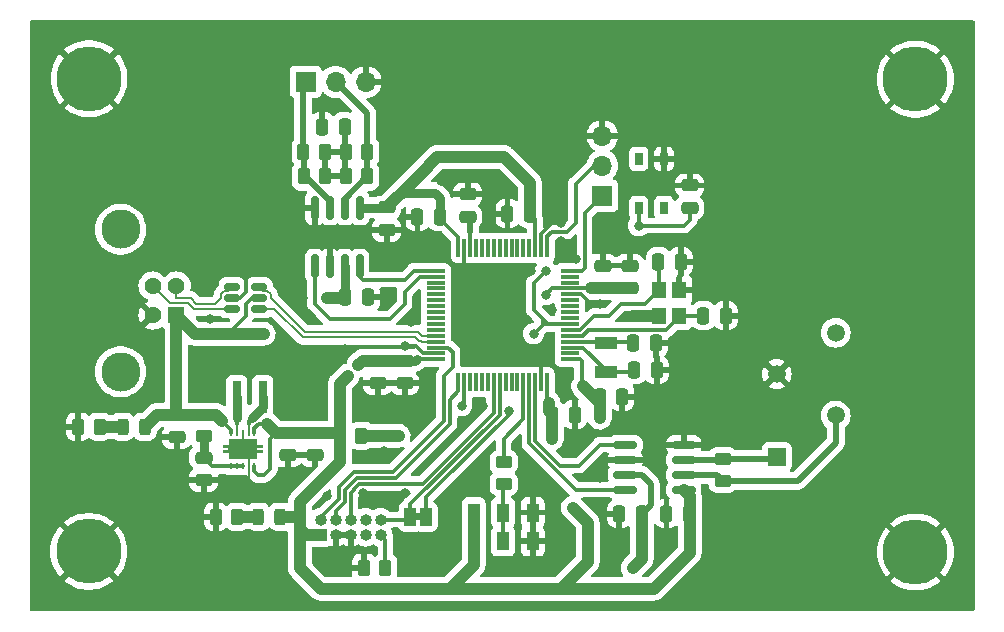
<source format=gbr>
%TF.GenerationSoftware,KiCad,Pcbnew,7.0.6-0*%
%TF.CreationDate,2023-10-10T09:43:15+11:00*%
%TF.ProjectId,CAN-Scope,43414e2d-5363-46f7-9065-2e6b69636164,rev?*%
%TF.SameCoordinates,Original*%
%TF.FileFunction,Copper,L1,Top*%
%TF.FilePolarity,Positive*%
%FSLAX46Y46*%
G04 Gerber Fmt 4.6, Leading zero omitted, Abs format (unit mm)*
G04 Created by KiCad (PCBNEW 7.0.6-0) date 2023-10-10 09:43:15*
%MOMM*%
%LPD*%
G01*
G04 APERTURE LIST*
G04 Aperture macros list*
%AMRoundRect*
0 Rectangle with rounded corners*
0 $1 Rounding radius*
0 $2 $3 $4 $5 $6 $7 $8 $9 X,Y pos of 4 corners*
0 Add a 4 corners polygon primitive as box body*
4,1,4,$2,$3,$4,$5,$6,$7,$8,$9,$2,$3,0*
0 Add four circle primitives for the rounded corners*
1,1,$1+$1,$2,$3*
1,1,$1+$1,$4,$5*
1,1,$1+$1,$6,$7*
1,1,$1+$1,$8,$9*
0 Add four rect primitives between the rounded corners*
20,1,$1+$1,$2,$3,$4,$5,0*
20,1,$1+$1,$4,$5,$6,$7,0*
20,1,$1+$1,$6,$7,$8,$9,0*
20,1,$1+$1,$8,$9,$2,$3,0*%
%AMFreePoly0*
4,1,21,-0.125000,1.200000,0.125000,1.200000,0.125000,1.700000,0.375000,1.700000,0.375000,1.200000,0.825000,1.200000,0.825000,-1.200000,0.375000,-1.200000,0.375000,-1.700000,0.125000,-1.700000,0.125000,-1.200000,-0.125000,-1.200000,-0.125000,-1.700000,-0.375000,-1.700000,-0.375000,-1.200000,-0.825000,-1.200000,-0.825000,1.200000,-0.375000,1.200000,-0.375000,1.700000,-0.125000,1.700000,
-0.125000,1.200000,-0.125000,1.200000,$1*%
G04 Aperture macros list end*
%TA.AperFunction,ComponentPad*%
%ADD10R,1.700000X1.700000*%
%TD*%
%TA.AperFunction,ComponentPad*%
%ADD11O,1.700000X1.700000*%
%TD*%
%TA.AperFunction,ComponentPad*%
%ADD12C,1.508000*%
%TD*%
%TA.AperFunction,ComponentPad*%
%ADD13R,1.508000X1.508000*%
%TD*%
%TA.AperFunction,SMDPad,CuDef*%
%ADD14R,0.800000X2.700000*%
%TD*%
%TA.AperFunction,ComponentPad*%
%ADD15R,1.428000X1.428000*%
%TD*%
%TA.AperFunction,ComponentPad*%
%ADD16C,1.428000*%
%TD*%
%TA.AperFunction,ComponentPad*%
%ADD17C,3.316000*%
%TD*%
%TA.AperFunction,SMDPad,CuDef*%
%ADD18R,1.900000X1.100000*%
%TD*%
%TA.AperFunction,SMDPad,CuDef*%
%ADD19R,1.200000X1.400000*%
%TD*%
%TA.AperFunction,SMDPad,CuDef*%
%ADD20RoundRect,0.150000X0.150000X-0.825000X0.150000X0.825000X-0.150000X0.825000X-0.150000X-0.825000X0*%
%TD*%
%TA.AperFunction,SMDPad,CuDef*%
%ADD21RoundRect,0.150000X-0.825000X-0.150000X0.825000X-0.150000X0.825000X0.150000X-0.825000X0.150000X0*%
%TD*%
%TA.AperFunction,SMDPad,CuDef*%
%ADD22R,0.240000X0.600000*%
%TD*%
%TA.AperFunction,ComponentPad*%
%ADD23C,0.500000*%
%TD*%
%TA.AperFunction,SMDPad,CuDef*%
%ADD24FreePoly0,270.000000*%
%TD*%
%TA.AperFunction,SMDPad,CuDef*%
%ADD25RoundRect,0.075000X0.700000X0.075000X-0.700000X0.075000X-0.700000X-0.075000X0.700000X-0.075000X0*%
%TD*%
%TA.AperFunction,SMDPad,CuDef*%
%ADD26RoundRect,0.075000X0.075000X0.700000X-0.075000X0.700000X-0.075000X-0.700000X0.075000X-0.700000X0*%
%TD*%
%TA.AperFunction,SMDPad,CuDef*%
%ADD27RoundRect,0.150000X-0.512500X-0.150000X0.512500X-0.150000X0.512500X0.150000X-0.512500X0.150000X0*%
%TD*%
%TA.AperFunction,SMDPad,CuDef*%
%ADD28R,0.650000X1.050000*%
%TD*%
%TA.AperFunction,SMDPad,CuDef*%
%ADD29R,1.000000X1.600000*%
%TD*%
%TA.AperFunction,SMDPad,CuDef*%
%ADD30RoundRect,0.250000X-0.262500X-0.450000X0.262500X-0.450000X0.262500X0.450000X-0.262500X0.450000X0*%
%TD*%
%TA.AperFunction,SMDPad,CuDef*%
%ADD31RoundRect,0.250000X-0.450000X0.262500X-0.450000X-0.262500X0.450000X-0.262500X0.450000X0.262500X0*%
%TD*%
%TA.AperFunction,SMDPad,CuDef*%
%ADD32RoundRect,0.250000X0.262500X0.450000X-0.262500X0.450000X-0.262500X-0.450000X0.262500X-0.450000X0*%
%TD*%
%TA.AperFunction,SMDPad,CuDef*%
%ADD33RoundRect,0.250000X0.450000X-0.262500X0.450000X0.262500X-0.450000X0.262500X-0.450000X-0.262500X0*%
%TD*%
%TA.AperFunction,SMDPad,CuDef*%
%ADD34R,1.000000X1.500000*%
%TD*%
%TA.AperFunction,ComponentPad*%
%ADD35R,1.000000X1.000000*%
%TD*%
%TA.AperFunction,ComponentPad*%
%ADD36O,1.000000X1.000000*%
%TD*%
%TA.AperFunction,ConnectorPad*%
%ADD37C,5.500000*%
%TD*%
%TA.AperFunction,ComponentPad*%
%ADD38C,3.600000*%
%TD*%
%TA.AperFunction,SMDPad,CuDef*%
%ADD39RoundRect,0.243750X-0.243750X-0.456250X0.243750X-0.456250X0.243750X0.456250X-0.243750X0.456250X0*%
%TD*%
%TA.AperFunction,SMDPad,CuDef*%
%ADD40RoundRect,0.250000X0.250000X0.475000X-0.250000X0.475000X-0.250000X-0.475000X0.250000X-0.475000X0*%
%TD*%
%TA.AperFunction,SMDPad,CuDef*%
%ADD41RoundRect,0.250000X-0.250000X-0.475000X0.250000X-0.475000X0.250000X0.475000X-0.250000X0.475000X0*%
%TD*%
%TA.AperFunction,SMDPad,CuDef*%
%ADD42RoundRect,0.250000X-0.475000X0.250000X-0.475000X-0.250000X0.475000X-0.250000X0.475000X0.250000X0*%
%TD*%
%TA.AperFunction,SMDPad,CuDef*%
%ADD43RoundRect,0.250000X0.475000X-0.250000X0.475000X0.250000X-0.475000X0.250000X-0.475000X-0.250000X0*%
%TD*%
%TA.AperFunction,ViaPad*%
%ADD44C,0.800000*%
%TD*%
%TA.AperFunction,Conductor*%
%ADD45C,1.000000*%
%TD*%
%TA.AperFunction,Conductor*%
%ADD46C,0.300000*%
%TD*%
%TA.AperFunction,Conductor*%
%ADD47C,0.800000*%
%TD*%
%TA.AperFunction,Conductor*%
%ADD48C,0.500000*%
%TD*%
%TA.AperFunction,Conductor*%
%ADD49C,0.200000*%
%TD*%
%TA.AperFunction,Conductor*%
%ADD50C,0.350000*%
%TD*%
G04 APERTURE END LIST*
%TA.AperFunction,EtchedComponent*%
%TO.C,JP1*%
G36*
X203054000Y-88692000D02*
G01*
X202554000Y-88692000D01*
X202554000Y-88092000D01*
X203054000Y-88092000D01*
X203054000Y-88692000D01*
G37*
%TD.AperFunction*%
%TD*%
D10*
%TO.P,J5,1,Pin_1*%
%TO.N,Net-(J5-Pin_1)*%
X193294000Y-51562000D03*
D11*
%TO.P,J5,2,Pin_2*%
%TO.N,Net-(J5-Pin_2)*%
X195834000Y-51562000D03*
%TO.P,J5,3,Pin_3*%
%TO.N,GND*%
X198374000Y-51562000D03*
%TD*%
D12*
%TO.P,J4,4,4*%
%TO.N,unconnected-(J4-Pad4)*%
X238172000Y-72812000D03*
%TO.P,J4,3,3*%
%TO.N,GND*%
X233172000Y-76312000D03*
%TO.P,J4,2,2*%
%TO.N,Net-(U4-CANL)*%
X238172000Y-79812000D03*
D13*
%TO.P,J4,1,1*%
%TO.N,Net-(U4-CANH)*%
X233172000Y-83312000D03*
%TD*%
D14*
%TO.P,L1,1,1*%
%TO.N,Net-(U3-L2)*%
X189652000Y-78232000D03*
%TO.P,L1,2,2*%
%TO.N,Net-(U3-L1)*%
X187452000Y-78232000D03*
%TD*%
D15*
%TO.P,J1,1,VBUS*%
%TO.N,+5V*%
X182340000Y-71334000D03*
D16*
%TO.P,J1,2,D-*%
%TO.N,USB_CONN_D-*%
X182340000Y-68834000D03*
%TO.P,J1,3,D+*%
%TO.N,USB_CONN_D+*%
X180340000Y-68834000D03*
%TO.P,J1,4,GND*%
%TO.N,GND*%
X180340000Y-71334000D03*
D17*
%TO.P,J1,5,Shield*%
%TO.N,unconnected-(J1-Shield-Pad5)*%
X177630000Y-64064000D03*
X177630000Y-76104000D03*
%TD*%
D18*
%TO.P,Y2,2*%
%TO.N,Net-(U2-PC14)*%
X218694000Y-76145000D03*
%TO.P,Y2,1*%
%TO.N,Net-(U2-PC15)*%
X218694000Y-73645000D03*
%TD*%
D19*
%TO.P,Y1,4,4*%
%TO.N,GND*%
X223222000Y-71374000D03*
%TO.P,Y1,3,3*%
%TO.N,Net-(U2-PH1)*%
X223222000Y-69174000D03*
%TO.P,Y1,2,2*%
%TO.N,GND*%
X224922000Y-69174000D03*
%TO.P,Y1,1,1*%
%TO.N,Net-(U2-PH0)*%
X224922000Y-71374000D03*
%TD*%
D20*
%TO.P,U5,1,TXD*%
%TO.N,/CAN2_TX*%
X194056000Y-67180000D03*
%TO.P,U5,2,VSS*%
%TO.N,GND*%
X195326000Y-67180000D03*
%TO.P,U5,3,VDD*%
%TO.N,+5V*%
X196596000Y-67180000D03*
%TO.P,U5,4,RXD*%
%TO.N,/CAN2_RX*%
X197866000Y-67180000D03*
%TO.P,U5,5,Vio*%
%TO.N,+3.3V*%
X197866000Y-62230000D03*
%TO.P,U5,6,CANL*%
%TO.N,Net-(J5-Pin_2)*%
X196596000Y-62230000D03*
%TO.P,U5,7,CANH*%
%TO.N,Net-(J5-Pin_1)*%
X195326000Y-62230000D03*
%TO.P,U5,8,STBY*%
%TO.N,GND*%
X194056000Y-62230000D03*
%TD*%
D21*
%TO.P,U4,1,TXD*%
%TO.N,/CAN1_TX*%
X220348000Y-82296000D03*
%TO.P,U4,2,VSS*%
%TO.N,GND*%
X220348000Y-83566000D03*
%TO.P,U4,3,VDD*%
%TO.N,+5V*%
X220348000Y-84836000D03*
%TO.P,U4,4,RXD*%
%TO.N,/CAN1_RX*%
X220348000Y-86106000D03*
%TO.P,U4,5,Vio*%
%TO.N,+3.3V*%
X225298000Y-86106000D03*
%TO.P,U4,6,CANL*%
%TO.N,Net-(U4-CANL)*%
X225298000Y-84836000D03*
%TO.P,U4,7,CANH*%
%TO.N,Net-(U4-CANH)*%
X225298000Y-83566000D03*
%TO.P,U4,8,STBY*%
%TO.N,GND*%
X225298000Y-82296000D03*
%TD*%
D22*
%TO.P,U3,1,VOUT*%
%TO.N,+3.3V*%
X188952000Y-81280000D03*
%TO.P,U3,2,L2*%
%TO.N,Net-(U3-L2)*%
X188452000Y-81280000D03*
%TO.P,U3,3,PGND*%
%TO.N,GND*%
X187952000Y-81280000D03*
%TO.P,U3,4,L1*%
%TO.N,Net-(U3-L1)*%
X187452000Y-81280000D03*
%TO.P,U3,5,VIN*%
%TO.N,+5V*%
X186952000Y-81280000D03*
%TO.P,U3,6,EN*%
%TO.N,Net-(U3-EN)*%
X186952000Y-84080000D03*
%TO.P,U3,7,PS/SYNC*%
X187452000Y-84080000D03*
%TO.P,U3,8,VINA*%
X187952000Y-84080000D03*
%TO.P,U3,9,GND*%
%TO.N,GND*%
X188452000Y-84080000D03*
%TO.P,U3,10,FB*%
%TO.N,+3.3V*%
X188952000Y-84080000D03*
D23*
%TO.P,U3,11,PGND*%
%TO.N,GND*%
X188902000Y-82680000D03*
D24*
X187952000Y-82680000D03*
D23*
X187952000Y-82105000D03*
X187002000Y-82680000D03*
X187952000Y-83255000D03*
%TD*%
D25*
%TO.P,U2,1,VBAT*%
%TO.N,+3.3V*%
X215646000Y-75062000D03*
%TO.P,U2,2,PC13*%
%TO.N,unconnected-(U2-PC13-Pad2)*%
X215646000Y-74562000D03*
%TO.P,U2,3,PC14*%
%TO.N,Net-(U2-PC14)*%
X215646000Y-74062000D03*
%TO.P,U2,4,PC15*%
%TO.N,Net-(U2-PC15)*%
X215646000Y-73562000D03*
%TO.P,U2,5,PH0*%
%TO.N,Net-(U2-PH0)*%
X215646000Y-73062000D03*
%TO.P,U2,6,PH1*%
%TO.N,Net-(U2-PH1)*%
X215646000Y-72562000D03*
%TO.P,U2,7,NRST*%
%TO.N,NRST*%
X215646000Y-72062000D03*
%TO.P,U2,8,PC0*%
%TO.N,unconnected-(U2-PC0-Pad8)*%
X215646000Y-71562000D03*
%TO.P,U2,9,PC1*%
%TO.N,unconnected-(U2-PC1-Pad9)*%
X215646000Y-71062000D03*
%TO.P,U2,10,PC2*%
%TO.N,unconnected-(U2-PC2-Pad10)*%
X215646000Y-70562000D03*
%TO.P,U2,11,PC3*%
%TO.N,unconnected-(U2-PC3-Pad11)*%
X215646000Y-70062000D03*
%TO.P,U2,12,VSSA*%
%TO.N,GND*%
X215646000Y-69562000D03*
%TO.P,U2,13,VDDA*%
%TO.N,VDDA*%
X215646000Y-69062000D03*
%TO.P,U2,14,PA0*%
%TO.N,unconnected-(U2-PA0-Pad14)*%
X215646000Y-68562000D03*
%TO.P,U2,15,PA1*%
%TO.N,unconnected-(U2-PA1-Pad15)*%
X215646000Y-68062000D03*
%TO.P,U2,16,PA2*%
%TO.N,/USART2_TX*%
X215646000Y-67562000D03*
D26*
%TO.P,U2,17,PA3*%
%TO.N,/USART2_RX*%
X213721000Y-65637000D03*
%TO.P,U2,18,VSS*%
%TO.N,GND*%
X213221000Y-65637000D03*
%TO.P,U2,19,VDD*%
%TO.N,+3.3V*%
X212721000Y-65637000D03*
%TO.P,U2,20,PA4*%
%TO.N,unconnected-(U2-PA4-Pad20)*%
X212221000Y-65637000D03*
%TO.P,U2,21,PA5*%
%TO.N,unconnected-(U2-PA5-Pad21)*%
X211721000Y-65637000D03*
%TO.P,U2,22,PA6*%
%TO.N,unconnected-(U2-PA6-Pad22)*%
X211221000Y-65637000D03*
%TO.P,U2,23,PA7*%
%TO.N,unconnected-(U2-PA7-Pad23)*%
X210721000Y-65637000D03*
%TO.P,U2,24,PC4*%
%TO.N,unconnected-(U2-PC4-Pad24)*%
X210221000Y-65637000D03*
%TO.P,U2,25,PC5*%
%TO.N,unconnected-(U2-PC5-Pad25)*%
X209721000Y-65637000D03*
%TO.P,U2,26,PB0*%
%TO.N,unconnected-(U2-PB0-Pad26)*%
X209221000Y-65637000D03*
%TO.P,U2,27,PB1*%
%TO.N,unconnected-(U2-PB1-Pad27)*%
X208721000Y-65637000D03*
%TO.P,U2,28,PB2*%
%TO.N,unconnected-(U2-PB2-Pad28)*%
X208221000Y-65637000D03*
%TO.P,U2,29,PB10*%
%TO.N,unconnected-(U2-PB10-Pad29)*%
X207721000Y-65637000D03*
%TO.P,U2,30,VCAP_1*%
%TO.N,Net-(U2-VCAP_1)*%
X207221000Y-65637000D03*
%TO.P,U2,31,VSS*%
%TO.N,GND*%
X206721000Y-65637000D03*
%TO.P,U2,32,VDD*%
%TO.N,+3.3V*%
X206221000Y-65637000D03*
D25*
%TO.P,U2,33,PB12*%
%TO.N,/CAN2_RX*%
X204296000Y-67562000D03*
%TO.P,U2,34,PB13*%
%TO.N,/CAN2_TX*%
X204296000Y-68062000D03*
%TO.P,U2,35,PB14*%
%TO.N,unconnected-(U2-PB14-Pad35)*%
X204296000Y-68562000D03*
%TO.P,U2,36,PB15*%
%TO.N,unconnected-(U2-PB15-Pad36)*%
X204296000Y-69062000D03*
%TO.P,U2,37,PC6*%
%TO.N,unconnected-(U2-PC6-Pad37)*%
X204296000Y-69562000D03*
%TO.P,U2,38,PC7*%
%TO.N,unconnected-(U2-PC7-Pad38)*%
X204296000Y-70062000D03*
%TO.P,U2,39,PC8*%
%TO.N,unconnected-(U2-PC8-Pad39)*%
X204296000Y-70562000D03*
%TO.P,U2,40,PC9*%
%TO.N,unconnected-(U2-PC9-Pad40)*%
X204296000Y-71062000D03*
%TO.P,U2,41,PA8*%
%TO.N,unconnected-(U2-PA8-Pad41)*%
X204296000Y-71562000D03*
%TO.P,U2,42,PA9*%
%TO.N,unconnected-(U2-PA9-Pad42)*%
X204296000Y-72062000D03*
%TO.P,U2,43,PA10*%
%TO.N,unconnected-(U2-PA10-Pad43)*%
X204296000Y-72562000D03*
%TO.P,U2,44,PA11*%
%TO.N,USB_D-*%
X204296000Y-73062000D03*
%TO.P,U2,45,PA12*%
%TO.N,USB_D+*%
X204296000Y-73562000D03*
%TO.P,U2,46,PA13*%
%TO.N,/TMS{slash}SWDAT_PA13*%
X204296000Y-74062000D03*
%TO.P,U2,47,VSS*%
%TO.N,GND*%
X204296000Y-74562000D03*
%TO.P,U2,48,VDD*%
%TO.N,+3.3V*%
X204296000Y-75062000D03*
D26*
%TO.P,U2,49,PA14*%
%TO.N,/TCK{slash}SWCLK_PA14*%
X206221000Y-76987000D03*
%TO.P,U2,50,PA15*%
%TO.N,/TDI_PA15*%
X206721000Y-76987000D03*
%TO.P,U2,51,PC10*%
%TO.N,unconnected-(U2-PC10-Pad51)*%
X207221000Y-76987000D03*
%TO.P,U2,52,PC11*%
%TO.N,unconnected-(U2-PC11-Pad52)*%
X207721000Y-76987000D03*
%TO.P,U2,53,PC12*%
%TO.N,unconnected-(U2-PC12-Pad53)*%
X208221000Y-76987000D03*
%TO.P,U2,54,PD2*%
%TO.N,unconnected-(U2-PD2-Pad54)*%
X208721000Y-76987000D03*
%TO.P,U2,55,PB3*%
%TO.N,/TDO{slash}SWO_PB3*%
X209221000Y-76987000D03*
%TO.P,U2,56,PB4*%
%TO.N,/TRST_PB4*%
X209721000Y-76987000D03*
%TO.P,U2,57,PB5*%
%TO.N,unconnected-(U2-PB5-Pad57)*%
X210221000Y-76987000D03*
%TO.P,U2,58,PB6*%
%TO.N,unconnected-(U2-PB6-Pad58)*%
X210721000Y-76987000D03*
%TO.P,U2,59,PB7*%
%TO.N,unconnected-(U2-PB7-Pad59)*%
X211221000Y-76987000D03*
%TO.P,U2,60,BOOT0*%
%TO.N,Net-(U2-BOOT0)*%
X211721000Y-76987000D03*
%TO.P,U2,61,PB8*%
%TO.N,/CAN1_RX*%
X212221000Y-76987000D03*
%TO.P,U2,62,PB9*%
%TO.N,/CAN1_TX*%
X212721000Y-76987000D03*
%TO.P,U2,63,VSS*%
%TO.N,GND*%
X213221000Y-76987000D03*
%TO.P,U2,64,VDD*%
%TO.N,+3.3V*%
X213721000Y-76987000D03*
%TD*%
D27*
%TO.P,U1,1,I/O1*%
%TO.N,USB_CONN_D-*%
X187076500Y-68900000D03*
%TO.P,U1,2,GND*%
%TO.N,GND*%
X187076500Y-69850000D03*
%TO.P,U1,3,I/O2*%
%TO.N,USB_CONN_D+*%
X187076500Y-70800000D03*
%TO.P,U1,4,I/O2*%
%TO.N,USB_D+*%
X189351500Y-70800000D03*
%TO.P,U1,5,VBUS*%
%TO.N,+5V*%
X189351500Y-69850000D03*
%TO.P,U1,6,I/O1*%
%TO.N,USB_D-*%
X189351500Y-68900000D03*
%TD*%
D28*
%TO.P,SW1,1*%
%TO.N,GND*%
X223638000Y-58095000D03*
%TO.P,SW1,2*%
%TO.N,unconnected-(SW1-Pad2)*%
X223638000Y-62245000D03*
%TO.P,SW1,3*%
%TO.N,unconnected-(SW1-Pad3)*%
X221488000Y-58095000D03*
%TO.P,SW1,4*%
%TO.N,NRST*%
X221488000Y-62245000D03*
%TD*%
D29*
%TO.P,S1,7*%
%TO.N,+3.3V*%
X207518000Y-90434500D03*
%TO.P,S1,6*%
%TO.N,/B_SW*%
X210018000Y-90434500D03*
%TO.P,S1,5*%
%TO.N,GND*%
X212518000Y-90434500D03*
%TO.P,S1,3*%
%TO.N,+3.3V*%
X207518000Y-88034500D03*
%TO.P,S1,2*%
%TO.N,/B_SW*%
X210018000Y-88034500D03*
%TO.P,S1,1*%
%TO.N,GND*%
X212518000Y-88034500D03*
%TD*%
D30*
%TO.P,R10,2*%
%TO.N,Net-(J5-Pin_2)*%
X198511000Y-59580000D03*
%TO.P,R10,1*%
%TO.N,Net-(C23-Pad1)*%
X196686000Y-59580000D03*
%TD*%
%TO.P,R9,1*%
%TO.N,Net-(J5-Pin_1)*%
X193116000Y-59580000D03*
%TO.P,R9,2*%
%TO.N,Net-(C23-Pad1)*%
X194941000Y-59580000D03*
%TD*%
%TO.P,R8,2*%
%TO.N,Net-(J5-Pin_2)*%
X198521000Y-57490000D03*
%TO.P,R8,1*%
%TO.N,Net-(C23-Pad1)*%
X196696000Y-57490000D03*
%TD*%
%TO.P,R7,2*%
%TO.N,Net-(C23-Pad1)*%
X194931000Y-57470000D03*
%TO.P,R7,1*%
%TO.N,Net-(J5-Pin_1)*%
X193106000Y-57470000D03*
%TD*%
D31*
%TO.P,R6,1*%
%TO.N,Net-(U4-CANH)*%
X228600000Y-83519000D03*
%TO.P,R6,2*%
%TO.N,Net-(U4-CANL)*%
X228600000Y-85344000D03*
%TD*%
D30*
%TO.P,R5,2*%
%TO.N,Net-(D2-K)*%
X187499000Y-88392000D03*
%TO.P,R5,1*%
%TO.N,GND*%
X185674000Y-88392000D03*
%TD*%
D32*
%TO.P,R4,2*%
%TO.N,GND*%
X198223500Y-92710000D03*
%TO.P,R4,1*%
%TO.N,Net-(J3-GNDDetect)*%
X200048500Y-92710000D03*
%TD*%
D30*
%TO.P,R3,1*%
%TO.N,GND*%
X174015000Y-80772000D03*
%TO.P,R3,2*%
%TO.N,Net-(D1-K)*%
X175840000Y-80772000D03*
%TD*%
D33*
%TO.P,R2,2*%
%TO.N,+5V*%
X184658000Y-79756000D03*
%TO.P,R2,1*%
%TO.N,Net-(U3-EN)*%
X184658000Y-81581000D03*
%TD*%
%TO.P,R1,2*%
%TO.N,Net-(U2-BOOT0)*%
X210058000Y-83773000D03*
%TO.P,R1,1*%
%TO.N,/B_SW*%
X210058000Y-85598000D03*
%TD*%
D34*
%TO.P,JP1,1,A*%
%TO.N,/TRST_PB4*%
X202154000Y-88392000D03*
%TO.P,JP1,2,B*%
%TO.N,NRST*%
X203454000Y-88392000D03*
%TD*%
D35*
%TO.P,J3,1,VTref*%
%TO.N,+3.3V*%
X194564000Y-89916000D03*
D36*
%TO.P,J3,2,SWDIO/TMS*%
%TO.N,/TMS{slash}SWDAT_PA13*%
X194564000Y-88646000D03*
%TO.P,J3,3,GND*%
%TO.N,GND*%
X195834000Y-89916000D03*
%TO.P,J3,4,SWDCLK/TCK*%
%TO.N,/TCK{slash}SWCLK_PA14*%
X195834000Y-88646000D03*
%TO.P,J3,5,GND*%
%TO.N,GND*%
X197104000Y-89916000D03*
%TO.P,J3,6,SWO/TDO*%
%TO.N,/TDO{slash}SWO_PB3*%
X197104000Y-88646000D03*
%TO.P,J3,7,KEY*%
%TO.N,unconnected-(J3-KEY-Pad7)*%
X198374000Y-89916000D03*
%TO.P,J3,8,NC/TDI*%
%TO.N,/TDI_PA15*%
X198374000Y-88646000D03*
%TO.P,J3,9,GNDDetect*%
%TO.N,Net-(J3-GNDDetect)*%
X199644000Y-89916000D03*
%TO.P,J3,10,~{RESET}*%
%TO.N,/TRST_PB4*%
X199644000Y-88646000D03*
%TD*%
D11*
%TO.P,J2,3,Pin_3*%
%TO.N,GND*%
X218415000Y-56134000D03*
%TO.P,J2,2,Pin_2*%
%TO.N,/USART2_RX*%
X218415000Y-58674000D03*
D10*
%TO.P,J2,1,Pin_1*%
%TO.N,/USART2_TX*%
X218415000Y-61214000D03*
%TD*%
D37*
%TO.P,H4,1,1*%
%TO.N,GND*%
X174920000Y-91330000D03*
D38*
X174920000Y-91330000D03*
%TD*%
D37*
%TO.P,H3,1,1*%
%TO.N,GND*%
X174950000Y-51300000D03*
D38*
X174950000Y-51300000D03*
%TD*%
D37*
%TO.P,H2,1,1*%
%TO.N,GND*%
X244910000Y-51350000D03*
D38*
X244910000Y-51350000D03*
%TD*%
D37*
%TO.P,H1,1,1*%
%TO.N,GND*%
X244920000Y-91370000D03*
D38*
X244920000Y-91370000D03*
%TD*%
D32*
%TO.P,FB1,1*%
%TO.N,VDDA*%
X198016500Y-81534000D03*
%TO.P,FB1,2*%
%TO.N,+3.3V*%
X196191500Y-81534000D03*
%TD*%
D39*
%TO.P,D2,2,A*%
%TO.N,+3.3V*%
X191158500Y-88392000D03*
%TO.P,D2,1,K*%
%TO.N,Net-(D2-K)*%
X189283500Y-88392000D03*
%TD*%
%TO.P,D1,1,K*%
%TO.N,Net-(D1-K)*%
X177800000Y-80772000D03*
%TO.P,D1,2,A*%
%TO.N,+5V*%
X179675000Y-80772000D03*
%TD*%
D40*
%TO.P,C23,1*%
%TO.N,Net-(C23-Pad1)*%
X196596000Y-55372000D03*
%TO.P,C23,2*%
%TO.N,GND*%
X194696000Y-55372000D03*
%TD*%
D41*
%TO.P,C22,1*%
%TO.N,+5V*%
X196662000Y-69822000D03*
%TO.P,C22,2*%
%TO.N,GND*%
X198562000Y-69822000D03*
%TD*%
D40*
%TO.P,C21,1*%
%TO.N,+5V*%
X221742000Y-88138000D03*
%TO.P,C21,2*%
%TO.N,GND*%
X219842000Y-88138000D03*
%TD*%
D42*
%TO.P,C20,1*%
%TO.N,+3.3V*%
X200152000Y-62202000D03*
%TO.P,C20,2*%
%TO.N,GND*%
X200152000Y-64102000D03*
%TD*%
D40*
%TO.P,C19,1*%
%TO.N,+3.3V*%
X225740000Y-88138000D03*
%TO.P,C19,2*%
%TO.N,GND*%
X223840000Y-88138000D03*
%TD*%
D42*
%TO.P,C18,1*%
%TO.N,+3.3V*%
X194056000Y-81280000D03*
%TO.P,C18,2*%
%TO.N,GND*%
X194056000Y-83180000D03*
%TD*%
D43*
%TO.P,C17,1*%
%TO.N,VDDA*%
X220726000Y-69022000D03*
%TO.P,C17,2*%
%TO.N,GND*%
X220726000Y-67122000D03*
%TD*%
D42*
%TO.P,C16,1*%
%TO.N,+3.3V*%
X191770000Y-81280000D03*
%TO.P,C16,2*%
%TO.N,GND*%
X191770000Y-83180000D03*
%TD*%
D43*
%TO.P,C15,1*%
%TO.N,VDDA*%
X218440000Y-69022000D03*
%TO.P,C15,2*%
%TO.N,GND*%
X218440000Y-67122000D03*
%TD*%
D40*
%TO.P,C14,1*%
%TO.N,+3.3V*%
X212278000Y-62738000D03*
%TO.P,C14,2*%
%TO.N,GND*%
X210378000Y-62738000D03*
%TD*%
D42*
%TO.P,C13,2*%
%TO.N,GND*%
X184658000Y-85278000D03*
%TO.P,C13,1*%
%TO.N,Net-(U3-EN)*%
X184658000Y-83378000D03*
%TD*%
D41*
%TO.P,C12,1*%
%TO.N,+3.3V*%
X218186000Y-78232000D03*
%TO.P,C12,2*%
%TO.N,GND*%
X220086000Y-78232000D03*
%TD*%
D43*
%TO.P,C11,1*%
%TO.N,Net-(U2-VCAP_1)*%
X207010000Y-62992000D03*
%TO.P,C11,2*%
%TO.N,GND*%
X207010000Y-61092000D03*
%TD*%
%TO.P,C10,1*%
%TO.N,NRST*%
X225806000Y-62245000D03*
%TO.P,C10,2*%
%TO.N,GND*%
X225806000Y-60345000D03*
%TD*%
D42*
%TO.P,C9,1*%
%TO.N,+5V*%
X182372000Y-79756000D03*
%TO.P,C9,2*%
%TO.N,GND*%
X182372000Y-81656000D03*
%TD*%
D41*
%TO.P,C8,1*%
%TO.N,+3.3V*%
X214188000Y-79756000D03*
%TO.P,C8,2*%
%TO.N,GND*%
X216088000Y-79756000D03*
%TD*%
%TO.P,C7,2*%
%TO.N,GND*%
X222946000Y-73660000D03*
%TO.P,C7,1*%
%TO.N,Net-(U2-PC15)*%
X221046000Y-73660000D03*
%TD*%
%TO.P,C6,2*%
%TO.N,GND*%
X223012000Y-75946000D03*
%TO.P,C6,1*%
%TO.N,Net-(U2-PC14)*%
X221112000Y-75946000D03*
%TD*%
%TO.P,C5,1*%
%TO.N,Net-(U2-PH1)*%
X223144000Y-66802000D03*
%TO.P,C5,2*%
%TO.N,GND*%
X225044000Y-66802000D03*
%TD*%
D40*
%TO.P,C4,2*%
%TO.N,GND*%
X202758000Y-62992000D03*
%TO.P,C4,1*%
%TO.N,+3.3V*%
X204658000Y-62992000D03*
%TD*%
D42*
%TO.P,C3,1*%
%TO.N,+3.3V*%
X201676000Y-75184000D03*
%TO.P,C3,2*%
%TO.N,GND*%
X201676000Y-77084000D03*
%TD*%
D41*
%TO.P,C2,1*%
%TO.N,Net-(U2-PH0)*%
X226954000Y-71374000D03*
%TO.P,C2,2*%
%TO.N,GND*%
X228854000Y-71374000D03*
%TD*%
D42*
%TO.P,C1,1*%
%TO.N,+3.3V*%
X199390000Y-75184000D03*
%TO.P,C1,2*%
%TO.N,GND*%
X199390000Y-77084000D03*
%TD*%
D44*
%TO.N,GND*%
X206756000Y-85598000D03*
X212090000Y-83820000D03*
X212598000Y-85598000D03*
X215646000Y-91440000D03*
X194564000Y-53594000D03*
X197612000Y-78232000D03*
X196596000Y-74168000D03*
X195580000Y-75184000D03*
X193040000Y-69850000D03*
X202184000Y-57658000D03*
X204724000Y-59944000D03*
X208788000Y-62738000D03*
X209550000Y-59436000D03*
%TO.N,+3.3V*%
X202932000Y-59422000D03*
X202170000Y-60184000D03*
X197739000Y-75565000D03*
X196850000Y-76454000D03*
%TO.N,GND*%
X200152000Y-69342000D03*
X202184000Y-71882000D03*
%TO.N,+5V*%
X188214000Y-72898000D03*
X189738000Y-72898000D03*
X195072000Y-69850000D03*
%TO.N,GND*%
X195072000Y-86614000D03*
X185166000Y-71628000D03*
X188214000Y-67310000D03*
X201676000Y-73914000D03*
%TO.N,+3.3V*%
X218186000Y-80010000D03*
X214122000Y-81788000D03*
X215900000Y-87630000D03*
X216916000Y-88646000D03*
%TO.N,GND*%
X218186000Y-85090000D03*
X218186000Y-87122000D03*
%TO.N,+5V*%
X220980000Y-92710000D03*
%TO.N,GND*%
X218186000Y-83820000D03*
X198120000Y-86360000D03*
X201676000Y-86360000D03*
X212598000Y-74422000D03*
X213868000Y-73152000D03*
%TO.N,NRST*%
X212598000Y-72898000D03*
X210470500Y-79461239D03*
%TO.N,GND*%
X201168000Y-80010000D03*
X199898000Y-80010000D03*
X199898000Y-82804000D03*
%TO.N,/TDI_PA15*%
X206502000Y-78994000D03*
%TO.N,GND*%
X208280000Y-78994000D03*
X207010000Y-67564000D03*
X214122000Y-70866000D03*
X212344000Y-67564000D03*
X216154000Y-66548000D03*
X214884000Y-65024000D03*
X214884000Y-63500000D03*
%TO.N,NRST*%
X221488000Y-63754000D03*
X213614000Y-67564000D03*
%TO.N,GND*%
X220980000Y-71374000D03*
X218186000Y-70358000D03*
%TO.N,VDDA*%
X213614000Y-69596000D03*
X201168000Y-81534000D03*
X199898000Y-81534000D03*
%TO.N,GND*%
X188214000Y-85598000D03*
%TD*%
D45*
%TO.N,GND*%
X223222000Y-71374000D02*
X220980000Y-71374000D01*
%TO.N,+5V*%
X220980000Y-92710000D02*
X221742000Y-91948000D01*
%TO.N,+3.3V*%
X202170000Y-60184000D02*
X202932000Y-59422000D01*
X202932000Y-59422000D02*
X204442000Y-57912000D01*
X200152000Y-62202000D02*
X202170000Y-60184000D01*
X197739000Y-75565000D02*
X198120000Y-75184000D01*
X196191500Y-77112500D02*
X196850000Y-76454000D01*
X196191500Y-81534000D02*
X196191500Y-77112500D01*
D46*
X212721000Y-65637000D02*
X212721000Y-63181000D01*
X212721000Y-63181000D02*
X212278000Y-62738000D01*
D45*
X204442000Y-57912000D02*
X210058000Y-57912000D01*
X210058000Y-57912000D02*
X212278000Y-60132000D01*
X212278000Y-60132000D02*
X212278000Y-62738000D01*
D46*
X206221000Y-65637000D02*
X206221000Y-64743000D01*
X206221000Y-64743000D02*
X204658000Y-63180000D01*
X204658000Y-63180000D02*
X204658000Y-62992000D01*
D47*
X200152000Y-62202000D02*
X201394000Y-60960000D01*
X201394000Y-60960000D02*
X204216000Y-60960000D01*
X204216000Y-60960000D02*
X204658000Y-61402000D01*
X204658000Y-61402000D02*
X204658000Y-62992000D01*
X197866000Y-62230000D02*
X200124000Y-62230000D01*
X200124000Y-62230000D02*
X200152000Y-62202000D01*
D48*
%TO.N,Net-(J5-Pin_2)*%
X198521000Y-57490000D02*
X198521000Y-54249000D01*
X198521000Y-54249000D02*
X195834000Y-51562000D01*
X198511000Y-59580000D02*
X198511000Y-57500000D01*
X198511000Y-57500000D02*
X198521000Y-57490000D01*
X196596000Y-62230000D02*
X196596000Y-61495000D01*
X196596000Y-61495000D02*
X198511000Y-59580000D01*
%TO.N,Net-(C23-Pad1)*%
X194931000Y-57470000D02*
X194931000Y-59570000D01*
X194931000Y-59570000D02*
X194941000Y-59580000D01*
X194941000Y-59580000D02*
X196686000Y-59580000D01*
X194931000Y-57470000D02*
X196676000Y-57470000D01*
X196676000Y-57470000D02*
X196696000Y-57490000D01*
X196596000Y-55372000D02*
X196596000Y-59490000D01*
X196596000Y-59490000D02*
X196686000Y-59580000D01*
%TO.N,Net-(J5-Pin_1)*%
X193294000Y-51562000D02*
X193040000Y-51816000D01*
X193040000Y-51816000D02*
X193040000Y-57404000D01*
X193040000Y-57404000D02*
X193106000Y-57470000D01*
X193116000Y-59580000D02*
X193116000Y-57480000D01*
X193116000Y-57480000D02*
X193106000Y-57470000D01*
X195326000Y-62230000D02*
X195326000Y-61676472D01*
X195326000Y-61676472D02*
X193229528Y-59580000D01*
X193229528Y-59580000D02*
X193116000Y-59580000D01*
D47*
%TO.N,+5V*%
X196596000Y-67180000D02*
X196596000Y-69756000D01*
X196596000Y-69756000D02*
X196662000Y-69822000D01*
D45*
X189738000Y-72898000D02*
X188214000Y-72898000D01*
X188214000Y-72898000D02*
X186690000Y-72898000D01*
X196634000Y-69850000D02*
X196662000Y-69822000D01*
X195072000Y-69850000D02*
X196634000Y-69850000D01*
X182340000Y-71334000D02*
X183904000Y-72898000D01*
X183904000Y-72898000D02*
X186690000Y-72898000D01*
D46*
%TO.N,/CAN2_RX*%
X197866000Y-67180000D02*
X197866000Y-68072000D01*
X197866000Y-68072000D02*
X198120000Y-68326000D01*
X198120000Y-68326000D02*
X201676000Y-68326000D01*
X201676000Y-68326000D02*
X202440000Y-67562000D01*
X202440000Y-67562000D02*
X204296000Y-67562000D01*
%TO.N,/CAN2_TX*%
X204296000Y-68062000D02*
X202956000Y-68062000D01*
X202956000Y-68062000D02*
X201676000Y-69342000D01*
X201676000Y-69342000D02*
X201676000Y-70358000D01*
X201676000Y-70358000D02*
X200406000Y-71628000D01*
X200406000Y-71628000D02*
X195326000Y-71628000D01*
X195326000Y-71628000D02*
X194056000Y-70358000D01*
X194056000Y-70358000D02*
X194056000Y-67180000D01*
D48*
%TO.N,Net-(U4-CANL)*%
X238172000Y-79812000D02*
X238172000Y-82122000D01*
X228600000Y-85344000D02*
X234950000Y-85344000D01*
X234950000Y-85344000D02*
X238172000Y-82122000D01*
X225298000Y-84836000D02*
X228092000Y-84836000D01*
X228092000Y-84836000D02*
X228600000Y-85344000D01*
%TO.N,Net-(U4-CANH)*%
X228600000Y-83519000D02*
X232965000Y-83519000D01*
X232965000Y-83519000D02*
X233172000Y-83312000D01*
X225298000Y-83566000D02*
X228553000Y-83566000D01*
X228553000Y-83566000D02*
X228600000Y-83519000D01*
D46*
%TO.N,Net-(U4-CANL)*%
X235145500Y-85148500D02*
X238172000Y-82122000D01*
%TO.N,/TMS{slash}SWDAT_PA13*%
X204296000Y-74062000D02*
X205380000Y-74062000D01*
X197358000Y-84582000D02*
X196104000Y-85836000D01*
X205380000Y-74062000D02*
X205740000Y-74422000D01*
X196104000Y-85836000D02*
X196104000Y-86906894D01*
X205740000Y-74422000D02*
X205740000Y-75692000D01*
X204986000Y-80256000D02*
X200660000Y-84582000D01*
X205740000Y-75692000D02*
X204986000Y-76446000D01*
X204986000Y-76446000D02*
X204986000Y-80256000D01*
X200660000Y-84582000D02*
X197358000Y-84582000D01*
X196104000Y-86906894D02*
X194564000Y-88446894D01*
X194564000Y-88446894D02*
X194564000Y-88646000D01*
%TO.N,/TCK{slash}SWCLK_PA14*%
X206221000Y-76987000D02*
X206221000Y-77751000D01*
X206221000Y-77751000D02*
X205486000Y-78486000D01*
X197630233Y-85082000D02*
X196604000Y-86108233D01*
X205486000Y-78486000D02*
X205486000Y-80518000D01*
X205486000Y-80518000D02*
X200922000Y-85082000D01*
X200922000Y-85082000D02*
X197630233Y-85082000D01*
X196604000Y-86108233D02*
X196604000Y-87114000D01*
X196604000Y-87114000D02*
X195834000Y-87884000D01*
X195834000Y-87884000D02*
X195834000Y-88646000D01*
%TO.N,/TDO{slash}SWO_PB3*%
X209221000Y-76987000D02*
X209221000Y-79577000D01*
X197358000Y-86061339D02*
X197358000Y-86106000D01*
X209221000Y-79577000D02*
X203216000Y-85582000D01*
X203216000Y-85582000D02*
X197837339Y-85582000D01*
X197837339Y-85582000D02*
X197358000Y-86061339D01*
X197104000Y-86360000D02*
X197104000Y-88646000D01*
X197358000Y-86106000D02*
X197104000Y-86360000D01*
D45*
%TO.N,+5V*%
X221742000Y-91948000D02*
X221742000Y-88138000D01*
D46*
X186690000Y-72898000D02*
X188214000Y-71374000D01*
X188214000Y-71374000D02*
X188214000Y-70358000D01*
X188214000Y-70358000D02*
X188722000Y-69850000D01*
X188722000Y-69850000D02*
X189351500Y-69850000D01*
%TO.N,GND*%
X188214000Y-69342000D02*
X188214000Y-67310000D01*
X187076500Y-69850000D02*
X187706000Y-69850000D01*
X187706000Y-69850000D02*
X188214000Y-69342000D01*
D49*
%TO.N,USB_D+*%
X190615103Y-70800000D02*
X193029103Y-73214000D01*
X202541056Y-73214000D02*
X202864056Y-73537000D01*
X202864056Y-73537000D02*
X203108499Y-73537000D01*
X193029103Y-73214000D02*
X202541056Y-73214000D01*
X203108499Y-73537000D02*
X203133499Y-73562000D01*
X203133499Y-73562000D02*
X204296000Y-73562000D01*
%TO.N,USB_D-*%
X189351500Y-68900000D02*
X189701500Y-69250000D01*
%TO.N,USB_D+*%
X189351500Y-70800000D02*
X190615103Y-70800000D01*
%TO.N,USB_D-*%
X190314000Y-69862500D02*
X193215520Y-72764020D01*
X189701500Y-69250000D02*
X190050396Y-69250000D01*
X190050396Y-69250000D02*
X190314000Y-69513604D01*
X203133499Y-73062000D02*
X204296000Y-73062000D01*
X190314000Y-69513604D02*
X190314000Y-69862500D01*
X193215520Y-72764020D02*
X202835519Y-72764020D01*
X202835519Y-72764020D02*
X203133499Y-73062000D01*
%TO.N,USB_CONN_D+*%
X187076500Y-70800000D02*
X183834000Y-70800000D01*
X183354000Y-70320000D02*
X181826000Y-70320000D01*
%TO.N,USB_CONN_D-*%
X184020367Y-70349999D02*
X183540388Y-69870020D01*
%TO.N,USB_CONN_D+*%
X183834000Y-70800000D02*
X183354000Y-70320000D01*
X181826000Y-70320000D02*
X180340000Y-68834000D01*
%TO.N,USB_CONN_D-*%
X187076500Y-68900000D02*
X186726500Y-69250000D01*
X186114000Y-69513604D02*
X186114000Y-69862500D01*
X186726500Y-69250000D02*
X186377604Y-69250000D01*
X183540388Y-69870020D02*
X182340000Y-69870020D01*
X186377604Y-69250000D02*
X186114000Y-69513604D01*
X186114000Y-69862500D02*
X185626501Y-70349999D01*
X185626501Y-70349999D02*
X184020367Y-70349999D01*
X182340000Y-69870020D02*
X182340000Y-68834000D01*
D46*
%TO.N,GND*%
X203252660Y-74562000D02*
X202604660Y-73914000D01*
X202604660Y-73914000D02*
X201676000Y-73914000D01*
X204296000Y-74562000D02*
X203252660Y-74562000D01*
D45*
%TO.N,+3.3V*%
X218186000Y-79248000D02*
X218186000Y-78232000D01*
X218186000Y-80010000D02*
X218186000Y-79248000D01*
X218186000Y-79248000D02*
X218186000Y-78740000D01*
X217678000Y-78232000D02*
X217297000Y-77851000D01*
X217297000Y-77851000D02*
X216789000Y-77343000D01*
X218186000Y-78740000D02*
X217297000Y-77851000D01*
D46*
X215646000Y-75062000D02*
X216540000Y-75062000D01*
X216540000Y-75062000D02*
X216662000Y-75184000D01*
X216662000Y-77216000D02*
X216789000Y-77343000D01*
X216662000Y-75184000D02*
X216662000Y-77216000D01*
D45*
X218186000Y-78232000D02*
X217678000Y-78232000D01*
D46*
X213721000Y-76987000D02*
X213721000Y-78593000D01*
X213721000Y-78593000D02*
X213868000Y-78740000D01*
D45*
X213868000Y-79436000D02*
X213868000Y-78740000D01*
X214188000Y-79756000D02*
X213868000Y-79436000D01*
X214122000Y-79822000D02*
X214188000Y-79756000D01*
X214122000Y-81788000D02*
X214122000Y-79822000D01*
X216916000Y-88646000D02*
X215900000Y-87630000D01*
X217170000Y-92202000D02*
X217170000Y-88900000D01*
X217170000Y-88900000D02*
X216916000Y-88646000D01*
X210058000Y-94488000D02*
X222758000Y-94488000D01*
X205486000Y-94488000D02*
X210058000Y-94488000D01*
X214884000Y-94488000D02*
X217170000Y-92202000D01*
X210058000Y-94488000D02*
X214884000Y-94488000D01*
%TO.N,+5V*%
X179675000Y-80772000D02*
X180691000Y-79756000D01*
X180691000Y-79756000D02*
X182372000Y-79756000D01*
D46*
%TO.N,/CAN1_TX*%
X220348000Y-82296000D02*
X218186000Y-82296000D01*
X212721000Y-81965894D02*
X212721000Y-76779893D01*
X218186000Y-82296000D02*
X216408000Y-84074000D01*
X216408000Y-84074000D02*
X214829106Y-84074000D01*
X214829106Y-84074000D02*
X212721000Y-81965894D01*
D48*
%TO.N,+5V*%
X222504000Y-87376000D02*
X222504000Y-85598000D01*
X221742000Y-88138000D02*
X222504000Y-87376000D01*
X222504000Y-85598000D02*
X221742000Y-84836000D01*
X221742000Y-84836000D02*
X220348000Y-84836000D01*
D45*
%TO.N,+3.3V*%
X222758000Y-94488000D02*
X225806000Y-91440000D01*
X225806000Y-91440000D02*
X225806000Y-86614000D01*
X225806000Y-86614000D02*
X225298000Y-86106000D01*
D46*
%TO.N,GND*%
X213221000Y-76987000D02*
X213221000Y-75045000D01*
X213221000Y-75045000D02*
X212598000Y-74422000D01*
%TO.N,/CAN1_RX*%
X212221000Y-76987000D02*
X212221000Y-82173000D01*
X212221000Y-82173000D02*
X216154000Y-86106000D01*
X216154000Y-86106000D02*
X220348000Y-86106000D01*
D45*
%TO.N,+3.3V*%
X192786000Y-88392000D02*
X192786000Y-92710000D01*
X192786000Y-92710000D02*
X194564000Y-94488000D01*
X205486000Y-94488000D02*
X207518000Y-92456000D01*
X194564000Y-94488000D02*
X205486000Y-94488000D01*
X207518000Y-92456000D02*
X207518000Y-88034500D01*
X192786000Y-87122000D02*
X192786000Y-88392000D01*
X192786000Y-88392000D02*
X192786000Y-89408000D01*
X191158500Y-88392000D02*
X192786000Y-88392000D01*
X194056000Y-89916000D02*
X194564000Y-89916000D01*
X193294000Y-89916000D02*
X194056000Y-89916000D01*
X192786000Y-89408000D02*
X193294000Y-89916000D01*
X196191500Y-83716500D02*
X192786000Y-87122000D01*
X196191500Y-81534000D02*
X196191500Y-83716500D01*
D46*
%TO.N,/B_SW*%
X210058000Y-85598000D02*
X210018000Y-85638000D01*
X210018000Y-85638000D02*
X210018000Y-90434500D01*
%TO.N,Net-(U2-BOOT0)*%
X211721000Y-80125000D02*
X210058000Y-81788000D01*
X211721000Y-76987000D02*
X211721000Y-80125000D01*
X210058000Y-81788000D02*
X210058000Y-83773000D01*
%TO.N,NRST*%
X213360000Y-71628000D02*
X212598000Y-70866000D01*
X213794000Y-72062000D02*
X213360000Y-71628000D01*
X213360000Y-71628000D02*
X213360000Y-71988000D01*
X213360000Y-71988000D02*
X213434000Y-72062000D01*
X203454000Y-86758212D02*
X204669106Y-85543106D01*
X212598000Y-72898000D02*
X213434000Y-72062000D01*
X203454000Y-88392000D02*
X203454000Y-86758212D01*
X204669106Y-85543106D02*
X210470500Y-79741712D01*
X210470500Y-79741712D02*
X210470500Y-79461239D01*
X213434000Y-72062000D02*
X213794000Y-72062000D01*
%TO.N,/TRST_PB4*%
X202154000Y-88392000D02*
X202154000Y-87351106D01*
X202154000Y-87351106D02*
X209721000Y-79784106D01*
X209721000Y-79784106D02*
X209721000Y-76987000D01*
%TO.N,/TDI_PA15*%
X206721000Y-78775000D02*
X206502000Y-78994000D01*
X206721000Y-76987000D02*
X206721000Y-78775000D01*
%TO.N,Net-(J3-GNDDetect)*%
X200048500Y-92710000D02*
X200048500Y-90320500D01*
X200048500Y-90320500D02*
X199644000Y-89916000D01*
%TO.N,/TRST_PB4*%
X199644000Y-88646000D02*
X201900000Y-88646000D01*
X201900000Y-88646000D02*
X202154000Y-88392000D01*
%TO.N,+3.3V*%
X204296000Y-75062000D02*
X202692000Y-75062000D01*
D47*
X202570000Y-75184000D02*
X202692000Y-75062000D01*
X201676000Y-75184000D02*
X202570000Y-75184000D01*
D45*
%TO.N,Net-(D2-K)*%
X189283500Y-88392000D02*
X187499000Y-88392000D01*
D46*
%TO.N,Net-(U2-VCAP_1)*%
X207221000Y-65637000D02*
X207221000Y-64262000D01*
D48*
X207010000Y-62992000D02*
X207221000Y-63203000D01*
X207221000Y-63203000D02*
X207221000Y-64262000D01*
D46*
%TO.N,GND*%
X206721000Y-67275000D02*
X207010000Y-67564000D01*
X206721000Y-65637000D02*
X206721000Y-67275000D01*
X213221000Y-64455894D02*
X214176894Y-63500000D01*
X214176894Y-63500000D02*
X214884000Y-63500000D01*
X213221000Y-65637000D02*
X213221000Y-64455894D01*
%TO.N,/USART2_RX*%
X213721000Y-65637000D02*
X213721000Y-64663000D01*
X213721000Y-64663000D02*
X214122000Y-64262000D01*
X214122000Y-64262000D02*
X215392000Y-64262000D01*
X215392000Y-64262000D02*
X216154000Y-63500000D01*
X216154000Y-63500000D02*
X216154000Y-60198000D01*
X216154000Y-60198000D02*
X217678000Y-58674000D01*
X217678000Y-58674000D02*
X218415000Y-58674000D01*
%TO.N,/USART2_TX*%
X216664000Y-67562000D02*
X216916000Y-67310000D01*
X215646000Y-67562000D02*
X216664000Y-67562000D01*
X216916000Y-62713000D02*
X218415000Y-61214000D01*
X216916000Y-67310000D02*
X216916000Y-62713000D01*
%TO.N,NRST*%
X221488000Y-63754000D02*
X225298000Y-63754000D01*
X225298000Y-63754000D02*
X225806000Y-63246000D01*
X225806000Y-63246000D02*
X225806000Y-62245000D01*
X221488000Y-63754000D02*
X221488000Y-62245000D01*
X212598000Y-68580000D02*
X213614000Y-67564000D01*
X215646000Y-72062000D02*
X213794000Y-72062000D01*
X212598000Y-70866000D02*
X212598000Y-68580000D01*
%TO.N,Net-(U2-PH0)*%
X215646000Y-73062000D02*
X216752000Y-73062000D01*
X216752000Y-73062000D02*
X217229000Y-72585000D01*
X217229000Y-72585000D02*
X223811000Y-72585000D01*
X223811000Y-72585000D02*
X224922000Y-71474000D01*
X224922000Y-71474000D02*
X224922000Y-71374000D01*
%TO.N,Net-(U2-PH1)*%
X215646000Y-72562000D02*
X216522041Y-72562000D01*
X217710041Y-71374000D02*
X218948000Y-71374000D01*
X222038000Y-70358000D02*
X223222000Y-69174000D01*
X216522041Y-72562000D02*
X217710041Y-71374000D01*
X219964000Y-70358000D02*
X222038000Y-70358000D01*
X218948000Y-71374000D02*
X219964000Y-70358000D01*
%TO.N,Net-(U2-PC14)*%
X218694000Y-76145000D02*
X220913000Y-76145000D01*
X220913000Y-76145000D02*
X221112000Y-75946000D01*
X215646000Y-74062000D02*
X216810000Y-74062000D01*
X216810000Y-74062000D02*
X218694000Y-75946000D01*
X218694000Y-75946000D02*
X218694000Y-76145000D01*
%TO.N,Net-(U2-PC15)*%
X215646000Y-73562000D02*
X220948000Y-73562000D01*
X220948000Y-73562000D02*
X221046000Y-73660000D01*
%TO.N,Net-(U2-PH0)*%
X224922000Y-71374000D02*
X226954000Y-71374000D01*
%TO.N,Net-(U2-PH1)*%
X223222000Y-69174000D02*
X223222000Y-66880000D01*
X223222000Y-66880000D02*
X223144000Y-66802000D01*
%TO.N,GND*%
X217424000Y-70358000D02*
X218186000Y-70358000D01*
X216916000Y-69850000D02*
X217424000Y-70358000D01*
X215646000Y-69562000D02*
X216628000Y-69562000D01*
X216628000Y-69562000D02*
X216916000Y-69850000D01*
%TO.N,VDDA*%
X215646000Y-69062000D02*
X217424000Y-69062000D01*
D45*
X220726000Y-69022000D02*
X217464000Y-69022000D01*
D46*
X215646000Y-69062000D02*
X214148000Y-69062000D01*
X214148000Y-69062000D02*
X213614000Y-69596000D01*
D45*
X199898000Y-81534000D02*
X201168000Y-81534000D01*
X198016500Y-81534000D02*
X199898000Y-81534000D01*
%TO.N,Net-(D1-K)*%
X177800000Y-80772000D02*
X175840000Y-80772000D01*
%TO.N,+3.3V*%
X199390000Y-75184000D02*
X201676000Y-75184000D01*
X198120000Y-75184000D02*
X199390000Y-75184000D01*
X194056000Y-81280000D02*
X195937500Y-81280000D01*
X195937500Y-81280000D02*
X196191500Y-81534000D01*
D49*
%TO.N,GND*%
X188214000Y-85312000D02*
X188214000Y-85598000D01*
X188452000Y-85074000D02*
X188214000Y-85312000D01*
X188452000Y-84080000D02*
X188452000Y-83401447D01*
X188452000Y-83401447D02*
X188305553Y-83255000D01*
X188305553Y-83255000D02*
X187952000Y-83255000D01*
X187952000Y-81280000D02*
X187952000Y-82105000D01*
X188452000Y-84080000D02*
X188452000Y-85074000D01*
D50*
%TO.N,Net-(U3-EN)*%
X186952000Y-84080000D02*
X185360000Y-84080000D01*
X185360000Y-84080000D02*
X184658000Y-83378000D01*
X187952000Y-84080000D02*
X186952000Y-84080000D01*
D47*
X184658000Y-83378000D02*
X184658000Y-81581000D01*
D50*
%TO.N,+3.3V*%
X188952000Y-84080000D02*
X188952000Y-84558000D01*
X188952000Y-84558000D02*
X189230000Y-84836000D01*
X189230000Y-84836000D02*
X189738000Y-84836000D01*
X190246000Y-81788000D02*
X190754000Y-81280000D01*
X189738000Y-84836000D02*
X190246000Y-84328000D01*
X190246000Y-84328000D02*
X190246000Y-81788000D01*
D45*
X190754000Y-81280000D02*
X189992000Y-80518000D01*
X194056000Y-81280000D02*
X190754000Y-81280000D01*
D50*
X188952000Y-81280000D02*
X188952000Y-80876016D01*
X188952000Y-80876016D02*
X189310016Y-80518000D01*
X189310016Y-80518000D02*
X189992000Y-80518000D01*
%TO.N,Net-(U3-L2)*%
X188468000Y-80518000D02*
X188468000Y-80264000D01*
X188468000Y-80264000D02*
X188722000Y-80010000D01*
%TO.N,Net-(U3-L1)*%
X187452000Y-80010000D02*
X187452000Y-80518000D01*
D47*
%TO.N,Net-(U3-L2)*%
X189652000Y-78232000D02*
X189652000Y-79080000D01*
X189652000Y-79080000D02*
X188722000Y-80010000D01*
%TO.N,Net-(U3-L1)*%
X187452000Y-78232000D02*
X187452000Y-80010000D01*
D49*
%TO.N,Net-(U3-L2)*%
X188452000Y-81280000D02*
X188452000Y-80534000D01*
X188468000Y-80518000D02*
X188452000Y-80534000D01*
%TO.N,Net-(U3-L1)*%
X187452000Y-81280000D02*
X187452000Y-80518000D01*
D50*
%TO.N,+5V*%
X186182000Y-80264000D02*
X186952000Y-81034000D01*
X186952000Y-81034000D02*
X186952000Y-81280000D01*
D45*
X185674000Y-79756000D02*
X186182000Y-80264000D01*
X184658000Y-79756000D02*
X185674000Y-79756000D01*
X182372000Y-79756000D02*
X184658000Y-79756000D01*
X182340000Y-71334000D02*
X182340000Y-79724000D01*
X182340000Y-79724000D02*
X182372000Y-79756000D01*
%TD*%
%TA.AperFunction,Conductor*%
%TO.N,GND*%
G36*
X196818199Y-89750993D02*
G01*
X196779000Y-89858694D01*
X196779000Y-89973306D01*
X196818199Y-90081007D01*
X196891871Y-90168805D01*
X196991129Y-90226112D01*
X197075564Y-90241000D01*
X197132436Y-90241000D01*
X197216871Y-90226112D01*
X197316129Y-90168805D01*
X197354000Y-90123672D01*
X197354000Y-90885159D01*
X197488534Y-90844349D01*
X197662259Y-90751492D01*
X197667320Y-90748111D01*
X197668444Y-90749793D01*
X197724203Y-90726086D01*
X197793075Y-90737851D01*
X197810186Y-90748843D01*
X197810399Y-90748526D01*
X197815457Y-90751906D01*
X197815462Y-90751910D01*
X197953594Y-90825743D01*
X197986524Y-90843345D01*
X197989273Y-90844814D01*
X198177868Y-90902024D01*
X198374000Y-90921341D01*
X198570132Y-90902024D01*
X198758727Y-90844814D01*
X198932538Y-90751910D01*
X198932544Y-90751904D01*
X198937607Y-90748523D01*
X198938703Y-90750164D01*
X198994639Y-90726405D01*
X199063507Y-90738194D01*
X199080148Y-90748888D01*
X199080393Y-90748523D01*
X199085458Y-90751907D01*
X199085462Y-90751910D01*
X199239124Y-90834044D01*
X199254947Y-90842502D01*
X199259273Y-90844814D01*
X199309996Y-90860200D01*
X199368433Y-90898496D01*
X199396890Y-90962307D01*
X199398000Y-90978860D01*
X199398000Y-91548331D01*
X199378315Y-91615370D01*
X199339100Y-91653868D01*
X199317346Y-91667286D01*
X199223327Y-91761305D01*
X199162003Y-91794789D01*
X199092312Y-91789805D01*
X199047965Y-91761304D01*
X198954345Y-91667684D01*
X198805124Y-91575643D01*
X198805119Y-91575641D01*
X198638697Y-91520494D01*
X198638690Y-91520493D01*
X198535986Y-91510000D01*
X198473500Y-91510000D01*
X198473500Y-92836000D01*
X198453815Y-92903039D01*
X198401011Y-92948794D01*
X198349500Y-92960000D01*
X197211001Y-92960000D01*
X197211001Y-93209986D01*
X197221493Y-93312695D01*
X197225404Y-93324495D01*
X197227806Y-93394323D01*
X197192075Y-93454366D01*
X197129555Y-93485559D01*
X197107698Y-93487500D01*
X195029782Y-93487500D01*
X194962743Y-93467815D01*
X194942101Y-93451181D01*
X193950920Y-92460000D01*
X197211000Y-92460000D01*
X197973500Y-92460000D01*
X197973500Y-91510000D01*
X197973499Y-91509999D01*
X197911028Y-91510000D01*
X197911011Y-91510001D01*
X197808302Y-91520494D01*
X197641880Y-91575641D01*
X197641875Y-91575643D01*
X197492654Y-91667684D01*
X197368684Y-91791654D01*
X197276643Y-91940875D01*
X197276641Y-91940880D01*
X197221494Y-92107302D01*
X197221493Y-92107309D01*
X197211000Y-92210013D01*
X197211000Y-92460000D01*
X193950920Y-92460000D01*
X193822819Y-92331899D01*
X193789334Y-92270576D01*
X193786500Y-92244218D01*
X193786500Y-91040500D01*
X193806185Y-90973461D01*
X193858989Y-90927706D01*
X193910500Y-90916500D01*
X194617766Y-90916500D01*
X194617786Y-90916499D01*
X195111871Y-90916499D01*
X195111872Y-90916499D01*
X195171483Y-90910091D01*
X195233672Y-90886896D01*
X195306329Y-90859797D01*
X195306329Y-90859796D01*
X195306331Y-90859796D01*
X195314822Y-90853439D01*
X195380284Y-90829021D01*
X195443628Y-90842502D01*
X195443830Y-90842016D01*
X195446461Y-90843105D01*
X195447585Y-90843345D01*
X195449462Y-90844348D01*
X195584000Y-90885159D01*
X195584000Y-90123672D01*
X195621871Y-90168805D01*
X195721129Y-90226112D01*
X195805564Y-90241000D01*
X195862436Y-90241000D01*
X195946871Y-90226112D01*
X196046129Y-90168805D01*
X196048483Y-90166000D01*
X196084000Y-90166000D01*
X196084000Y-90885159D01*
X196218534Y-90844349D01*
X196392259Y-90751492D01*
X196397320Y-90748111D01*
X196398358Y-90749665D01*
X196454639Y-90725759D01*
X196523507Y-90737547D01*
X196540459Y-90748441D01*
X196540680Y-90748111D01*
X196545740Y-90751492D01*
X196719465Y-90844349D01*
X196854000Y-90885159D01*
X196854000Y-90166000D01*
X196084000Y-90166000D01*
X196048483Y-90166000D01*
X196119801Y-90081007D01*
X196159000Y-89973306D01*
X196159000Y-89858694D01*
X196119801Y-89750993D01*
X196048483Y-89666000D01*
X196889517Y-89666000D01*
X196818199Y-89750993D01*
G37*
%TD.AperFunction*%
%TA.AperFunction,Conductor*%
G36*
X211489834Y-81378625D02*
G01*
X211545767Y-81420497D01*
X211570184Y-81485961D01*
X211570500Y-81494807D01*
X211570500Y-82087494D01*
X211568732Y-82103505D01*
X211568974Y-82103528D01*
X211568240Y-82111294D01*
X211568240Y-82111296D01*
X211569063Y-82137492D01*
X211570500Y-82183203D01*
X211570500Y-82213920D01*
X211570501Y-82213940D01*
X211571418Y-82221206D01*
X211571876Y-82227024D01*
X211573402Y-82275567D01*
X211573403Y-82275570D01*
X211579323Y-82295948D01*
X211583268Y-82314996D01*
X211585928Y-82336054D01*
X211585931Y-82336064D01*
X211603813Y-82381230D01*
X211605705Y-82386758D01*
X211619254Y-82433395D01*
X211619255Y-82433397D01*
X211624971Y-82443061D01*
X211628517Y-82449058D01*
X211630060Y-82451666D01*
X211638617Y-82469134D01*
X211644226Y-82483300D01*
X211646432Y-82488872D01*
X211674983Y-82528170D01*
X211678188Y-82533049D01*
X211702919Y-82574865D01*
X211702923Y-82574869D01*
X211717925Y-82589871D01*
X211730563Y-82604669D01*
X211743033Y-82621833D01*
X211743036Y-82621836D01*
X211743037Y-82621837D01*
X211780476Y-82652809D01*
X211784776Y-82656722D01*
X213698226Y-84570172D01*
X215610813Y-86482759D01*
X215644298Y-86544082D01*
X215639314Y-86613774D01*
X215597442Y-86669707D01*
X215563240Y-86687775D01*
X215480126Y-86716184D01*
X215480117Y-86716189D01*
X215304778Y-86819406D01*
X215304771Y-86819411D01*
X215153787Y-86955820D01*
X215153787Y-86955821D01*
X215033353Y-87119828D01*
X215033349Y-87119835D01*
X214948397Y-87304725D01*
X214948393Y-87304737D01*
X214902396Y-87502945D01*
X214897242Y-87706358D01*
X214933140Y-87906648D01*
X214933142Y-87906654D01*
X214963939Y-87983752D01*
X214975222Y-88012000D01*
X215008623Y-88095616D01*
X215008629Y-88095628D01*
X215120596Y-88265517D01*
X215120599Y-88265521D01*
X215309443Y-88454364D01*
X216134256Y-89279176D01*
X216138037Y-89283317D01*
X216139846Y-89285488D01*
X216138036Y-89286995D01*
X216166665Y-89339425D01*
X216169499Y-89365783D01*
X216169500Y-91736217D01*
X216149815Y-91803256D01*
X216133181Y-91823898D01*
X214505899Y-93451181D01*
X214444576Y-93484666D01*
X214418218Y-93487500D01*
X208200781Y-93487500D01*
X208133742Y-93467815D01*
X208087987Y-93415011D01*
X208078043Y-93345853D01*
X208107068Y-93282297D01*
X208113100Y-93275819D01*
X208162086Y-93226833D01*
X208216468Y-93172451D01*
X208281053Y-93111059D01*
X208316099Y-93060706D01*
X208318938Y-93056941D01*
X208326187Y-93048051D01*
X208357698Y-93009407D01*
X208373601Y-92978960D01*
X208377674Y-92972239D01*
X208386192Y-92960000D01*
X208397295Y-92944049D01*
X208421492Y-92887660D01*
X208423498Y-92883435D01*
X208451909Y-92829049D01*
X208461360Y-92796015D01*
X208463991Y-92788628D01*
X208464963Y-92786363D01*
X208477540Y-92757058D01*
X208489893Y-92696940D01*
X208491006Y-92692412D01*
X208507887Y-92633418D01*
X208510495Y-92599155D01*
X208511587Y-92591376D01*
X208514943Y-92575049D01*
X208518500Y-92557741D01*
X208518500Y-92496401D01*
X208518679Y-92491692D01*
X208520524Y-92467471D01*
X208523337Y-92430524D01*
X208518995Y-92396430D01*
X208518500Y-92388619D01*
X208518500Y-87983758D01*
X208518499Y-87983752D01*
X208518499Y-87186628D01*
X208512091Y-87127017D01*
X208509412Y-87119835D01*
X208461797Y-86992171D01*
X208461793Y-86992164D01*
X208375547Y-86876955D01*
X208375544Y-86876952D01*
X208260335Y-86790706D01*
X208260328Y-86790702D01*
X208125482Y-86740408D01*
X208125483Y-86740408D01*
X208065883Y-86734001D01*
X208065881Y-86734000D01*
X208065873Y-86734000D01*
X208065864Y-86734000D01*
X206970129Y-86734000D01*
X206970123Y-86734001D01*
X206910516Y-86740408D01*
X206775671Y-86790702D01*
X206775664Y-86790706D01*
X206660455Y-86876952D01*
X206660452Y-86876955D01*
X206574206Y-86992164D01*
X206574202Y-86992171D01*
X206523908Y-87127017D01*
X206518779Y-87174727D01*
X206517501Y-87186623D01*
X206517500Y-87186635D01*
X206517500Y-91990217D01*
X206497815Y-92057256D01*
X206481181Y-92077898D01*
X205107899Y-93451181D01*
X205046576Y-93484666D01*
X205020218Y-93487500D01*
X201164828Y-93487500D01*
X201097789Y-93467815D01*
X201052034Y-93415011D01*
X201042090Y-93345853D01*
X201047122Y-93324496D01*
X201050999Y-93312797D01*
X201061500Y-93210009D01*
X201061499Y-92209992D01*
X201059351Y-92188969D01*
X201050999Y-92107203D01*
X201050998Y-92107200D01*
X200995814Y-91940666D01*
X200903712Y-91791344D01*
X200779656Y-91667288D01*
X200779653Y-91667286D01*
X200757900Y-91653868D01*
X200711177Y-91601918D01*
X200699000Y-91548331D01*
X200699000Y-90406001D01*
X200700768Y-90389988D01*
X200700526Y-90389966D01*
X200701258Y-90382210D01*
X200701260Y-90382203D01*
X200699000Y-90310295D01*
X200699000Y-90279575D01*
X200698079Y-90272288D01*
X200697622Y-90266479D01*
X200696097Y-90217930D01*
X200690176Y-90197552D01*
X200686231Y-90178503D01*
X200683571Y-90157442D01*
X200665686Y-90112272D01*
X200663797Y-90106752D01*
X200659295Y-90091258D01*
X200650244Y-90060101D01*
X200650243Y-90060099D01*
X200648067Y-90052609D01*
X200649302Y-90052250D01*
X200641093Y-89999741D01*
X200641328Y-89997346D01*
X200649341Y-89916000D01*
X200630024Y-89719868D01*
X200572814Y-89531273D01*
X200570186Y-89526356D01*
X200544849Y-89478953D01*
X200530607Y-89410550D01*
X200555607Y-89345307D01*
X200611912Y-89303936D01*
X200654207Y-89296500D01*
X201091350Y-89296500D01*
X201158389Y-89316185D01*
X201204144Y-89368989D01*
X201207533Y-89377170D01*
X201210202Y-89384328D01*
X201210206Y-89384335D01*
X201296452Y-89499544D01*
X201296455Y-89499547D01*
X201411664Y-89585793D01*
X201411671Y-89585797D01*
X201546517Y-89636091D01*
X201546516Y-89636091D01*
X201553444Y-89636835D01*
X201606127Y-89642500D01*
X202701872Y-89642499D01*
X202761483Y-89636091D01*
X202761485Y-89636090D01*
X202761487Y-89636090D01*
X202769031Y-89634308D01*
X202769377Y-89635775D01*
X202830342Y-89631408D01*
X202845378Y-89635822D01*
X202846513Y-89636089D01*
X202846517Y-89636091D01*
X202906127Y-89642500D01*
X204001872Y-89642499D01*
X204061483Y-89636091D01*
X204196331Y-89585796D01*
X204311546Y-89499546D01*
X204397796Y-89384331D01*
X204448091Y-89249483D01*
X204454500Y-89189873D01*
X204454499Y-87594128D01*
X204448091Y-87534517D01*
X204446275Y-87529649D01*
X204397797Y-87399671D01*
X204397793Y-87399664D01*
X204311547Y-87284455D01*
X204311544Y-87284452D01*
X204196334Y-87198205D01*
X204196332Y-87198204D01*
X204186007Y-87194353D01*
X204130075Y-87152480D01*
X204105661Y-87087015D01*
X204120515Y-87018742D01*
X204141660Y-86990496D01*
X205158017Y-85974141D01*
X205158017Y-85974140D01*
X209195821Y-81936335D01*
X209257142Y-81902852D01*
X209326834Y-81907836D01*
X209382767Y-81949708D01*
X209407184Y-82015172D01*
X209407500Y-82024018D01*
X209407500Y-82696767D01*
X209387815Y-82763806D01*
X209335011Y-82809561D01*
X209322506Y-82814472D01*
X209288671Y-82825684D01*
X209288663Y-82825687D01*
X209139342Y-82917789D01*
X209015289Y-83041842D01*
X208923187Y-83191163D01*
X208923185Y-83191166D01*
X208923186Y-83191166D01*
X208868001Y-83357703D01*
X208868001Y-83357704D01*
X208868000Y-83357704D01*
X208857500Y-83460483D01*
X208857500Y-84085501D01*
X208857501Y-84085519D01*
X208868000Y-84188296D01*
X208868001Y-84188299D01*
X208923185Y-84354831D01*
X208923187Y-84354836D01*
X208937783Y-84378500D01*
X209015288Y-84504156D01*
X209063095Y-84551963D01*
X209108951Y-84597819D01*
X209142435Y-84659143D01*
X209137451Y-84728834D01*
X209108951Y-84773181D01*
X209015287Y-84866845D01*
X208923187Y-85016163D01*
X208923185Y-85016168D01*
X208908794Y-85059597D01*
X208868001Y-85182703D01*
X208868001Y-85182704D01*
X208868000Y-85182704D01*
X208857500Y-85285483D01*
X208857500Y-85910501D01*
X208857501Y-85910519D01*
X208868000Y-86013296D01*
X208868001Y-86013299D01*
X208896496Y-86099289D01*
X208923186Y-86179834D01*
X209015288Y-86329156D01*
X209139344Y-86453212D01*
X209288666Y-86545314D01*
X209288670Y-86545315D01*
X209295209Y-86548364D01*
X209293895Y-86551180D01*
X209339884Y-86582964D01*
X209366761Y-86647457D01*
X209367500Y-86660977D01*
X209367500Y-86670358D01*
X209347815Y-86737397D01*
X209295011Y-86783152D01*
X209286847Y-86786534D01*
X209275669Y-86790704D01*
X209275664Y-86790706D01*
X209160455Y-86876952D01*
X209160452Y-86876955D01*
X209074206Y-86992164D01*
X209074202Y-86992171D01*
X209023908Y-87127017D01*
X209018779Y-87174727D01*
X209017501Y-87186623D01*
X209017500Y-87186635D01*
X209017500Y-88882370D01*
X209017501Y-88882376D01*
X209023908Y-88941983D01*
X209074202Y-89076828D01*
X209074203Y-89076830D01*
X209107082Y-89120750D01*
X209136604Y-89160187D01*
X209136606Y-89160189D01*
X209161023Y-89225653D01*
X209146172Y-89293926D01*
X209136606Y-89308809D01*
X209134278Y-89311921D01*
X209074203Y-89392169D01*
X209074202Y-89392171D01*
X209023908Y-89527017D01*
X209017589Y-89585796D01*
X209017501Y-89586623D01*
X209017500Y-89586635D01*
X209017500Y-91282370D01*
X209017501Y-91282376D01*
X209023908Y-91341983D01*
X209074202Y-91476828D01*
X209074206Y-91476835D01*
X209160452Y-91592044D01*
X209160455Y-91592047D01*
X209275664Y-91678293D01*
X209275671Y-91678297D01*
X209410517Y-91728591D01*
X209410516Y-91728591D01*
X209417444Y-91729335D01*
X209470127Y-91735000D01*
X210565872Y-91734999D01*
X210625483Y-91728591D01*
X210760331Y-91678296D01*
X210875546Y-91592046D01*
X210961796Y-91476831D01*
X211012091Y-91341983D01*
X211018500Y-91282373D01*
X211018500Y-90684500D01*
X211518000Y-90684500D01*
X211518000Y-91282344D01*
X211524401Y-91341872D01*
X211524403Y-91341879D01*
X211574645Y-91476586D01*
X211574649Y-91476593D01*
X211660809Y-91591687D01*
X211660812Y-91591690D01*
X211775906Y-91677850D01*
X211775913Y-91677854D01*
X211910620Y-91728096D01*
X211910627Y-91728098D01*
X211970155Y-91734499D01*
X211970172Y-91734500D01*
X212268000Y-91734500D01*
X212268000Y-90684500D01*
X212768000Y-90684500D01*
X212768000Y-91734500D01*
X213065828Y-91734500D01*
X213065844Y-91734499D01*
X213125372Y-91728098D01*
X213125379Y-91728096D01*
X213260086Y-91677854D01*
X213260093Y-91677850D01*
X213375187Y-91591690D01*
X213375190Y-91591687D01*
X213461350Y-91476593D01*
X213461354Y-91476586D01*
X213511596Y-91341879D01*
X213511598Y-91341872D01*
X213517999Y-91282344D01*
X213518000Y-91282327D01*
X213518000Y-90684500D01*
X212768000Y-90684500D01*
X212268000Y-90684500D01*
X211518000Y-90684500D01*
X211018500Y-90684500D01*
X211018499Y-89586628D01*
X211012091Y-89527017D01*
X211012015Y-89526814D01*
X210961797Y-89392171D01*
X210961796Y-89392169D01*
X210932104Y-89352506D01*
X210899393Y-89308809D01*
X210874977Y-89243347D01*
X210889828Y-89175074D01*
X210899394Y-89160189D01*
X210899395Y-89160188D01*
X210961796Y-89076831D01*
X211012091Y-88941983D01*
X211018500Y-88882373D01*
X211018499Y-88284500D01*
X211518000Y-88284500D01*
X211518000Y-88882344D01*
X211524401Y-88941872D01*
X211524403Y-88941879D01*
X211574645Y-89076586D01*
X211574647Y-89076589D01*
X211637229Y-89160187D01*
X211661647Y-89225652D01*
X211646796Y-89293925D01*
X211637230Y-89308809D01*
X211574649Y-89392407D01*
X211574645Y-89392413D01*
X211524403Y-89527120D01*
X211524401Y-89527127D01*
X211518000Y-89586655D01*
X211518000Y-90184500D01*
X212268000Y-90184500D01*
X212268000Y-88284500D01*
X212768000Y-88284500D01*
X212768000Y-90184500D01*
X213518000Y-90184500D01*
X213518000Y-89586672D01*
X213517999Y-89586655D01*
X213511598Y-89527127D01*
X213511596Y-89527120D01*
X213461354Y-89392413D01*
X213461352Y-89392410D01*
X213398770Y-89308812D01*
X213374352Y-89243348D01*
X213389203Y-89175075D01*
X213398770Y-89160188D01*
X213461352Y-89076589D01*
X213461354Y-89076586D01*
X213511596Y-88941879D01*
X213511598Y-88941872D01*
X213517999Y-88882344D01*
X213518000Y-88882327D01*
X213518000Y-88284500D01*
X212768000Y-88284500D01*
X212268000Y-88284500D01*
X211518000Y-88284500D01*
X211018499Y-88284500D01*
X211018499Y-87784500D01*
X211518000Y-87784500D01*
X212268000Y-87784500D01*
X212268000Y-86734500D01*
X212768000Y-86734500D01*
X212768000Y-87784500D01*
X213518000Y-87784500D01*
X213518000Y-87186672D01*
X213517999Y-87186655D01*
X213511598Y-87127127D01*
X213511596Y-87127120D01*
X213461354Y-86992413D01*
X213461350Y-86992406D01*
X213375190Y-86877312D01*
X213375187Y-86877309D01*
X213260093Y-86791149D01*
X213260086Y-86791145D01*
X213125379Y-86740903D01*
X213125372Y-86740901D01*
X213065844Y-86734500D01*
X212768000Y-86734500D01*
X212268000Y-86734500D01*
X211970155Y-86734500D01*
X211910627Y-86740901D01*
X211910620Y-86740903D01*
X211775913Y-86791145D01*
X211775906Y-86791149D01*
X211660812Y-86877309D01*
X211660809Y-86877312D01*
X211574649Y-86992406D01*
X211574645Y-86992413D01*
X211524403Y-87127120D01*
X211524401Y-87127127D01*
X211518000Y-87186655D01*
X211518000Y-87784500D01*
X211018499Y-87784500D01*
X211018499Y-87186628D01*
X211012091Y-87127017D01*
X211009412Y-87119835D01*
X210961797Y-86992171D01*
X210961793Y-86992164D01*
X210875547Y-86876955D01*
X210875544Y-86876952D01*
X210760334Y-86790705D01*
X210756441Y-86788580D01*
X210753301Y-86785440D01*
X210753231Y-86785388D01*
X210753238Y-86785377D01*
X210707033Y-86739177D01*
X210692177Y-86670905D01*
X210716591Y-86605440D01*
X210772523Y-86563565D01*
X210776827Y-86562049D01*
X210827334Y-86545314D01*
X210976656Y-86453212D01*
X211100712Y-86329156D01*
X211192814Y-86179834D01*
X211247999Y-86013297D01*
X211258500Y-85910509D01*
X211258499Y-85285492D01*
X211256841Y-85269266D01*
X211247999Y-85182703D01*
X211247998Y-85182700D01*
X211226492Y-85117799D01*
X211192814Y-85016166D01*
X211100712Y-84866844D01*
X211007049Y-84773181D01*
X210973564Y-84711858D01*
X210978548Y-84642166D01*
X211007049Y-84597819D01*
X211052905Y-84551963D01*
X211100712Y-84504156D01*
X211192814Y-84354834D01*
X211247999Y-84188297D01*
X211258500Y-84085509D01*
X211258499Y-83460492D01*
X211257677Y-83452448D01*
X211247999Y-83357703D01*
X211247998Y-83357700D01*
X211229567Y-83302079D01*
X211192814Y-83191166D01*
X211100712Y-83041844D01*
X210976656Y-82917788D01*
X210827334Y-82825686D01*
X210827328Y-82825684D01*
X210793494Y-82814472D01*
X210736050Y-82774699D01*
X210709228Y-82710183D01*
X210708500Y-82696767D01*
X210708500Y-82108807D01*
X210728185Y-82041768D01*
X210744815Y-82021130D01*
X211358819Y-81407125D01*
X211420142Y-81373641D01*
X211489834Y-81378625D01*
G37*
%TD.AperFunction*%
%TA.AperFunction,Conductor*%
G36*
X219120604Y-86773767D02*
G01*
X219121135Y-86774081D01*
X219191212Y-86815524D01*
X219238895Y-86866592D01*
X219251399Y-86935334D01*
X219224754Y-86999923D01*
X219193189Y-87027794D01*
X219123656Y-87070682D01*
X218999684Y-87194654D01*
X218907643Y-87343875D01*
X218907641Y-87343880D01*
X218852494Y-87510302D01*
X218852493Y-87510309D01*
X218842000Y-87613013D01*
X218842000Y-87888000D01*
X219968000Y-87888000D01*
X220035039Y-87907685D01*
X220080794Y-87960489D01*
X220092000Y-88012000D01*
X220092000Y-89362999D01*
X220141972Y-89362999D01*
X220141986Y-89362998D01*
X220244697Y-89352505D01*
X220411119Y-89297358D01*
X220411130Y-89297353D01*
X220552403Y-89210215D01*
X220619795Y-89191774D01*
X220686459Y-89212696D01*
X220731229Y-89266338D01*
X220741500Y-89315753D01*
X220741500Y-91482218D01*
X220721815Y-91549257D01*
X220705181Y-91569899D01*
X220236662Y-92038417D01*
X220140418Y-92156451D01*
X220140302Y-92156593D01*
X220048730Y-92331899D01*
X220046090Y-92336953D01*
X219990112Y-92532584D01*
X219974662Y-92735474D01*
X219974662Y-92735477D01*
X220000368Y-92937321D01*
X220000370Y-92937329D01*
X220066183Y-93129870D01*
X220066189Y-93129882D01*
X220166683Y-93300595D01*
X220183729Y-93368353D01*
X220161436Y-93434571D01*
X220106881Y-93478224D01*
X220059824Y-93487500D01*
X217598782Y-93487500D01*
X217531743Y-93467815D01*
X217485988Y-93415011D01*
X217476044Y-93345853D01*
X217505069Y-93282297D01*
X217511101Y-93275819D01*
X217868468Y-92918451D01*
X217933052Y-92857060D01*
X217933052Y-92857059D01*
X217933053Y-92857059D01*
X217968099Y-92806706D01*
X217970938Y-92802941D01*
X217984450Y-92786370D01*
X218009698Y-92755407D01*
X218025601Y-92724960D01*
X218029674Y-92718239D01*
X218034489Y-92711320D01*
X218049295Y-92690049D01*
X218073492Y-92633660D01*
X218075498Y-92629435D01*
X218103909Y-92575049D01*
X218113357Y-92542022D01*
X218115988Y-92534633D01*
X218129540Y-92503058D01*
X218141895Y-92442930D01*
X218142999Y-92438429D01*
X218159886Y-92379418D01*
X218162494Y-92345157D01*
X218163585Y-92337389D01*
X218170500Y-92303743D01*
X218170500Y-92242398D01*
X218170679Y-92237688D01*
X218175337Y-92176524D01*
X218170997Y-92142442D01*
X218170500Y-92134603D01*
X218170500Y-88912676D01*
X218170845Y-88899071D01*
X218172756Y-88823637D01*
X218161932Y-88763247D01*
X218161282Y-88758617D01*
X218155074Y-88697562D01*
X218144790Y-88664786D01*
X218142917Y-88657154D01*
X218136858Y-88623349D01*
X218136858Y-88623347D01*
X218114102Y-88566378D01*
X218112521Y-88561937D01*
X218094157Y-88503407D01*
X218077488Y-88473378D01*
X218074117Y-88466278D01*
X218061378Y-88434386D01*
X218061377Y-88434383D01*
X218030808Y-88388000D01*
X218842001Y-88388000D01*
X218842001Y-88662986D01*
X218852494Y-88765697D01*
X218907641Y-88932119D01*
X218907643Y-88932124D01*
X218999684Y-89081345D01*
X219123654Y-89205315D01*
X219272875Y-89297356D01*
X219272880Y-89297358D01*
X219439302Y-89352505D01*
X219439309Y-89352506D01*
X219542019Y-89362999D01*
X219591999Y-89362998D01*
X219592000Y-89362998D01*
X219592000Y-88388000D01*
X218842001Y-88388000D01*
X218030808Y-88388000D01*
X218027620Y-88383163D01*
X218025180Y-88379134D01*
X218007008Y-88346396D01*
X217995409Y-88325498D01*
X217995407Y-88325495D01*
X217973033Y-88299434D01*
X217968302Y-88293159D01*
X217962595Y-88284500D01*
X217949402Y-88264481D01*
X217906033Y-88221112D01*
X217902829Y-88217656D01*
X217882403Y-88193863D01*
X217862866Y-88171105D01*
X217862863Y-88171103D01*
X217862860Y-88171099D01*
X217835706Y-88150081D01*
X217829811Y-88144889D01*
X217695403Y-88010482D01*
X217185022Y-87500101D01*
X216653100Y-86968180D01*
X216619616Y-86906858D01*
X216624600Y-86837166D01*
X216666472Y-86781233D01*
X216731936Y-86756816D01*
X216740782Y-86756500D01*
X219057484Y-86756500D01*
X219120604Y-86773767D01*
G37*
%TD.AperFunction*%
%TA.AperFunction,Conductor*%
G36*
X202120337Y-86252185D02*
G01*
X202166092Y-86304989D01*
X202176036Y-86374147D01*
X202147011Y-86437703D01*
X202140983Y-86444175D01*
X202042314Y-86542844D01*
X201754484Y-86830674D01*
X201741910Y-86840749D01*
X201742065Y-86840936D01*
X201736059Y-86845904D01*
X201724941Y-86857744D01*
X201686809Y-86898350D01*
X201675949Y-86909210D01*
X201665088Y-86920071D01*
X201665078Y-86920083D01*
X201660587Y-86925871D01*
X201656801Y-86930303D01*
X201623552Y-86965712D01*
X201613322Y-86984319D01*
X201602646Y-87000570D01*
X201589640Y-87017338D01*
X201589636Y-87017344D01*
X201570348Y-87061917D01*
X201567777Y-87067164D01*
X201540614Y-87116574D01*
X201538023Y-87115149D01*
X201503568Y-87159292D01*
X201474610Y-87174727D01*
X201411671Y-87198202D01*
X201411663Y-87198207D01*
X201296455Y-87284452D01*
X201296452Y-87284455D01*
X201210206Y-87399664D01*
X201210202Y-87399671D01*
X201159908Y-87534517D01*
X201154182Y-87587782D01*
X201153501Y-87594123D01*
X201153500Y-87594135D01*
X201153500Y-87871500D01*
X201133815Y-87938539D01*
X201081011Y-87984294D01*
X201029500Y-87995500D01*
X200463086Y-87995500D01*
X200396047Y-87975815D01*
X200367232Y-87950164D01*
X200354882Y-87935116D01*
X200202539Y-87810090D01*
X200202532Y-87810086D01*
X200028733Y-87717188D01*
X200028727Y-87717186D01*
X199840132Y-87659976D01*
X199840129Y-87659975D01*
X199644000Y-87640659D01*
X199447870Y-87659975D01*
X199259266Y-87717188D01*
X199085467Y-87810086D01*
X199080399Y-87813473D01*
X199079305Y-87811836D01*
X199023337Y-87835596D01*
X198954471Y-87823795D01*
X198937843Y-87813109D01*
X198937601Y-87813473D01*
X198932532Y-87810086D01*
X198758733Y-87717188D01*
X198758727Y-87717186D01*
X198570132Y-87659976D01*
X198570129Y-87659975D01*
X198374000Y-87640659D01*
X198177870Y-87659975D01*
X198118171Y-87678085D01*
X197989273Y-87717186D01*
X197989270Y-87717187D01*
X197989268Y-87717188D01*
X197936952Y-87745151D01*
X197868549Y-87759392D01*
X197803305Y-87734391D01*
X197761936Y-87678085D01*
X197754500Y-87635792D01*
X197754500Y-86683127D01*
X197774185Y-86616088D01*
X197788102Y-86598249D01*
X197825190Y-86558755D01*
X197846911Y-86537035D01*
X197851401Y-86531245D01*
X197855183Y-86526815D01*
X197888448Y-86491393D01*
X197898674Y-86472790D01*
X197909353Y-86456533D01*
X197922362Y-86439764D01*
X197930391Y-86421207D01*
X197956512Y-86382772D01*
X198070468Y-86268818D01*
X198131791Y-86235334D01*
X198158148Y-86232500D01*
X202053298Y-86232500D01*
X202120337Y-86252185D01*
G37*
%TD.AperFunction*%
%TA.AperFunction,Conductor*%
G36*
X195372833Y-86052600D02*
G01*
X195428766Y-86094472D01*
X195453183Y-86159936D01*
X195453499Y-86168782D01*
X195453499Y-86586085D01*
X195433814Y-86653124D01*
X195417180Y-86673766D01*
X194469238Y-87621708D01*
X194407915Y-87655193D01*
X194393713Y-87657430D01*
X194367871Y-87659975D01*
X194179266Y-87717188D01*
X194005467Y-87810086D01*
X194005461Y-87810090D01*
X193989164Y-87823465D01*
X193924854Y-87850777D01*
X193855987Y-87838986D01*
X193804427Y-87791833D01*
X193786500Y-87727611D01*
X193786500Y-87587782D01*
X193806185Y-87520743D01*
X193822819Y-87500101D01*
X194532218Y-86790702D01*
X195241820Y-86081099D01*
X195303141Y-86047616D01*
X195372833Y-86052600D01*
G37*
%TD.AperFunction*%
%TA.AperFunction,Conductor*%
G36*
X207995763Y-78247686D02*
G01*
X207995764Y-78247687D01*
X208108280Y-78262500D01*
X208108287Y-78262500D01*
X208333713Y-78262500D01*
X208333720Y-78262500D01*
X208430314Y-78249783D01*
X208499350Y-78260548D01*
X208551606Y-78306928D01*
X208570500Y-78372722D01*
X208570500Y-79256191D01*
X208550815Y-79323230D01*
X208534181Y-79343872D01*
X202982873Y-84895181D01*
X202921550Y-84928666D01*
X202895192Y-84931500D01*
X202291808Y-84931500D01*
X202224769Y-84911815D01*
X202179014Y-84859011D01*
X202169070Y-84789853D01*
X202198095Y-84726297D01*
X202204127Y-84719819D01*
X203116446Y-83807500D01*
X205885513Y-81038431D01*
X205898079Y-81028365D01*
X205897925Y-81028178D01*
X205903937Y-81023204D01*
X205903937Y-81023203D01*
X205903940Y-81023202D01*
X205953190Y-80970755D01*
X205974912Y-80949034D01*
X205979402Y-80943244D01*
X205983184Y-80938814D01*
X206016448Y-80903393D01*
X206026674Y-80884789D01*
X206037347Y-80868541D01*
X206050363Y-80851763D01*
X206069651Y-80807187D01*
X206072224Y-80801936D01*
X206083772Y-80780931D01*
X206095627Y-80759368D01*
X206100904Y-80738808D01*
X206107206Y-80720403D01*
X206115636Y-80700926D01*
X206123235Y-80652945D01*
X206124417Y-80647234D01*
X206136500Y-80600177D01*
X206136500Y-80578954D01*
X206138027Y-80559555D01*
X206139407Y-80550843D01*
X206141347Y-80538595D01*
X206136775Y-80490227D01*
X206136500Y-80484389D01*
X206136500Y-79990055D01*
X206156185Y-79923016D01*
X206208989Y-79877261D01*
X206278147Y-79867317D01*
X206286270Y-79868763D01*
X206407354Y-79894500D01*
X206407355Y-79894500D01*
X206596644Y-79894500D01*
X206596646Y-79894500D01*
X206781803Y-79855144D01*
X206954730Y-79778151D01*
X207107871Y-79666888D01*
X207234533Y-79526216D01*
X207329179Y-79362284D01*
X207387674Y-79182256D01*
X207407460Y-78994000D01*
X207387674Y-78805744D01*
X207382280Y-78789142D01*
X207377569Y-78774642D01*
X207371500Y-78736325D01*
X207371500Y-78372722D01*
X207391185Y-78305683D01*
X207443989Y-78259928D01*
X207511685Y-78249783D01*
X207569200Y-78257355D01*
X207608264Y-78262498D01*
X207608280Y-78262500D01*
X207608287Y-78262500D01*
X207833713Y-78262500D01*
X207833720Y-78262500D01*
X207946236Y-78247687D01*
X207946236Y-78247686D01*
X207954295Y-78246626D01*
X207954698Y-78249689D01*
X207987302Y-78249689D01*
X207987705Y-78246626D01*
X207995763Y-78247686D01*
G37*
%TD.AperFunction*%
%TA.AperFunction,Conductor*%
G36*
X201648023Y-82507953D02*
G01*
X201678214Y-82570963D01*
X201669547Y-82640293D01*
X201643503Y-82678550D01*
X200426873Y-83895181D01*
X200365550Y-83928666D01*
X200339192Y-83931500D01*
X197443506Y-83931500D01*
X197427495Y-83929732D01*
X197427473Y-83929974D01*
X197419706Y-83929239D01*
X197347783Y-83931500D01*
X197316000Y-83931500D01*
X197248961Y-83911815D01*
X197203206Y-83859011D01*
X197192000Y-83807500D01*
X197192000Y-83756898D01*
X197192179Y-83752188D01*
X197196837Y-83691024D01*
X197192497Y-83656942D01*
X197192000Y-83649103D01*
X197192000Y-82741311D01*
X197211685Y-82674272D01*
X197264489Y-82628517D01*
X197333647Y-82618573D01*
X197381094Y-82635771D01*
X197434666Y-82668814D01*
X197601203Y-82723999D01*
X197703991Y-82734500D01*
X198329008Y-82734499D01*
X198329016Y-82734498D01*
X198329019Y-82734498D01*
X198385302Y-82728748D01*
X198431797Y-82723999D01*
X198598334Y-82668814D01*
X198747656Y-82576712D01*
X198753549Y-82570819D01*
X198814872Y-82537334D01*
X198841230Y-82534500D01*
X201218743Y-82534500D01*
X201370439Y-82519074D01*
X201518701Y-82472556D01*
X201588558Y-82471268D01*
X201648023Y-82507953D01*
G37*
%TD.AperFunction*%
%TA.AperFunction,Conductor*%
G36*
X204567230Y-75732185D02*
G01*
X204612985Y-75784989D01*
X204622929Y-75854147D01*
X204593904Y-75917703D01*
X204587853Y-75924199D01*
X204586513Y-75925539D01*
X204586453Y-75925600D01*
X204573912Y-75935645D01*
X204574065Y-75935830D01*
X204568059Y-75940798D01*
X204565632Y-75943383D01*
X204518809Y-75993244D01*
X204507949Y-76004104D01*
X204497088Y-76014965D01*
X204497078Y-76014977D01*
X204492587Y-76020765D01*
X204488801Y-76025197D01*
X204455552Y-76060606D01*
X204445322Y-76079213D01*
X204434646Y-76095464D01*
X204421640Y-76112232D01*
X204421636Y-76112238D01*
X204402348Y-76156811D01*
X204399777Y-76162058D01*
X204376372Y-76204630D01*
X204376372Y-76204631D01*
X204371091Y-76225199D01*
X204364791Y-76243601D01*
X204356364Y-76263073D01*
X204348766Y-76311047D01*
X204347581Y-76316770D01*
X204335500Y-76363818D01*
X204335500Y-76385044D01*
X204333973Y-76404444D01*
X204330653Y-76425403D01*
X204335225Y-76473767D01*
X204335500Y-76479606D01*
X204335500Y-79935191D01*
X204315815Y-80002230D01*
X204299181Y-80022872D01*
X202318349Y-82003703D01*
X202257026Y-82037188D01*
X202187334Y-82032204D01*
X202131401Y-81990332D01*
X202106984Y-81924868D01*
X202110627Y-81884940D01*
X202111058Y-81883274D01*
X202111060Y-81883271D01*
X202162063Y-81686285D01*
X202172369Y-81483064D01*
X202141556Y-81281929D01*
X202070886Y-81091113D01*
X201963252Y-80918429D01*
X201823059Y-80770947D01*
X201720185Y-80699345D01*
X201656050Y-80654705D01*
X201469056Y-80574459D01*
X201269741Y-80533500D01*
X199999741Y-80533500D01*
X198841230Y-80533500D01*
X198774191Y-80513815D01*
X198753549Y-80497181D01*
X198747657Y-80491289D01*
X198747656Y-80491288D01*
X198601256Y-80400988D01*
X198598336Y-80399187D01*
X198598331Y-80399185D01*
X198596862Y-80398698D01*
X198431797Y-80344001D01*
X198431795Y-80344000D01*
X198329010Y-80333500D01*
X197703998Y-80333500D01*
X197703980Y-80333501D01*
X197601203Y-80344000D01*
X197601200Y-80344001D01*
X197434668Y-80399185D01*
X197434661Y-80399188D01*
X197381095Y-80432228D01*
X197313703Y-80450667D01*
X197247039Y-80429744D01*
X197202271Y-80376101D01*
X197192000Y-80326688D01*
X197192000Y-77578283D01*
X197211685Y-77511244D01*
X197228319Y-77490602D01*
X197384921Y-77334000D01*
X198165001Y-77334000D01*
X198165001Y-77383986D01*
X198175494Y-77486697D01*
X198230641Y-77653119D01*
X198230643Y-77653124D01*
X198322684Y-77802345D01*
X198446654Y-77926315D01*
X198595875Y-78018356D01*
X198595880Y-78018358D01*
X198762302Y-78073505D01*
X198762309Y-78073506D01*
X198865019Y-78083999D01*
X199139999Y-78083999D01*
X199140000Y-78083998D01*
X199140000Y-77334000D01*
X199640000Y-77334000D01*
X199640000Y-78083999D01*
X199914972Y-78083999D01*
X199914986Y-78083998D01*
X200017697Y-78073505D01*
X200184119Y-78018358D01*
X200184124Y-78018356D01*
X200333345Y-77926315D01*
X200445319Y-77814342D01*
X200506642Y-77780857D01*
X200576334Y-77785841D01*
X200620681Y-77814342D01*
X200732654Y-77926315D01*
X200881875Y-78018356D01*
X200881880Y-78018358D01*
X201048302Y-78073505D01*
X201048309Y-78073506D01*
X201151019Y-78083999D01*
X201425999Y-78083999D01*
X201426000Y-78083998D01*
X201426000Y-77334000D01*
X201926000Y-77334000D01*
X201926000Y-78083999D01*
X202200972Y-78083999D01*
X202200986Y-78083998D01*
X202303697Y-78073505D01*
X202470119Y-78018358D01*
X202470124Y-78018356D01*
X202619345Y-77926315D01*
X202743315Y-77802345D01*
X202835356Y-77653124D01*
X202835358Y-77653119D01*
X202890505Y-77486697D01*
X202890506Y-77486690D01*
X202900999Y-77383986D01*
X202901000Y-77383973D01*
X202901000Y-77334000D01*
X201926000Y-77334000D01*
X201426000Y-77334000D01*
X199640000Y-77334000D01*
X199140000Y-77334000D01*
X198165001Y-77334000D01*
X197384921Y-77334000D01*
X197593341Y-77125580D01*
X197689698Y-77007407D01*
X197783909Y-76827049D01*
X197839151Y-76633988D01*
X197876519Y-76574951D01*
X197936492Y-76546046D01*
X198015644Y-76531860D01*
X198015647Y-76531858D01*
X198015653Y-76531858D01*
X198015658Y-76531855D01*
X198021389Y-76530216D01*
X198091257Y-76530695D01*
X198149775Y-76568871D01*
X198178364Y-76632624D01*
X198176760Y-76675390D01*
X198175494Y-76681302D01*
X198165000Y-76784013D01*
X198165000Y-76834000D01*
X202900999Y-76834000D01*
X202900999Y-76784028D01*
X202900998Y-76784013D01*
X202890505Y-76681302D01*
X202835358Y-76514880D01*
X202835356Y-76514875D01*
X202743315Y-76365654D01*
X202661871Y-76284210D01*
X202628386Y-76222887D01*
X202633370Y-76153195D01*
X202675242Y-76097262D01*
X202717440Y-76076760D01*
X202725195Y-76074681D01*
X202744313Y-76071138D01*
X202758256Y-76069674D01*
X202824306Y-76048212D01*
X202827368Y-76047304D01*
X202894488Y-76029320D01*
X202906976Y-76022956D01*
X202924950Y-76015510D01*
X202938284Y-76011179D01*
X202998476Y-75976425D01*
X203001222Y-75974934D01*
X203063149Y-75943383D01*
X203074031Y-75934569D01*
X203090083Y-75923537D01*
X203102216Y-75916533D01*
X203153847Y-75870043D01*
X203156260Y-75867982D01*
X203173380Y-75854119D01*
X203188929Y-75838568D01*
X203191270Y-75836347D01*
X203242888Y-75789871D01*
X203251130Y-75778525D01*
X203263762Y-75763735D01*
X203278682Y-75748815D01*
X203340006Y-75715333D01*
X203366360Y-75712500D01*
X203558280Y-75712500D01*
X204500191Y-75712500D01*
X204567230Y-75732185D01*
G37*
%TD.AperFunction*%
%TA.AperFunction,Conductor*%
G36*
X190393210Y-71443208D02*
G01*
X190437588Y-71471720D01*
X192573772Y-73607904D01*
X192579123Y-73614005D01*
X192600821Y-73642282D01*
X192700492Y-73718762D01*
X192726262Y-73738536D01*
X192726264Y-73738536D01*
X192726266Y-73738538D01*
X192767033Y-73755424D01*
X192872341Y-73799044D01*
X193008463Y-73816965D01*
X193029102Y-73819683D01*
X193029103Y-73819683D01*
X193064437Y-73815030D01*
X193072537Y-73814500D01*
X202240959Y-73814500D01*
X202307998Y-73834185D01*
X202328640Y-73850819D01*
X202408725Y-73930904D01*
X202414076Y-73937005D01*
X202415039Y-73938260D01*
X202435774Y-73965282D01*
X202461451Y-73984985D01*
X202502654Y-74041413D01*
X202506808Y-74111159D01*
X202472595Y-74172079D01*
X202418060Y-74203134D01*
X202405984Y-74206370D01*
X202336134Y-74204709D01*
X202334884Y-74204302D01*
X202303798Y-74194001D01*
X202201016Y-74183500D01*
X202201009Y-74183500D01*
X201777742Y-74183500D01*
X201777741Y-74183500D01*
X199491741Y-74183500D01*
X198132676Y-74183500D01*
X198088155Y-74182372D01*
X198043636Y-74181244D01*
X198043635Y-74181244D01*
X198043626Y-74181244D01*
X197983263Y-74192064D01*
X197978597Y-74192718D01*
X197917564Y-74198925D01*
X197884780Y-74209210D01*
X197877153Y-74211082D01*
X197843349Y-74217141D01*
X197786381Y-74239895D01*
X197781945Y-74241474D01*
X197723414Y-74259840D01*
X197723410Y-74259842D01*
X197693378Y-74276510D01*
X197686284Y-74279879D01*
X197654382Y-74292623D01*
X197654377Y-74292625D01*
X197603156Y-74326381D01*
X197599128Y-74328822D01*
X197545501Y-74358588D01*
X197519434Y-74380965D01*
X197513165Y-74385692D01*
X197484484Y-74404595D01*
X197484478Y-74404600D01*
X197441110Y-74447967D01*
X197437656Y-74451169D01*
X197391108Y-74491130D01*
X197391101Y-74491138D01*
X197370074Y-74518302D01*
X197364882Y-74524196D01*
X196995662Y-74893417D01*
X196902083Y-75008183D01*
X196899302Y-75011593D01*
X196867574Y-75072333D01*
X196805088Y-75191956D01*
X196749848Y-75385010D01*
X196712481Y-75444047D01*
X196652511Y-75472952D01*
X196573349Y-75487141D01*
X196573345Y-75487142D01*
X196384385Y-75562621D01*
X196384376Y-75562626D01*
X196214481Y-75674597D01*
X195493032Y-76396046D01*
X195428446Y-76457442D01*
X195393399Y-76507794D01*
X195390562Y-76511556D01*
X195351802Y-76559092D01*
X195351799Y-76559097D01*
X195335892Y-76589547D01*
X195331824Y-76596261D01*
X195312202Y-76624454D01*
X195288009Y-76680830D01*
X195285988Y-76685084D01*
X195257591Y-76739451D01*
X195257590Y-76739452D01*
X195248140Y-76772475D01*
X195245507Y-76779871D01*
X195231959Y-76811443D01*
X195219613Y-76871519D01*
X195218490Y-76876095D01*
X195201613Y-76935077D01*
X195201613Y-76935079D01*
X195199003Y-76969341D01*
X195197914Y-76977108D01*
X195192480Y-77003552D01*
X195191000Y-77010758D01*
X195191000Y-77072097D01*
X195190821Y-77076806D01*
X195186162Y-77137974D01*
X195186267Y-77138796D01*
X195190503Y-77172060D01*
X195191000Y-77179888D01*
X195191000Y-80155500D01*
X195171315Y-80222539D01*
X195118511Y-80268294D01*
X195067000Y-80279500D01*
X191219782Y-80279500D01*
X191152743Y-80259815D01*
X191132101Y-80243181D01*
X190663584Y-79774664D01*
X190663571Y-79774652D01*
X190633256Y-79749934D01*
X190598136Y-79721297D01*
X190558621Y-79663678D01*
X190552499Y-79625203D01*
X190552499Y-79105207D01*
X190552584Y-79101962D01*
X190554619Y-79063134D01*
X190556219Y-79032612D01*
X190554025Y-79018767D01*
X190552499Y-78999367D01*
X190552500Y-78618752D01*
X190552500Y-78232708D01*
X190552500Y-78184808D01*
X190552500Y-78181506D01*
X190552499Y-78181484D01*
X190552499Y-76834129D01*
X190552498Y-76834123D01*
X190552497Y-76834116D01*
X190546091Y-76774517D01*
X190545329Y-76772475D01*
X190495797Y-76639671D01*
X190495793Y-76639664D01*
X190409547Y-76524455D01*
X190409544Y-76524452D01*
X190294335Y-76438206D01*
X190294328Y-76438202D01*
X190159482Y-76387908D01*
X190159483Y-76387908D01*
X190099883Y-76381501D01*
X190099881Y-76381500D01*
X190099873Y-76381500D01*
X190099864Y-76381500D01*
X189204129Y-76381500D01*
X189204123Y-76381501D01*
X189144516Y-76387908D01*
X189009671Y-76438202D01*
X189009664Y-76438206D01*
X188894455Y-76524452D01*
X188894452Y-76524455D01*
X188808206Y-76639664D01*
X188808202Y-76639671D01*
X188757908Y-76774517D01*
X188751501Y-76834116D01*
X188751501Y-76834123D01*
X188751500Y-76834135D01*
X188751500Y-78655637D01*
X188731815Y-78722676D01*
X188715181Y-78743318D01*
X188564180Y-78894319D01*
X188502857Y-78927804D01*
X188433165Y-78922820D01*
X188377232Y-78880948D01*
X188352815Y-78815484D01*
X188352499Y-78806638D01*
X188352499Y-78651044D01*
X188352500Y-78184808D01*
X188352499Y-78184803D01*
X188352499Y-76834128D01*
X188346091Y-76774517D01*
X188345329Y-76772475D01*
X188295797Y-76639671D01*
X188295793Y-76639664D01*
X188209547Y-76524455D01*
X188209544Y-76524452D01*
X188094335Y-76438206D01*
X188094328Y-76438202D01*
X187959482Y-76387908D01*
X187959483Y-76387908D01*
X187899883Y-76381501D01*
X187899881Y-76381500D01*
X187899873Y-76381500D01*
X187899864Y-76381500D01*
X187004129Y-76381500D01*
X187004123Y-76381501D01*
X186944516Y-76387908D01*
X186809671Y-76438202D01*
X186809664Y-76438206D01*
X186694455Y-76524452D01*
X186694452Y-76524455D01*
X186608206Y-76639664D01*
X186608202Y-76639671D01*
X186557908Y-76774517D01*
X186551501Y-76834116D01*
X186551501Y-76834123D01*
X186551500Y-76834135D01*
X186551500Y-78916527D01*
X186531815Y-78983566D01*
X186479011Y-79029321D01*
X186409853Y-79039265D01*
X186346297Y-79010240D01*
X186337628Y-79001962D01*
X186329059Y-78992947D01*
X186305568Y-78976597D01*
X186278709Y-78957902D01*
X186274944Y-78955064D01*
X186227408Y-78916302D01*
X186227406Y-78916300D01*
X186196959Y-78900397D01*
X186190251Y-78896334D01*
X186162049Y-78876705D01*
X186162046Y-78876703D01*
X186162045Y-78876703D01*
X186162041Y-78876701D01*
X186105680Y-78852514D01*
X186101424Y-78850493D01*
X186047057Y-78822094D01*
X186047050Y-78822091D01*
X186047049Y-78822091D01*
X186041008Y-78820362D01*
X186014030Y-78812642D01*
X186006630Y-78810008D01*
X185975057Y-78796459D01*
X185975058Y-78796459D01*
X185914966Y-78784109D01*
X185910391Y-78782986D01*
X185851420Y-78766113D01*
X185851425Y-78766113D01*
X185817158Y-78763503D01*
X185809380Y-78762412D01*
X185775742Y-78755500D01*
X185775741Y-78755500D01*
X185714402Y-78755500D01*
X185709695Y-78755321D01*
X185704121Y-78754896D01*
X185648524Y-78750662D01*
X185628589Y-78753201D01*
X185614440Y-78755003D01*
X185606611Y-78755500D01*
X185283259Y-78755500D01*
X185267566Y-78753839D01*
X185267531Y-78754189D01*
X185258271Y-78753243D01*
X185233008Y-78750662D01*
X185158010Y-78743000D01*
X184157998Y-78743000D01*
X184157980Y-78743001D01*
X184048468Y-78754189D01*
X184048432Y-78753839D01*
X184032742Y-78755500D01*
X183464500Y-78755500D01*
X183397461Y-78735815D01*
X183351706Y-78683011D01*
X183340500Y-78631500D01*
X183340500Y-73937095D01*
X183360185Y-73870056D01*
X183412989Y-73824301D01*
X183482147Y-73814357D01*
X183521913Y-73827188D01*
X183530951Y-73831909D01*
X183547919Y-73836764D01*
X183563974Y-73841358D01*
X183571368Y-73843990D01*
X183602942Y-73857540D01*
X183602945Y-73857540D01*
X183602946Y-73857541D01*
X183663022Y-73869887D01*
X183667600Y-73871010D01*
X183681501Y-73874987D01*
X183726582Y-73887887D01*
X183760839Y-73890495D01*
X183768614Y-73891586D01*
X183802255Y-73898500D01*
X183802259Y-73898500D01*
X183863598Y-73898500D01*
X183868304Y-73898678D01*
X183903062Y-73901325D01*
X183929475Y-73903337D01*
X183929475Y-73903336D01*
X183929476Y-73903337D01*
X183963559Y-73898996D01*
X183971389Y-73898500D01*
X189788743Y-73898500D01*
X189940439Y-73883074D01*
X190134579Y-73822162D01*
X190134580Y-73822161D01*
X190134588Y-73822159D01*
X190312502Y-73723409D01*
X190466895Y-73590866D01*
X190591448Y-73429958D01*
X190681060Y-73247271D01*
X190732063Y-73050285D01*
X190742369Y-72847064D01*
X190711556Y-72645929D01*
X190640886Y-72455113D01*
X190533252Y-72282429D01*
X190421154Y-72164503D01*
X190393061Y-72134949D01*
X190393060Y-72134948D01*
X190393059Y-72134947D01*
X190265179Y-72045940D01*
X190226050Y-72018705D01*
X190039056Y-71938459D01*
X189839741Y-71897500D01*
X188883548Y-71897500D01*
X188816509Y-71877815D01*
X188770754Y-71825011D01*
X188760810Y-71755853D01*
X188776814Y-71710382D01*
X188778361Y-71707765D01*
X188778360Y-71707765D01*
X188778362Y-71707764D01*
X188792430Y-71675254D01*
X188837120Y-71621546D01*
X188903752Y-71600525D01*
X188906232Y-71600500D01*
X189929696Y-71600500D01*
X189948131Y-71599049D01*
X189966569Y-71597598D01*
X189966571Y-71597597D01*
X189966573Y-71597597D01*
X190055231Y-71571839D01*
X190124398Y-71551744D01*
X190265865Y-71468081D01*
X190265870Y-71468075D01*
X190272031Y-71463298D01*
X190273706Y-71465457D01*
X190323517Y-71438242D01*
X190393210Y-71443208D01*
G37*
%TD.AperFunction*%
%TA.AperFunction,Conductor*%
G36*
X202943784Y-69096674D02*
G01*
X202999717Y-69138546D01*
X203023389Y-69196669D01*
X203025136Y-69209934D01*
X203035015Y-69284976D01*
X203036374Y-69295291D01*
X203033399Y-69295682D01*
X203033399Y-69328316D01*
X203036374Y-69328708D01*
X203020500Y-69449272D01*
X203020500Y-69674727D01*
X203036374Y-69795292D01*
X203033399Y-69795683D01*
X203033399Y-69828316D01*
X203036374Y-69828708D01*
X203035313Y-69836762D01*
X203035313Y-69836764D01*
X203032822Y-69855682D01*
X203020500Y-69949272D01*
X203020500Y-70174727D01*
X203036374Y-70295293D01*
X203033386Y-70295686D01*
X203033395Y-70328315D01*
X203036374Y-70328708D01*
X203020500Y-70449272D01*
X203020500Y-70674727D01*
X203036374Y-70795293D01*
X203033386Y-70795686D01*
X203033395Y-70828315D01*
X203036374Y-70828708D01*
X203035313Y-70836762D01*
X203035313Y-70836764D01*
X203032791Y-70855919D01*
X203020500Y-70949272D01*
X203020500Y-71174727D01*
X203036374Y-71295293D01*
X203033386Y-71295686D01*
X203033395Y-71328315D01*
X203036374Y-71328708D01*
X203020500Y-71449272D01*
X203020500Y-71674727D01*
X203026832Y-71722819D01*
X203035126Y-71785819D01*
X203036374Y-71795292D01*
X203033399Y-71795683D01*
X203033399Y-71828316D01*
X203036374Y-71828708D01*
X203035313Y-71836762D01*
X203035313Y-71836764D01*
X203033312Y-71851963D01*
X203020500Y-71949272D01*
X203020500Y-72041296D01*
X203000815Y-72108335D01*
X202948011Y-72154090D01*
X202880316Y-72164235D01*
X202835522Y-72158338D01*
X202835519Y-72158338D01*
X202800189Y-72162989D01*
X202792091Y-72163520D01*
X201089787Y-72163520D01*
X201022748Y-72143835D01*
X200976993Y-72091031D01*
X200967049Y-72021873D01*
X200996074Y-71958317D01*
X201002106Y-71951839D01*
X201533760Y-71420185D01*
X202075513Y-70878431D01*
X202088079Y-70868365D01*
X202087925Y-70868178D01*
X202093937Y-70863204D01*
X202093937Y-70863203D01*
X202093940Y-70863202D01*
X202143190Y-70810755D01*
X202164911Y-70789035D01*
X202169401Y-70783245D01*
X202173183Y-70778815D01*
X202206448Y-70743393D01*
X202216678Y-70724784D01*
X202227353Y-70708533D01*
X202240362Y-70691764D01*
X202259656Y-70647175D01*
X202262212Y-70641956D01*
X202285627Y-70599368D01*
X202290905Y-70578806D01*
X202297207Y-70560399D01*
X202305635Y-70540927D01*
X202313233Y-70492950D01*
X202314412Y-70487251D01*
X202326500Y-70440177D01*
X202326499Y-70418951D01*
X202328027Y-70399548D01*
X202331345Y-70378600D01*
X202331346Y-70378595D01*
X202326772Y-70330216D01*
X202326499Y-70324422D01*
X202326499Y-69662806D01*
X202346184Y-69595768D01*
X202362813Y-69575131D01*
X202812771Y-69125173D01*
X202874092Y-69091690D01*
X202943784Y-69096674D01*
G37*
%TD.AperFunction*%
%TA.AperFunction,Conductor*%
G36*
X186110231Y-71420185D02*
G01*
X186130874Y-71436820D01*
X186162129Y-71468076D01*
X186162133Y-71468079D01*
X186162135Y-71468081D01*
X186303602Y-71551744D01*
X186345224Y-71563836D01*
X186461426Y-71597597D01*
X186461429Y-71597597D01*
X186461431Y-71597598D01*
X186473722Y-71598565D01*
X186498304Y-71600500D01*
X186498306Y-71600500D01*
X186768192Y-71600500D01*
X186835231Y-71620185D01*
X186880986Y-71672989D01*
X186890930Y-71742147D01*
X186861905Y-71805703D01*
X186855873Y-71812181D01*
X186806873Y-71861181D01*
X186745550Y-71894666D01*
X186719192Y-71897500D01*
X184369783Y-71897500D01*
X184302744Y-71877815D01*
X184282102Y-71861181D01*
X184033102Y-71612181D01*
X183999617Y-71550858D01*
X184004601Y-71481166D01*
X184046473Y-71425233D01*
X184111937Y-71400816D01*
X184120783Y-71400500D01*
X186043192Y-71400500D01*
X186110231Y-71420185D01*
G37*
%TD.AperFunction*%
%TA.AperFunction,Conductor*%
G36*
X201003638Y-68996185D02*
G01*
X201049393Y-69048989D01*
X201059337Y-69118147D01*
X201050402Y-69149744D01*
X201046364Y-69159073D01*
X201038766Y-69207047D01*
X201037581Y-69212770D01*
X201025500Y-69259818D01*
X201025500Y-69281044D01*
X201023973Y-69300444D01*
X201022143Y-69312000D01*
X201020653Y-69321405D01*
X201022105Y-69336764D01*
X201025225Y-69369767D01*
X201025500Y-69375606D01*
X201025500Y-70037192D01*
X201005815Y-70104231D01*
X200989181Y-70124873D01*
X200172873Y-70941181D01*
X200111550Y-70974666D01*
X200085192Y-70977500D01*
X199491523Y-70977500D01*
X199424484Y-70957815D01*
X199378729Y-70905011D01*
X199368785Y-70835853D01*
X199397810Y-70772297D01*
X199403842Y-70765819D01*
X199404315Y-70765345D01*
X199496356Y-70616124D01*
X199496358Y-70616119D01*
X199551505Y-70449697D01*
X199551506Y-70449690D01*
X199561999Y-70346986D01*
X199562000Y-70346973D01*
X199562000Y-70072000D01*
X198436000Y-70072000D01*
X198368961Y-70052315D01*
X198323206Y-69999511D01*
X198312000Y-69948000D01*
X198312000Y-69696000D01*
X198331685Y-69628961D01*
X198384489Y-69583206D01*
X198436000Y-69572000D01*
X199561999Y-69572000D01*
X199561999Y-69297028D01*
X199561998Y-69297013D01*
X199551506Y-69194304D01*
X199533347Y-69139505D01*
X199530945Y-69069676D01*
X199566676Y-69009634D01*
X199629197Y-68978441D01*
X199651053Y-68976500D01*
X200936599Y-68976500D01*
X201003638Y-68996185D01*
G37*
%TD.AperFunction*%
%TA.AperFunction,Conductor*%
G36*
X221968505Y-71010267D02*
G01*
X221968528Y-71010026D01*
X221976290Y-71010758D01*
X221976296Y-71010760D01*
X221994105Y-71010200D01*
X222061729Y-71027769D01*
X222109120Y-71079109D01*
X222118901Y-71120901D01*
X222122000Y-71124000D01*
X223348000Y-71124000D01*
X223415039Y-71143685D01*
X223460794Y-71196489D01*
X223472000Y-71248000D01*
X223472000Y-71500000D01*
X223452315Y-71567039D01*
X223399511Y-71612794D01*
X223348000Y-71624000D01*
X222122000Y-71624000D01*
X222122000Y-71810500D01*
X222102315Y-71877539D01*
X222049511Y-71923294D01*
X221998000Y-71934500D01*
X219606807Y-71934500D01*
X219539768Y-71914815D01*
X219494013Y-71862011D01*
X219484069Y-71792853D01*
X219513094Y-71729297D01*
X219519126Y-71722819D01*
X219836263Y-71405683D01*
X220197126Y-71044819D01*
X220258450Y-71011334D01*
X220284808Y-71008500D01*
X221952495Y-71008500D01*
X221968505Y-71010267D01*
G37*
%TD.AperFunction*%
%TA.AperFunction,Conductor*%
G36*
X214313055Y-70290784D02*
G01*
X214361750Y-70340889D01*
X214375626Y-70409367D01*
X214375020Y-70414941D01*
X214370501Y-70449267D01*
X214370500Y-70449286D01*
X214370500Y-70674727D01*
X214377103Y-70724875D01*
X214384425Y-70780493D01*
X214386374Y-70795292D01*
X214383334Y-70795692D01*
X214383350Y-70828309D01*
X214386374Y-70828708D01*
X214385313Y-70836762D01*
X214385313Y-70836764D01*
X214382791Y-70855919D01*
X214370500Y-70949272D01*
X214370500Y-71174727D01*
X214383217Y-71271314D01*
X214372452Y-71340350D01*
X214326072Y-71392606D01*
X214260278Y-71411500D01*
X214114808Y-71411500D01*
X214047769Y-71391815D01*
X214027127Y-71375181D01*
X213863074Y-71211128D01*
X213850441Y-71196338D01*
X213837963Y-71179163D01*
X213837960Y-71179160D01*
X213837959Y-71179159D01*
X213800534Y-71148199D01*
X213796212Y-71144265D01*
X213344333Y-70692386D01*
X213310848Y-70631063D01*
X213315832Y-70561371D01*
X213357704Y-70505438D01*
X213423168Y-70481021D01*
X213457792Y-70483414D01*
X213519354Y-70496500D01*
X213519355Y-70496500D01*
X213708644Y-70496500D01*
X213708646Y-70496500D01*
X213893803Y-70457144D01*
X214066730Y-70380151D01*
X214179199Y-70298437D01*
X214245001Y-70274959D01*
X214313055Y-70290784D01*
G37*
%TD.AperFunction*%
%TA.AperFunction,Conductor*%
G36*
X217094398Y-69952125D02*
G01*
X217162942Y-69981540D01*
X217362259Y-70022500D01*
X217914991Y-70022500D01*
X219080192Y-70022500D01*
X219147231Y-70042185D01*
X219192986Y-70094989D01*
X219202930Y-70164147D01*
X219173905Y-70227703D01*
X219167873Y-70234181D01*
X218714873Y-70687181D01*
X218653550Y-70720666D01*
X218627192Y-70723500D01*
X217795547Y-70723500D01*
X217779536Y-70721732D01*
X217779514Y-70721974D01*
X217771747Y-70721239D01*
X217699824Y-70723500D01*
X217669116Y-70723500D01*
X217669112Y-70723500D01*
X217669101Y-70723501D01*
X217661845Y-70724417D01*
X217656027Y-70724875D01*
X217607474Y-70726401D01*
X217592914Y-70730630D01*
X217587081Y-70732325D01*
X217568037Y-70736269D01*
X217546983Y-70738929D01*
X217546981Y-70738929D01*
X217501822Y-70756808D01*
X217496296Y-70758700D01*
X217449642Y-70772254D01*
X217431366Y-70783063D01*
X217413901Y-70791619D01*
X217394165Y-70799433D01*
X217354865Y-70827986D01*
X217349983Y-70831193D01*
X217308177Y-70855917D01*
X217293165Y-70870929D01*
X217278377Y-70883558D01*
X217261208Y-70896032D01*
X217261206Y-70896034D01*
X217230235Y-70933470D01*
X217226303Y-70937791D01*
X217133058Y-71031035D01*
X217071735Y-71064520D01*
X217002043Y-71059536D01*
X216946110Y-71017664D01*
X216922101Y-70953295D01*
X216922030Y-70953305D01*
X216921989Y-70952993D01*
X216921693Y-70952200D01*
X216921642Y-70951451D01*
X216921500Y-70949286D01*
X216921500Y-70949280D01*
X216906687Y-70836764D01*
X216906686Y-70836762D01*
X216905626Y-70828707D01*
X216908676Y-70828305D01*
X216908685Y-70795697D01*
X216905626Y-70795295D01*
X216908659Y-70772254D01*
X216921500Y-70674720D01*
X216921500Y-70449280D01*
X216906687Y-70336764D01*
X216906686Y-70336763D01*
X216905626Y-70328707D01*
X216908676Y-70328305D01*
X216908685Y-70295697D01*
X216905626Y-70295295D01*
X216908628Y-70272494D01*
X216921500Y-70174720D01*
X216921500Y-70066077D01*
X216941185Y-69999038D01*
X216993989Y-69953283D01*
X217063147Y-69943339D01*
X217094398Y-69952125D01*
G37*
%TD.AperFunction*%
%TA.AperFunction,Conductor*%
G36*
X216184833Y-64491625D02*
G01*
X216240766Y-64533497D01*
X216265183Y-64598961D01*
X216265499Y-64607807D01*
X216265500Y-66787500D01*
X216245815Y-66854539D01*
X216193012Y-66900294D01*
X216141500Y-66911500D01*
X214908272Y-66911500D01*
X214795764Y-66926313D01*
X214795763Y-66926313D01*
X214655769Y-66984300D01*
X214655766Y-66984302D01*
X214534648Y-67077240D01*
X214469479Y-67102434D01*
X214401034Y-67088396D01*
X214351773Y-67040860D01*
X214346534Y-67031785D01*
X214222117Y-66893606D01*
X214191887Y-66830615D01*
X214200512Y-66761279D01*
X214215892Y-66735147D01*
X214296180Y-66630515D01*
X214298698Y-66627233D01*
X214356687Y-66487236D01*
X214371500Y-66374720D01*
X214371500Y-65036499D01*
X214391185Y-64969461D01*
X214443989Y-64923706D01*
X214495500Y-64912500D01*
X215306495Y-64912500D01*
X215322505Y-64914267D01*
X215322528Y-64914026D01*
X215330289Y-64914758D01*
X215330296Y-64914760D01*
X215402203Y-64912500D01*
X215432925Y-64912500D01*
X215440190Y-64911581D01*
X215446016Y-64911122D01*
X215494569Y-64909597D01*
X215514956Y-64903673D01*
X215533996Y-64899731D01*
X215555058Y-64897071D01*
X215600235Y-64879183D01*
X215605735Y-64877300D01*
X215652398Y-64863744D01*
X215670665Y-64852939D01*
X215688136Y-64844380D01*
X215707871Y-64836568D01*
X215747177Y-64808010D01*
X215752033Y-64804819D01*
X215793865Y-64780081D01*
X215808872Y-64765072D01*
X215823661Y-64752440D01*
X215840837Y-64739963D01*
X215871810Y-64702521D01*
X215875723Y-64698221D01*
X216053819Y-64520125D01*
X216115141Y-64486641D01*
X216184833Y-64491625D01*
G37*
%TD.AperFunction*%
%TA.AperFunction,Conductor*%
G36*
X209659256Y-58932185D02*
G01*
X209679898Y-58948819D01*
X211241180Y-60510101D01*
X211274665Y-60571424D01*
X211277499Y-60597782D01*
X211277499Y-61560245D01*
X211257814Y-61627284D01*
X211205010Y-61673039D01*
X211135852Y-61682983D01*
X211088403Y-61665784D01*
X210947128Y-61578645D01*
X210947119Y-61578641D01*
X210780697Y-61523494D01*
X210780690Y-61523493D01*
X210677986Y-61513000D01*
X210628000Y-61513000D01*
X210628000Y-63962999D01*
X210677972Y-63962999D01*
X210677986Y-63962998D01*
X210780697Y-63952505D01*
X210947119Y-63897358D01*
X210947124Y-63897356D01*
X211096345Y-63805315D01*
X211220318Y-63681342D01*
X211222165Y-63678348D01*
X211223969Y-63676724D01*
X211224798Y-63675677D01*
X211224976Y-63675818D01*
X211274110Y-63631621D01*
X211343073Y-63620396D01*
X211407156Y-63648236D01*
X211433243Y-63678341D01*
X211435288Y-63681656D01*
X211559344Y-63805712D01*
X211708666Y-63897814D01*
X211875203Y-63952999D01*
X211959101Y-63961570D01*
X212023793Y-63987966D01*
X212063944Y-64045147D01*
X212070499Y-64084927D01*
X212070500Y-64251277D01*
X212050816Y-64318317D01*
X211998012Y-64364072D01*
X211930314Y-64374216D01*
X211915323Y-64372243D01*
X211833727Y-64361500D01*
X211833720Y-64361500D01*
X211608280Y-64361500D01*
X211608272Y-64361500D01*
X211521393Y-64372938D01*
X211495764Y-64376313D01*
X211495762Y-64376313D01*
X211487708Y-64377374D01*
X211487316Y-64374399D01*
X211454684Y-64374399D01*
X211454292Y-64377374D01*
X211446237Y-64376313D01*
X211446236Y-64376313D01*
X211417271Y-64372499D01*
X211333727Y-64361500D01*
X211333720Y-64361500D01*
X211108280Y-64361500D01*
X211108272Y-64361500D01*
X211021393Y-64372938D01*
X210995764Y-64376313D01*
X210995762Y-64376313D01*
X210987708Y-64377374D01*
X210987315Y-64374395D01*
X210954686Y-64374386D01*
X210954293Y-64377374D01*
X210946236Y-64376313D01*
X210926451Y-64373708D01*
X210833727Y-64361500D01*
X210833720Y-64361500D01*
X210608280Y-64361500D01*
X210608272Y-64361500D01*
X210521393Y-64372938D01*
X210495764Y-64376313D01*
X210495762Y-64376313D01*
X210487708Y-64377374D01*
X210487316Y-64374399D01*
X210454684Y-64374399D01*
X210454292Y-64377374D01*
X210446237Y-64376313D01*
X210446236Y-64376313D01*
X210417271Y-64372499D01*
X210333727Y-64361500D01*
X210333720Y-64361500D01*
X210108280Y-64361500D01*
X210108272Y-64361500D01*
X210021393Y-64372938D01*
X209995764Y-64376313D01*
X209995762Y-64376313D01*
X209987708Y-64377374D01*
X209987315Y-64374395D01*
X209954686Y-64374386D01*
X209954293Y-64377374D01*
X209946236Y-64376313D01*
X209926451Y-64373708D01*
X209833727Y-64361500D01*
X209833720Y-64361500D01*
X209608280Y-64361500D01*
X209608272Y-64361500D01*
X209521393Y-64372938D01*
X209495764Y-64376313D01*
X209495762Y-64376313D01*
X209487708Y-64377374D01*
X209487316Y-64374399D01*
X209454684Y-64374399D01*
X209454292Y-64377374D01*
X209446237Y-64376313D01*
X209446236Y-64376313D01*
X209417271Y-64372499D01*
X209333727Y-64361500D01*
X209333720Y-64361500D01*
X209108280Y-64361500D01*
X209108272Y-64361500D01*
X209021393Y-64372938D01*
X208995764Y-64376313D01*
X208995762Y-64376313D01*
X208987708Y-64377374D01*
X208987316Y-64374399D01*
X208954684Y-64374399D01*
X208954292Y-64377374D01*
X208946237Y-64376313D01*
X208946236Y-64376313D01*
X208917271Y-64372499D01*
X208833727Y-64361500D01*
X208833720Y-64361500D01*
X208608280Y-64361500D01*
X208608272Y-64361500D01*
X208521393Y-64372938D01*
X208495764Y-64376313D01*
X208495762Y-64376313D01*
X208487708Y-64377374D01*
X208487316Y-64374399D01*
X208454684Y-64374399D01*
X208454292Y-64377374D01*
X208446237Y-64376313D01*
X208446236Y-64376313D01*
X208417271Y-64372499D01*
X208333727Y-64361500D01*
X208333720Y-64361500D01*
X208108280Y-64361500D01*
X208108273Y-64361500D01*
X208104228Y-64361766D01*
X208104105Y-64359890D01*
X208042562Y-64350244D01*
X207990343Y-64303823D01*
X207971500Y-64238112D01*
X207971500Y-63868229D01*
X207991185Y-63801190D01*
X208007810Y-63780557D01*
X208077712Y-63710656D01*
X208169814Y-63561334D01*
X208224999Y-63394797D01*
X208235500Y-63292009D01*
X208235499Y-62988000D01*
X209378001Y-62988000D01*
X209378001Y-63262986D01*
X209388494Y-63365697D01*
X209443641Y-63532119D01*
X209443643Y-63532124D01*
X209535684Y-63681345D01*
X209659654Y-63805315D01*
X209808875Y-63897356D01*
X209808880Y-63897358D01*
X209975302Y-63952505D01*
X209975309Y-63952506D01*
X210078019Y-63962999D01*
X210127999Y-63962998D01*
X210128000Y-63962998D01*
X210128000Y-62988000D01*
X209378001Y-62988000D01*
X208235499Y-62988000D01*
X208235499Y-62691992D01*
X208230984Y-62647797D01*
X208224999Y-62589203D01*
X208224998Y-62589200D01*
X208216813Y-62564499D01*
X208191463Y-62487999D01*
X209377999Y-62487999D01*
X209378000Y-62488000D01*
X210128000Y-62488000D01*
X210128000Y-61513000D01*
X210127999Y-61512999D01*
X210078029Y-61513000D01*
X210078011Y-61513001D01*
X209975302Y-61523494D01*
X209808880Y-61578641D01*
X209808875Y-61578643D01*
X209659654Y-61670684D01*
X209535684Y-61794654D01*
X209443643Y-61943875D01*
X209443641Y-61943880D01*
X209388494Y-62110302D01*
X209388493Y-62110309D01*
X209378000Y-62213013D01*
X209378000Y-62213026D01*
X209377999Y-62487999D01*
X208191463Y-62487999D01*
X208169814Y-62422666D01*
X208077712Y-62273344D01*
X207953656Y-62149288D01*
X207950342Y-62147243D01*
X207948546Y-62145248D01*
X207947989Y-62144807D01*
X207948064Y-62144711D01*
X207903618Y-62095297D01*
X207892397Y-62026334D01*
X207920240Y-61962252D01*
X207950348Y-61936165D01*
X207953342Y-61934318D01*
X208077315Y-61810345D01*
X208169356Y-61661124D01*
X208169358Y-61661119D01*
X208224505Y-61494697D01*
X208224506Y-61494690D01*
X208234999Y-61391986D01*
X208235000Y-61391973D01*
X208235000Y-61342000D01*
X205785000Y-61342000D01*
X205764899Y-61362101D01*
X205703576Y-61395585D01*
X205633884Y-61390600D01*
X205577951Y-61348729D01*
X205553535Y-61283264D01*
X205553389Y-61280907D01*
X205553142Y-61276202D01*
X205552312Y-61260354D01*
X205552311Y-61260348D01*
X205548687Y-61246825D01*
X205545139Y-61227684D01*
X205543674Y-61213748D01*
X205543674Y-61213747D01*
X205543674Y-61213744D01*
X205522214Y-61147699D01*
X205521291Y-61144585D01*
X205503320Y-61077512D01*
X205496954Y-61065019D01*
X205489508Y-61047042D01*
X205485178Y-61033714D01*
X205485175Y-61033707D01*
X205461197Y-60992178D01*
X205450443Y-60973552D01*
X205448920Y-60970747D01*
X205417383Y-60908851D01*
X205417382Y-60908849D01*
X205408560Y-60897955D01*
X205397538Y-60881918D01*
X205390532Y-60869783D01*
X205390531Y-60869781D01*
X205365517Y-60842000D01*
X205785000Y-60842000D01*
X206760000Y-60842000D01*
X206760000Y-60092000D01*
X207260000Y-60092000D01*
X207260000Y-60842000D01*
X208234999Y-60842000D01*
X208234999Y-60792028D01*
X208234998Y-60792013D01*
X208224505Y-60689302D01*
X208169358Y-60522880D01*
X208169356Y-60522875D01*
X208077315Y-60373654D01*
X207953345Y-60249684D01*
X207804124Y-60157643D01*
X207804119Y-60157641D01*
X207637697Y-60102494D01*
X207637690Y-60102493D01*
X207534986Y-60092000D01*
X207260000Y-60092000D01*
X206760000Y-60092000D01*
X206485029Y-60092000D01*
X206485012Y-60092001D01*
X206382302Y-60102494D01*
X206215880Y-60157641D01*
X206215875Y-60157643D01*
X206066654Y-60249684D01*
X205942684Y-60373654D01*
X205850643Y-60522875D01*
X205850641Y-60522880D01*
X205795494Y-60689302D01*
X205795493Y-60689309D01*
X205785000Y-60792013D01*
X205785000Y-60842000D01*
X205365517Y-60842000D01*
X205344060Y-60818170D01*
X205341952Y-60815702D01*
X205333473Y-60805232D01*
X205328119Y-60798620D01*
X205312577Y-60783078D01*
X205310341Y-60780722D01*
X205263872Y-60729113D01*
X205263342Y-60728728D01*
X205252525Y-60720869D01*
X205237734Y-60708235D01*
X204909764Y-60380265D01*
X204897126Y-60365468D01*
X204888887Y-60354128D01*
X204837277Y-60307657D01*
X204834922Y-60305423D01*
X204819382Y-60289882D01*
X204802295Y-60276043D01*
X204799831Y-60273939D01*
X204748220Y-60227470D01*
X204748213Y-60227465D01*
X204736070Y-60220454D01*
X204720043Y-60209438D01*
X204709153Y-60200620D01*
X204709151Y-60200619D01*
X204709149Y-60200617D01*
X204690259Y-60190992D01*
X204647266Y-60169085D01*
X204644414Y-60167537D01*
X204584282Y-60132820D01*
X204570949Y-60128488D01*
X204552978Y-60121043D01*
X204540498Y-60114684D01*
X204540486Y-60114679D01*
X204473409Y-60096705D01*
X204470309Y-60095787D01*
X204404256Y-60074326D01*
X204404251Y-60074325D01*
X204404249Y-60074325D01*
X204390314Y-60072860D01*
X204371189Y-60069315D01*
X204357653Y-60065688D01*
X204357643Y-60065686D01*
X204288290Y-60062051D01*
X204285059Y-60061797D01*
X204270537Y-60060271D01*
X204263192Y-60059500D01*
X204263189Y-60059500D01*
X204241203Y-60059500D01*
X204237959Y-60059415D01*
X204168612Y-60055781D01*
X204168611Y-60055781D01*
X204154772Y-60057973D01*
X204135373Y-60059500D01*
X204008783Y-60059500D01*
X203941744Y-60039815D01*
X203895989Y-59987011D01*
X203886045Y-59917853D01*
X203915070Y-59854297D01*
X203921102Y-59847819D01*
X204820102Y-58948819D01*
X204881425Y-58915334D01*
X204907783Y-58912500D01*
X209592217Y-58912500D01*
X209659256Y-58932185D01*
G37*
%TD.AperFunction*%
%TA.AperFunction,Conductor*%
G36*
X194812418Y-52457417D02*
G01*
X194840672Y-52478568D01*
X194962599Y-52600495D01*
X195057055Y-52666634D01*
X195156165Y-52736032D01*
X195156167Y-52736033D01*
X195156170Y-52736035D01*
X195370337Y-52835903D01*
X195598592Y-52897063D01*
X195786918Y-52913539D01*
X195833999Y-52917659D01*
X195834000Y-52917659D01*
X195834001Y-52917659D01*
X195869284Y-52914571D01*
X196047013Y-52899022D01*
X196115512Y-52912788D01*
X196145501Y-52934869D01*
X197180466Y-53969834D01*
X197213951Y-54031157D01*
X197208967Y-54100849D01*
X197167095Y-54156782D01*
X197101631Y-54181199D01*
X197053782Y-54175221D01*
X196998799Y-54157001D01*
X196998795Y-54157000D01*
X196896010Y-54146500D01*
X196295998Y-54146500D01*
X196295980Y-54146501D01*
X196193203Y-54157000D01*
X196193200Y-54157001D01*
X196026668Y-54212185D01*
X196026663Y-54212187D01*
X195877342Y-54304289D01*
X195753288Y-54428343D01*
X195753283Y-54428349D01*
X195751241Y-54431661D01*
X195749247Y-54433453D01*
X195748807Y-54434011D01*
X195748711Y-54433935D01*
X195699291Y-54478383D01*
X195630328Y-54489602D01*
X195566247Y-54461755D01*
X195540168Y-54431656D01*
X195538319Y-54428659D01*
X195538316Y-54428655D01*
X195414345Y-54304684D01*
X195265124Y-54212643D01*
X195265119Y-54212641D01*
X195098697Y-54157494D01*
X195098690Y-54157493D01*
X194995986Y-54147000D01*
X194946000Y-54147000D01*
X194946000Y-55498000D01*
X194926315Y-55565039D01*
X194873511Y-55610794D01*
X194822000Y-55622000D01*
X194570000Y-55622000D01*
X194502961Y-55602315D01*
X194457206Y-55549511D01*
X194446000Y-55498000D01*
X194446000Y-54147000D01*
X194445999Y-54146999D01*
X194396029Y-54147000D01*
X194396011Y-54147001D01*
X194293302Y-54157494D01*
X194126880Y-54212641D01*
X194126875Y-54212643D01*
X193979597Y-54303486D01*
X193912204Y-54321926D01*
X193845541Y-54301003D01*
X193800771Y-54247361D01*
X193790500Y-54197947D01*
X193790500Y-53036499D01*
X193810185Y-52969460D01*
X193862989Y-52923705D01*
X193914500Y-52912499D01*
X194191871Y-52912499D01*
X194191872Y-52912499D01*
X194251483Y-52906091D01*
X194386331Y-52855796D01*
X194501546Y-52769546D01*
X194587796Y-52654331D01*
X194636810Y-52522916D01*
X194678681Y-52466984D01*
X194744145Y-52442566D01*
X194812418Y-52457417D01*
G37*
%TD.AperFunction*%
%TA.AperFunction,Conductor*%
G36*
X249878539Y-46394185D02*
G01*
X249924294Y-46446989D01*
X249935500Y-46498500D01*
X249935500Y-96249500D01*
X249915815Y-96316539D01*
X249863011Y-96362294D01*
X249811500Y-96373500D01*
X170060500Y-96373500D01*
X169993461Y-96353815D01*
X169947706Y-96301011D01*
X169936500Y-96249500D01*
X169936500Y-91330002D01*
X171665227Y-91330002D01*
X171684306Y-91681900D01*
X171684308Y-91681917D01*
X171741319Y-92029667D01*
X171741325Y-92029693D01*
X171835600Y-92369243D01*
X171835602Y-92369250D01*
X171966043Y-92696634D01*
X171966052Y-92696652D01*
X172131124Y-93008011D01*
X172328896Y-93299702D01*
X172451914Y-93444532D01*
X173622266Y-92274180D01*
X173785130Y-92464870D01*
X173975819Y-92627733D01*
X172802625Y-93800926D01*
X172802625Y-93800928D01*
X172812900Y-93810660D01*
X173093460Y-94023938D01*
X173093464Y-94023941D01*
X173395445Y-94205635D01*
X173715273Y-94353603D01*
X174049256Y-94466136D01*
X174393437Y-94541896D01*
X174743788Y-94579999D01*
X174743795Y-94580000D01*
X175096205Y-94580000D01*
X175096211Y-94579999D01*
X175446562Y-94541896D01*
X175790743Y-94466136D01*
X176124726Y-94353603D01*
X176444554Y-94205635D01*
X176746535Y-94023941D01*
X176746539Y-94023938D01*
X177027093Y-93810665D01*
X177027105Y-93810654D01*
X177037373Y-93800927D01*
X177037373Y-93800926D01*
X175864180Y-92627733D01*
X176054870Y-92464870D01*
X176217733Y-92274180D01*
X177388084Y-93444532D01*
X177388085Y-93444531D01*
X177511102Y-93299704D01*
X177708875Y-93008011D01*
X177873947Y-92696652D01*
X177873956Y-92696634D01*
X178004397Y-92369250D01*
X178004399Y-92369243D01*
X178098674Y-92029693D01*
X178098680Y-92029667D01*
X178155691Y-91681917D01*
X178155693Y-91681900D01*
X178174773Y-91330002D01*
X178174773Y-91329997D01*
X178155693Y-90978099D01*
X178155691Y-90978082D01*
X178098680Y-90630332D01*
X178098674Y-90630306D01*
X178004399Y-90290756D01*
X178004397Y-90290749D01*
X177873956Y-89963365D01*
X177873947Y-89963347D01*
X177708875Y-89651988D01*
X177511099Y-89360291D01*
X177388085Y-89215467D01*
X177388084Y-89215466D01*
X176217732Y-90385818D01*
X176054870Y-90195130D01*
X175864179Y-90032265D01*
X177037374Y-88859072D01*
X177027099Y-88849340D01*
X177027087Y-88849330D01*
X176754352Y-88642000D01*
X184661501Y-88642000D01*
X184661501Y-88891986D01*
X184671994Y-88994697D01*
X184727141Y-89161119D01*
X184727143Y-89161124D01*
X184819184Y-89310345D01*
X184943154Y-89434315D01*
X185092375Y-89526356D01*
X185092380Y-89526358D01*
X185258802Y-89581505D01*
X185258809Y-89581506D01*
X185361519Y-89591999D01*
X185423999Y-89591998D01*
X185424000Y-89591998D01*
X185424000Y-88642000D01*
X184661501Y-88642000D01*
X176754352Y-88642000D01*
X176746539Y-88636061D01*
X176746535Y-88636058D01*
X176444554Y-88454364D01*
X176124726Y-88306396D01*
X175790743Y-88193863D01*
X175555127Y-88142000D01*
X184661500Y-88142000D01*
X185424000Y-88142000D01*
X185424000Y-87192000D01*
X185423999Y-87191999D01*
X185361528Y-87192000D01*
X185361511Y-87192001D01*
X185258802Y-87202494D01*
X185092380Y-87257641D01*
X185092375Y-87257643D01*
X184943154Y-87349684D01*
X184819184Y-87473654D01*
X184727143Y-87622875D01*
X184727141Y-87622880D01*
X184671994Y-87789302D01*
X184671993Y-87789309D01*
X184661500Y-87892013D01*
X184661500Y-88142000D01*
X175555127Y-88142000D01*
X175446562Y-88118103D01*
X175096211Y-88080000D01*
X174743788Y-88080000D01*
X174393437Y-88118103D01*
X174049256Y-88193863D01*
X173715273Y-88306396D01*
X173395445Y-88454364D01*
X173093464Y-88636058D01*
X173093460Y-88636061D01*
X172812906Y-88849334D01*
X172802625Y-88859071D01*
X172802625Y-88859073D01*
X173975819Y-90032266D01*
X173785130Y-90195130D01*
X173622267Y-90385818D01*
X172451914Y-89215466D01*
X172451913Y-89215466D01*
X172328896Y-89360296D01*
X172131124Y-89651988D01*
X171966052Y-89963347D01*
X171966043Y-89963365D01*
X171835602Y-90290749D01*
X171835600Y-90290756D01*
X171741325Y-90630306D01*
X171741319Y-90630332D01*
X171684308Y-90978082D01*
X171684306Y-90978099D01*
X171665227Y-91329997D01*
X171665227Y-91330002D01*
X169936500Y-91330002D01*
X169936500Y-85528000D01*
X183433001Y-85528000D01*
X183433001Y-85577986D01*
X183443494Y-85680697D01*
X183498641Y-85847119D01*
X183498643Y-85847124D01*
X183590684Y-85996345D01*
X183714654Y-86120315D01*
X183863875Y-86212356D01*
X183863880Y-86212358D01*
X184030302Y-86267505D01*
X184030309Y-86267506D01*
X184133019Y-86277999D01*
X184407999Y-86277999D01*
X184408000Y-86277998D01*
X184408000Y-85528000D01*
X184908000Y-85528000D01*
X184908000Y-86277999D01*
X185182972Y-86277999D01*
X185182986Y-86277998D01*
X185285697Y-86267505D01*
X185452119Y-86212358D01*
X185452124Y-86212356D01*
X185601345Y-86120315D01*
X185725315Y-85996345D01*
X185817356Y-85847124D01*
X185817358Y-85847119D01*
X185872505Y-85680697D01*
X185872506Y-85680690D01*
X185882999Y-85577986D01*
X185883000Y-85577973D01*
X185883000Y-85528000D01*
X184908000Y-85528000D01*
X184408000Y-85528000D01*
X183433001Y-85528000D01*
X169936500Y-85528000D01*
X169936500Y-81022000D01*
X173002501Y-81022000D01*
X173002501Y-81271986D01*
X173012994Y-81374697D01*
X173068141Y-81541119D01*
X173068143Y-81541124D01*
X173160184Y-81690345D01*
X173284154Y-81814315D01*
X173433375Y-81906356D01*
X173433380Y-81906358D01*
X173599802Y-81961505D01*
X173599809Y-81961506D01*
X173702519Y-81971999D01*
X174265000Y-81971999D01*
X174327472Y-81971999D01*
X174327486Y-81971998D01*
X174430197Y-81961505D01*
X174596619Y-81906358D01*
X174596624Y-81906356D01*
X174745842Y-81814317D01*
X174839464Y-81720695D01*
X174900787Y-81687210D01*
X174970479Y-81692194D01*
X175014827Y-81720695D01*
X175108844Y-81814712D01*
X175258166Y-81906814D01*
X175424703Y-81961999D01*
X175527491Y-81972500D01*
X176152508Y-81972499D01*
X176152516Y-81972498D01*
X176152519Y-81972498D01*
X176208802Y-81966748D01*
X176255297Y-81961999D01*
X176421834Y-81906814D01*
X176571156Y-81814712D01*
X176577049Y-81808818D01*
X176638372Y-81775334D01*
X176664730Y-81772500D01*
X176996609Y-81772500D01*
X177063648Y-81792185D01*
X177084290Y-81808819D01*
X177091496Y-81816025D01*
X177091500Y-81816028D01*
X177239566Y-81907357D01*
X177239569Y-81907358D01*
X177239575Y-81907362D01*
X177404725Y-81962087D01*
X177506652Y-81972500D01*
X177506657Y-81972500D01*
X178093343Y-81972500D01*
X178093348Y-81972500D01*
X178195275Y-81962087D01*
X178360425Y-81907362D01*
X178508503Y-81816026D01*
X178631526Y-81693003D01*
X178631958Y-81692301D01*
X178632381Y-81691921D01*
X178636007Y-81687336D01*
X178636790Y-81687955D01*
X178683902Y-81645575D01*
X178752864Y-81634349D01*
X178816948Y-81662188D01*
X178838842Y-81687455D01*
X178838993Y-81687336D01*
X178841643Y-81690687D01*
X178843040Y-81692299D01*
X178843472Y-81692999D01*
X178843475Y-81693004D01*
X178966496Y-81816025D01*
X178966500Y-81816028D01*
X179114566Y-81907357D01*
X179114569Y-81907358D01*
X179114575Y-81907362D01*
X179279725Y-81962087D01*
X179381652Y-81972500D01*
X179381657Y-81972500D01*
X179968343Y-81972500D01*
X179968348Y-81972500D01*
X180070275Y-81962087D01*
X180235425Y-81907362D01*
X180237633Y-81906000D01*
X181147001Y-81906000D01*
X181147001Y-81955986D01*
X181157494Y-82058697D01*
X181212641Y-82225119D01*
X181212643Y-82225124D01*
X181304684Y-82374345D01*
X181428654Y-82498315D01*
X181577875Y-82590356D01*
X181577880Y-82590358D01*
X181744302Y-82645505D01*
X181744309Y-82645506D01*
X181847019Y-82655999D01*
X182121999Y-82655999D01*
X182122000Y-82655998D01*
X182122000Y-81906000D01*
X181147001Y-81906000D01*
X180237633Y-81906000D01*
X180383503Y-81816026D01*
X180506526Y-81693003D01*
X180597862Y-81544925D01*
X180652587Y-81379775D01*
X180663000Y-81277848D01*
X180663000Y-81250281D01*
X180682685Y-81183243D01*
X180699319Y-81162601D01*
X181069101Y-80792819D01*
X181130424Y-80759334D01*
X181156782Y-80756500D01*
X181194246Y-80756500D01*
X181261285Y-80776185D01*
X181307040Y-80828989D01*
X181316984Y-80898147D01*
X181299785Y-80945597D01*
X181212643Y-81086875D01*
X181212641Y-81086880D01*
X181157494Y-81253302D01*
X181157493Y-81253309D01*
X181147000Y-81356013D01*
X181147000Y-81406000D01*
X182498000Y-81406000D01*
X182565039Y-81425685D01*
X182610794Y-81478489D01*
X182622000Y-81530000D01*
X182622000Y-82655999D01*
X182896972Y-82655999D01*
X182896986Y-82655998D01*
X182999697Y-82645505D01*
X183166119Y-82590358D01*
X183166124Y-82590356D01*
X183315345Y-82498315D01*
X183439316Y-82374344D01*
X183447842Y-82360521D01*
X183499788Y-82313795D01*
X183568750Y-82302570D01*
X183632833Y-82330411D01*
X183641064Y-82337933D01*
X183688700Y-82385569D01*
X183722185Y-82446892D01*
X183717201Y-82516584D01*
X183688701Y-82560931D01*
X183590287Y-82659345D01*
X183498187Y-82808663D01*
X183498185Y-82808668D01*
X183482624Y-82855629D01*
X183443001Y-82975203D01*
X183443001Y-82975204D01*
X183443000Y-82975204D01*
X183432500Y-83077983D01*
X183432500Y-83678001D01*
X183432501Y-83678019D01*
X183443000Y-83780796D01*
X183443001Y-83780799D01*
X183480904Y-83895181D01*
X183498186Y-83947334D01*
X183590288Y-84096656D01*
X183714344Y-84220712D01*
X183717628Y-84222737D01*
X183717653Y-84222753D01*
X183719445Y-84224746D01*
X183720011Y-84225193D01*
X183719934Y-84225289D01*
X183764379Y-84274699D01*
X183775603Y-84343661D01*
X183747761Y-84407744D01*
X183717665Y-84433826D01*
X183714660Y-84435679D01*
X183714655Y-84435683D01*
X183590684Y-84559654D01*
X183498643Y-84708875D01*
X183498641Y-84708880D01*
X183443494Y-84875302D01*
X183443493Y-84875309D01*
X183433000Y-84978013D01*
X183433000Y-85028000D01*
X185882999Y-85028000D01*
X185882999Y-84978028D01*
X185882998Y-84978013D01*
X185874222Y-84892102D01*
X185886992Y-84823409D01*
X185934872Y-84772524D01*
X185997580Y-84755500D01*
X186457165Y-84755500D01*
X186524204Y-84775185D01*
X186531476Y-84780233D01*
X186583031Y-84818827D01*
X186589668Y-84823795D01*
X186589671Y-84823797D01*
X186634618Y-84840561D01*
X186724517Y-84874091D01*
X186784127Y-84880500D01*
X187119872Y-84880499D01*
X187172348Y-84874858D01*
X187187197Y-84873262D01*
X187187439Y-84875518D01*
X187216560Y-84875514D01*
X187216803Y-84873261D01*
X187224514Y-84874089D01*
X187224517Y-84874091D01*
X187284127Y-84880500D01*
X187619872Y-84880499D01*
X187672348Y-84874858D01*
X187687197Y-84873262D01*
X187687439Y-84875518D01*
X187716560Y-84875514D01*
X187716803Y-84873261D01*
X187724514Y-84874089D01*
X187724517Y-84874091D01*
X187784127Y-84880500D01*
X188119872Y-84880499D01*
X188172348Y-84874858D01*
X188187197Y-84873262D01*
X188187410Y-84875250D01*
X188216646Y-84875246D01*
X188216913Y-84872769D01*
X188284155Y-84879999D01*
X188284172Y-84880000D01*
X188285773Y-84880000D01*
X188286129Y-84880104D01*
X188287479Y-84880177D01*
X188287469Y-84880355D01*
X188287475Y-84880356D01*
X188287463Y-84880459D01*
X188287461Y-84880495D01*
X188352812Y-84899685D01*
X188383380Y-84927522D01*
X188406529Y-84957070D01*
X188408730Y-84960061D01*
X188421132Y-84978028D01*
X188442669Y-85009230D01*
X188487372Y-85048833D01*
X188490083Y-85051384D01*
X188736618Y-85297920D01*
X188739170Y-85300632D01*
X188778766Y-85345327D01*
X188778767Y-85345328D01*
X188778771Y-85345332D01*
X188827922Y-85379258D01*
X188830923Y-85381465D01*
X188877972Y-85418326D01*
X188877973Y-85418326D01*
X188877974Y-85418327D01*
X188886515Y-85422171D01*
X188906066Y-85433198D01*
X188913210Y-85438129D01*
X188913774Y-85438518D01*
X188969639Y-85459705D01*
X188973070Y-85461126D01*
X189027561Y-85485650D01*
X189036776Y-85487338D01*
X189058389Y-85493363D01*
X189067155Y-85496688D01*
X189126471Y-85503890D01*
X189130158Y-85504451D01*
X189188915Y-85515219D01*
X189244889Y-85511833D01*
X189248527Y-85511613D01*
X189252272Y-85511500D01*
X189715722Y-85511500D01*
X189719466Y-85511613D01*
X189779082Y-85515219D01*
X189779082Y-85515218D01*
X189779085Y-85515219D01*
X189815327Y-85508577D01*
X189837836Y-85504453D01*
X189841540Y-85503889D01*
X189862888Y-85501296D01*
X189900845Y-85496688D01*
X189909605Y-85493365D01*
X189931221Y-85487338D01*
X189940439Y-85485650D01*
X189994916Y-85461132D01*
X189998358Y-85459705D01*
X190054226Y-85438518D01*
X190058764Y-85435385D01*
X190061935Y-85433197D01*
X190081480Y-85422172D01*
X190090028Y-85418326D01*
X190137066Y-85381472D01*
X190140059Y-85379269D01*
X190189229Y-85345332D01*
X190228851Y-85300606D01*
X190231385Y-85297914D01*
X190707921Y-84821379D01*
X190710613Y-84818845D01*
X190755332Y-84779229D01*
X190789277Y-84730048D01*
X190791459Y-84727082D01*
X190828325Y-84680029D01*
X190832169Y-84671486D01*
X190843197Y-84651934D01*
X190848518Y-84644226D01*
X190869710Y-84588346D01*
X190871124Y-84584931D01*
X190895650Y-84530439D01*
X190897338Y-84521221D01*
X190903366Y-84499603D01*
X190906688Y-84490845D01*
X190913889Y-84431540D01*
X190914453Y-84427836D01*
X190921722Y-84388166D01*
X190925219Y-84369085D01*
X190921613Y-84309471D01*
X190921500Y-84305726D01*
X190921500Y-84268058D01*
X190941185Y-84201019D01*
X190993989Y-84155264D01*
X191063147Y-84145320D01*
X191084505Y-84150352D01*
X191142305Y-84169505D01*
X191142309Y-84169506D01*
X191245019Y-84179999D01*
X191519999Y-84179999D01*
X191520000Y-84179998D01*
X191520000Y-83430000D01*
X192020000Y-83430000D01*
X192020000Y-84179999D01*
X192294972Y-84179999D01*
X192294986Y-84179998D01*
X192397697Y-84169505D01*
X192564119Y-84114358D01*
X192564124Y-84114356D01*
X192713345Y-84022315D01*
X192825319Y-83910342D01*
X192886642Y-83876857D01*
X192956334Y-83881841D01*
X193000681Y-83910342D01*
X193112654Y-84022315D01*
X193261875Y-84114356D01*
X193261880Y-84114358D01*
X193428302Y-84169505D01*
X193428309Y-84169506D01*
X193531019Y-84179999D01*
X193805999Y-84179999D01*
X193806000Y-84179998D01*
X193806000Y-83430000D01*
X192020000Y-83430000D01*
X191520000Y-83430000D01*
X191520000Y-83054000D01*
X191539685Y-82986961D01*
X191592489Y-82941206D01*
X191644000Y-82930000D01*
X194182000Y-82930000D01*
X194249039Y-82949685D01*
X194294794Y-83002489D01*
X194306000Y-83054000D01*
X194306000Y-84135716D01*
X194286315Y-84202755D01*
X194269681Y-84223397D01*
X192087532Y-86405546D01*
X192022946Y-86466942D01*
X191987899Y-86517294D01*
X191985062Y-86521056D01*
X191946302Y-86568592D01*
X191946299Y-86568597D01*
X191930392Y-86599047D01*
X191926324Y-86605761D01*
X191906702Y-86633954D01*
X191882509Y-86690330D01*
X191880488Y-86694584D01*
X191852091Y-86748951D01*
X191852090Y-86748952D01*
X191842640Y-86781975D01*
X191840007Y-86789371D01*
X191826459Y-86820943D01*
X191814113Y-86881019D01*
X191812990Y-86885595D01*
X191796113Y-86944577D01*
X191796113Y-86944579D01*
X191793503Y-86978841D01*
X191792414Y-86986608D01*
X191791222Y-86992413D01*
X191785500Y-87020258D01*
X191785500Y-87081597D01*
X191785321Y-87086308D01*
X191783081Y-87115714D01*
X191758361Y-87181065D01*
X191702234Y-87222677D01*
X191632520Y-87227339D01*
X191620438Y-87224002D01*
X191596908Y-87216205D01*
X191553776Y-87201913D01*
X191451855Y-87191500D01*
X191451848Y-87191500D01*
X190865152Y-87191500D01*
X190865144Y-87191500D01*
X190763223Y-87201913D01*
X190598077Y-87256637D01*
X190598066Y-87256642D01*
X190450000Y-87347971D01*
X190449996Y-87347974D01*
X190326974Y-87470996D01*
X190326971Y-87471000D01*
X190326538Y-87471703D01*
X190326114Y-87472083D01*
X190322493Y-87476664D01*
X190321710Y-87476045D01*
X190274590Y-87518428D01*
X190205628Y-87529649D01*
X190141546Y-87501806D01*
X190119657Y-87476544D01*
X190119507Y-87476664D01*
X190116859Y-87473315D01*
X190115462Y-87471703D01*
X190115028Y-87471000D01*
X190115025Y-87470996D01*
X189992003Y-87347974D01*
X189991999Y-87347971D01*
X189843933Y-87256642D01*
X189843927Y-87256639D01*
X189843925Y-87256638D01*
X189806942Y-87244383D01*
X189678776Y-87201913D01*
X189576855Y-87191500D01*
X189576848Y-87191500D01*
X188990152Y-87191500D01*
X188990144Y-87191500D01*
X188888223Y-87201913D01*
X188723077Y-87256637D01*
X188723066Y-87256642D01*
X188575000Y-87347971D01*
X188574996Y-87347974D01*
X188567790Y-87355181D01*
X188506467Y-87388666D01*
X188480109Y-87391500D01*
X188323730Y-87391500D01*
X188256691Y-87371815D01*
X188236049Y-87355181D01*
X188230157Y-87349289D01*
X188230156Y-87349289D01*
X188230156Y-87349288D01*
X188125043Y-87284454D01*
X188080836Y-87257187D01*
X188080831Y-87257185D01*
X188042197Y-87244383D01*
X187914297Y-87202001D01*
X187914295Y-87202000D01*
X187811510Y-87191500D01*
X187186498Y-87191500D01*
X187186480Y-87191501D01*
X187083703Y-87202000D01*
X187083700Y-87202001D01*
X186917168Y-87257185D01*
X186917163Y-87257187D01*
X186767845Y-87349287D01*
X186673827Y-87443305D01*
X186612503Y-87476789D01*
X186542812Y-87471805D01*
X186498465Y-87443304D01*
X186404845Y-87349684D01*
X186255624Y-87257643D01*
X186255619Y-87257641D01*
X186089197Y-87202494D01*
X186089190Y-87202493D01*
X185986486Y-87192000D01*
X185924000Y-87192000D01*
X185924000Y-89591999D01*
X185986472Y-89591999D01*
X185986486Y-89591998D01*
X186089197Y-89581505D01*
X186255619Y-89526358D01*
X186255624Y-89526356D01*
X186404842Y-89434317D01*
X186498464Y-89340695D01*
X186559787Y-89307210D01*
X186629479Y-89312194D01*
X186673827Y-89340694D01*
X186767844Y-89434712D01*
X186917166Y-89526814D01*
X187083703Y-89581999D01*
X187186491Y-89592500D01*
X187811508Y-89592499D01*
X187811516Y-89592498D01*
X187811519Y-89592498D01*
X187868982Y-89586628D01*
X187914297Y-89581999D01*
X188080834Y-89526814D01*
X188230156Y-89434712D01*
X188236048Y-89428819D01*
X188297372Y-89395334D01*
X188323730Y-89392500D01*
X188480109Y-89392500D01*
X188547148Y-89412185D01*
X188567790Y-89428819D01*
X188574996Y-89436025D01*
X188575000Y-89436028D01*
X188723066Y-89527357D01*
X188723069Y-89527358D01*
X188723075Y-89527362D01*
X188888225Y-89582087D01*
X188990152Y-89592500D01*
X188990157Y-89592500D01*
X189576843Y-89592500D01*
X189576848Y-89592500D01*
X189678775Y-89582087D01*
X189843925Y-89527362D01*
X189992003Y-89436026D01*
X190115026Y-89313003D01*
X190115458Y-89312301D01*
X190115881Y-89311921D01*
X190119507Y-89307336D01*
X190120290Y-89307955D01*
X190167402Y-89265575D01*
X190236364Y-89254349D01*
X190300448Y-89282188D01*
X190322342Y-89307455D01*
X190322493Y-89307336D01*
X190325143Y-89310687D01*
X190326540Y-89312299D01*
X190326974Y-89313003D01*
X190326975Y-89313004D01*
X190449996Y-89436025D01*
X190450000Y-89436028D01*
X190598066Y-89527357D01*
X190598069Y-89527358D01*
X190598075Y-89527362D01*
X190763225Y-89582087D01*
X190865152Y-89592500D01*
X190865157Y-89592500D01*
X191451843Y-89592500D01*
X191451848Y-89592500D01*
X191553775Y-89582087D01*
X191622496Y-89559314D01*
X191692324Y-89556913D01*
X191752366Y-89592645D01*
X191783559Y-89655165D01*
X191785500Y-89677021D01*
X191785500Y-92697283D01*
X191783243Y-92786362D01*
X191783243Y-92786370D01*
X191794064Y-92846739D01*
X191794718Y-92851404D01*
X191800925Y-92912430D01*
X191800927Y-92912444D01*
X191811208Y-92945213D01*
X191813079Y-92952837D01*
X191819142Y-92986652D01*
X191819142Y-92986655D01*
X191841894Y-93043612D01*
X191843474Y-93048051D01*
X191861841Y-93106588D01*
X191861844Y-93106595D01*
X191878509Y-93136619D01*
X191881879Y-93143714D01*
X191894622Y-93175614D01*
X191894627Y-93175624D01*
X191928377Y-93226833D01*
X191930818Y-93230863D01*
X191960588Y-93284498D01*
X191960589Y-93284499D01*
X191960591Y-93284502D01*
X191982968Y-93310567D01*
X191987693Y-93316835D01*
X192000263Y-93335906D01*
X192006598Y-93345519D01*
X192049978Y-93388899D01*
X192053169Y-93392343D01*
X192093131Y-93438892D01*
X192093134Y-93438895D01*
X192120294Y-93459918D01*
X192126190Y-93465111D01*
X193847566Y-95186487D01*
X193908938Y-95251050D01*
X193908941Y-95251053D01*
X193959281Y-95286092D01*
X193963043Y-95288928D01*
X194010587Y-95327694D01*
X194010590Y-95327695D01*
X194010593Y-95327698D01*
X194041045Y-95343604D01*
X194047758Y-95347672D01*
X194075951Y-95367295D01*
X194132329Y-95391489D01*
X194136578Y-95393507D01*
X194190951Y-95421909D01*
X194218489Y-95429788D01*
X194223974Y-95431358D01*
X194231368Y-95433990D01*
X194262942Y-95447540D01*
X194262945Y-95447540D01*
X194262946Y-95447541D01*
X194323022Y-95459887D01*
X194327600Y-95461010D01*
X194329704Y-95461612D01*
X194386582Y-95477887D01*
X194420839Y-95480495D01*
X194428614Y-95481586D01*
X194462255Y-95488500D01*
X194462259Y-95488500D01*
X194523599Y-95488500D01*
X194528305Y-95488678D01*
X194555596Y-95490757D01*
X194589476Y-95493337D01*
X194589476Y-95493336D01*
X194589477Y-95493337D01*
X194623560Y-95488996D01*
X194631390Y-95488500D01*
X205384259Y-95488500D01*
X205473284Y-95488500D01*
X205562359Y-95490757D01*
X205562361Y-95490757D01*
X205562361Y-95490756D01*
X205562363Y-95490757D01*
X205563410Y-95490569D01*
X205564105Y-95490445D01*
X205585979Y-95488500D01*
X209956259Y-95488500D01*
X214871284Y-95488500D01*
X214960359Y-95490757D01*
X214960361Y-95490757D01*
X214960361Y-95490756D01*
X214960363Y-95490757D01*
X214961410Y-95490569D01*
X214962105Y-95490445D01*
X214983979Y-95488500D01*
X222745284Y-95488500D01*
X222834358Y-95490757D01*
X222834358Y-95490756D01*
X222834363Y-95490757D01*
X222894753Y-95479932D01*
X222899412Y-95479280D01*
X222941607Y-95474988D01*
X222960438Y-95473074D01*
X222993227Y-95462786D01*
X223000840Y-95460918D01*
X223034653Y-95454858D01*
X223091621Y-95432101D01*
X223096053Y-95430524D01*
X223154588Y-95412159D01*
X223184627Y-95395484D01*
X223191708Y-95392122D01*
X223223617Y-95379377D01*
X223274854Y-95345608D01*
X223278851Y-95343187D01*
X223332502Y-95313409D01*
X223358568Y-95291030D01*
X223364843Y-95286300D01*
X223365159Y-95286092D01*
X223393519Y-95267402D01*
X223436892Y-95224027D01*
X223440350Y-95220823D01*
X223443613Y-95218020D01*
X223486895Y-95180866D01*
X223507928Y-95153691D01*
X223513098Y-95147821D01*
X226504467Y-92156452D01*
X226569053Y-92095059D01*
X226595364Y-92057256D01*
X226604099Y-92044706D01*
X226606938Y-92040941D01*
X226610612Y-92036435D01*
X226645698Y-91993407D01*
X226661601Y-91962960D01*
X226665674Y-91956239D01*
X226676364Y-91940880D01*
X226685295Y-91928049D01*
X226709492Y-91871660D01*
X226711498Y-91867435D01*
X226739909Y-91813049D01*
X226749360Y-91780015D01*
X226751991Y-91772628D01*
X226765540Y-91741058D01*
X226777893Y-91680940D01*
X226779006Y-91676412D01*
X226795887Y-91617418D01*
X226798495Y-91583155D01*
X226799587Y-91575376D01*
X226805146Y-91548331D01*
X226806500Y-91541741D01*
X226806500Y-91480401D01*
X226806679Y-91475692D01*
X226811337Y-91414526D01*
X226806997Y-91380442D01*
X226806500Y-91372603D01*
X226806500Y-91370002D01*
X241665227Y-91370002D01*
X241684306Y-91721900D01*
X241684308Y-91721917D01*
X241741319Y-92069667D01*
X241741325Y-92069693D01*
X241835600Y-92409243D01*
X241835602Y-92409250D01*
X241966043Y-92736634D01*
X241966052Y-92736652D01*
X242131124Y-93048011D01*
X242328896Y-93339702D01*
X242451914Y-93484532D01*
X243622266Y-92314180D01*
X243785130Y-92504870D01*
X243975819Y-92667733D01*
X242802625Y-93840926D01*
X242802625Y-93840928D01*
X242812900Y-93850660D01*
X243093460Y-94063938D01*
X243093464Y-94063941D01*
X243395445Y-94245635D01*
X243715273Y-94393603D01*
X244049256Y-94506136D01*
X244393437Y-94581896D01*
X244743788Y-94619999D01*
X244743795Y-94620000D01*
X245096205Y-94620000D01*
X245096211Y-94619999D01*
X245446562Y-94581896D01*
X245790743Y-94506136D01*
X246124726Y-94393603D01*
X246444554Y-94245635D01*
X246746535Y-94063941D01*
X246746539Y-94063938D01*
X247027093Y-93850665D01*
X247027105Y-93850654D01*
X247037373Y-93840927D01*
X247037373Y-93840926D01*
X245864180Y-92667733D01*
X246054870Y-92504870D01*
X246217733Y-92314180D01*
X247388084Y-93484532D01*
X247388085Y-93484531D01*
X247511102Y-93339704D01*
X247708875Y-93048011D01*
X247873947Y-92736652D01*
X247873956Y-92736634D01*
X248004397Y-92409250D01*
X248004399Y-92409243D01*
X248098674Y-92069693D01*
X248098680Y-92069667D01*
X248155691Y-91721917D01*
X248155693Y-91721900D01*
X248174773Y-91370002D01*
X248174773Y-91369997D01*
X248155693Y-91018099D01*
X248155691Y-91018082D01*
X248098680Y-90670332D01*
X248098674Y-90670306D01*
X248004399Y-90330756D01*
X248004397Y-90330749D01*
X247873956Y-90003365D01*
X247873947Y-90003347D01*
X247708875Y-89691988D01*
X247511099Y-89400291D01*
X247388085Y-89255467D01*
X247388084Y-89255466D01*
X246217732Y-90425818D01*
X246054870Y-90235130D01*
X245864180Y-90072266D01*
X247037374Y-88899073D01*
X247037373Y-88899072D01*
X247027099Y-88889340D01*
X247027087Y-88889330D01*
X246746539Y-88676061D01*
X246746535Y-88676058D01*
X246444554Y-88494364D01*
X246124726Y-88346396D01*
X245790743Y-88233863D01*
X245446562Y-88158103D01*
X245096211Y-88120000D01*
X244743788Y-88120000D01*
X244393437Y-88158103D01*
X244049256Y-88233863D01*
X243715273Y-88346396D01*
X243395445Y-88494364D01*
X243093464Y-88676058D01*
X243093460Y-88676061D01*
X242812906Y-88889334D01*
X242802625Y-88899071D01*
X242802625Y-88899073D01*
X243975819Y-90072266D01*
X243785130Y-90235130D01*
X243622266Y-90425818D01*
X242451914Y-89255466D01*
X242451913Y-89255466D01*
X242328896Y-89400296D01*
X242131124Y-89691988D01*
X241966052Y-90003347D01*
X241966043Y-90003365D01*
X241835602Y-90330749D01*
X241835600Y-90330756D01*
X241741325Y-90670306D01*
X241741319Y-90670332D01*
X241684308Y-91018082D01*
X241684306Y-91018099D01*
X241665227Y-91369997D01*
X241665227Y-91370002D01*
X226806500Y-91370002D01*
X226806500Y-86626675D01*
X226808756Y-86537642D01*
X226808755Y-86537641D01*
X226808756Y-86537636D01*
X226797929Y-86477233D01*
X226797282Y-86472620D01*
X226791074Y-86411562D01*
X226780789Y-86378784D01*
X226778916Y-86371153D01*
X226775258Y-86350737D01*
X226773409Y-86324001D01*
X226773500Y-86321695D01*
X226773500Y-85890304D01*
X226770598Y-85853432D01*
X226770597Y-85853426D01*
X226739124Y-85745095D01*
X226739323Y-85675225D01*
X226777265Y-85616555D01*
X226840904Y-85587712D01*
X226858200Y-85586500D01*
X227280371Y-85586500D01*
X227347410Y-85606185D01*
X227393165Y-85658989D01*
X227403729Y-85697899D01*
X227410000Y-85759296D01*
X227410001Y-85759299D01*
X227465185Y-85925831D01*
X227465187Y-85925836D01*
X227471896Y-85936713D01*
X227557288Y-86075156D01*
X227681344Y-86199212D01*
X227830666Y-86291314D01*
X227997203Y-86346499D01*
X228099991Y-86357000D01*
X229100008Y-86356999D01*
X229100016Y-86356998D01*
X229100019Y-86356998D01*
X229161309Y-86350737D01*
X229202797Y-86346499D01*
X229369334Y-86291314D01*
X229518656Y-86199212D01*
X229587048Y-86130819D01*
X229648372Y-86097334D01*
X229674730Y-86094500D01*
X234886295Y-86094500D01*
X234904265Y-86095809D01*
X234928023Y-86099289D01*
X234980068Y-86094735D01*
X234985470Y-86094500D01*
X234993704Y-86094500D01*
X234993709Y-86094500D01*
X235005327Y-86093141D01*
X235026276Y-86090693D01*
X235039028Y-86089577D01*
X235102797Y-86083999D01*
X235102805Y-86083996D01*
X235109866Y-86082539D01*
X235109878Y-86082598D01*
X235117243Y-86080965D01*
X235117229Y-86080906D01*
X235124246Y-86079241D01*
X235124255Y-86079241D01*
X235196423Y-86052974D01*
X235269334Y-86028814D01*
X235269343Y-86028807D01*
X235275882Y-86025760D01*
X235275908Y-86025816D01*
X235282690Y-86022532D01*
X235282663Y-86022478D01*
X235289106Y-86019240D01*
X235289117Y-86019237D01*
X235353283Y-85977034D01*
X235418656Y-85936712D01*
X235418662Y-85936705D01*
X235424325Y-85932229D01*
X235424363Y-85932277D01*
X235430200Y-85927522D01*
X235430161Y-85927475D01*
X235435696Y-85922830D01*
X235488385Y-85866983D01*
X237817698Y-83537669D01*
X238657642Y-82697724D01*
X238671271Y-82685947D01*
X238690530Y-82671610D01*
X238706314Y-82652799D01*
X238724101Y-82631601D01*
X238727761Y-82627606D01*
X238733590Y-82621778D01*
X238753941Y-82596039D01*
X238774376Y-82571686D01*
X238803302Y-82537214D01*
X238803306Y-82537205D01*
X238807274Y-82531175D01*
X238807325Y-82531208D01*
X238811372Y-82524856D01*
X238811320Y-82524824D01*
X238815112Y-82518675D01*
X238847575Y-82449058D01*
X238878863Y-82386758D01*
X238882040Y-82380433D01*
X238882042Y-82380421D01*
X238884509Y-82373646D01*
X238884567Y-82373667D01*
X238887043Y-82366546D01*
X238886986Y-82366527D01*
X238889255Y-82359678D01*
X238889255Y-82359676D01*
X238889257Y-82359673D01*
X238904788Y-82284449D01*
X238922500Y-82209721D01*
X238922499Y-82209720D01*
X238923339Y-82202545D01*
X238923400Y-82202552D01*
X238924165Y-82195060D01*
X238924103Y-82195055D01*
X238924731Y-82187862D01*
X238924733Y-82187856D01*
X238922500Y-82111102D01*
X238922500Y-80882506D01*
X238942185Y-80815467D01*
X238975379Y-80780929D01*
X238981457Y-80776674D01*
X239136674Y-80621457D01*
X239262579Y-80441646D01*
X239355347Y-80242703D01*
X239412161Y-80030674D01*
X239427439Y-79856045D01*
X239431292Y-79812002D01*
X239431292Y-79811997D01*
X239418610Y-79667045D01*
X239412161Y-79593326D01*
X239355347Y-79381297D01*
X239262579Y-79182354D01*
X239262577Y-79182351D01*
X239262576Y-79182349D01*
X239136677Y-79002547D01*
X239136672Y-79002541D01*
X238981458Y-78847327D01*
X238981452Y-78847322D01*
X238801650Y-78721423D01*
X238801642Y-78721419D01*
X238602708Y-78628655D01*
X238602706Y-78628654D01*
X238602703Y-78628653D01*
X238451885Y-78588240D01*
X238390675Y-78571839D01*
X238390668Y-78571838D01*
X238172002Y-78552708D01*
X238171998Y-78552708D01*
X237953331Y-78571838D01*
X237953324Y-78571839D01*
X237847875Y-78600095D01*
X237741297Y-78628653D01*
X237741295Y-78628653D01*
X237741291Y-78628655D01*
X237542357Y-78721419D01*
X237542349Y-78721423D01*
X237362547Y-78847322D01*
X237362541Y-78847327D01*
X237207327Y-79002541D01*
X237207322Y-79002547D01*
X237081423Y-79182349D01*
X237081419Y-79182357D01*
X236988655Y-79381291D01*
X236988653Y-79381295D01*
X236988653Y-79381297D01*
X236985958Y-79391356D01*
X236931839Y-79593324D01*
X236931838Y-79593331D01*
X236912708Y-79811997D01*
X236912708Y-79812002D01*
X236931838Y-80030668D01*
X236931839Y-80030675D01*
X236939896Y-80060742D01*
X236988653Y-80242703D01*
X236988654Y-80242706D01*
X236988655Y-80242708D01*
X237081419Y-80441642D01*
X237081423Y-80441650D01*
X237207322Y-80621452D01*
X237207326Y-80621457D01*
X237362543Y-80776674D01*
X237368623Y-80780931D01*
X237412247Y-80835508D01*
X237421499Y-80882506D01*
X237421500Y-81759770D01*
X237401816Y-81826809D01*
X237385181Y-81847451D01*
X234675451Y-84557181D01*
X234614128Y-84590666D01*
X234587770Y-84593500D01*
X234404041Y-84593500D01*
X234337002Y-84573815D01*
X234291247Y-84521011D01*
X234281303Y-84451853D01*
X234304774Y-84395189D01*
X234320477Y-84374212D01*
X234369796Y-84308331D01*
X234420091Y-84173483D01*
X234426500Y-84113873D01*
X234426499Y-82510128D01*
X234421117Y-82460065D01*
X234420091Y-82450516D01*
X234369797Y-82315671D01*
X234369793Y-82315664D01*
X234283547Y-82200455D01*
X234283544Y-82200452D01*
X234168335Y-82114206D01*
X234168328Y-82114202D01*
X234033482Y-82063908D01*
X234033483Y-82063908D01*
X233973883Y-82057501D01*
X233973881Y-82057500D01*
X233973873Y-82057500D01*
X233973864Y-82057500D01*
X232370129Y-82057500D01*
X232370123Y-82057501D01*
X232310516Y-82063908D01*
X232175671Y-82114202D01*
X232175664Y-82114206D01*
X232060455Y-82200452D01*
X232060452Y-82200455D01*
X231974206Y-82315664D01*
X231974202Y-82315671D01*
X231923908Y-82450517D01*
X231917734Y-82507953D01*
X231917501Y-82510123D01*
X231917500Y-82510135D01*
X231917500Y-82644500D01*
X231897815Y-82711539D01*
X231845011Y-82757294D01*
X231793500Y-82768500D01*
X229674730Y-82768500D01*
X229607691Y-82748815D01*
X229587049Y-82732181D01*
X229518657Y-82663789D01*
X229518656Y-82663788D01*
X229398817Y-82589871D01*
X229369336Y-82571687D01*
X229369331Y-82571685D01*
X229366718Y-82570819D01*
X229202797Y-82516501D01*
X229202795Y-82516500D01*
X229100010Y-82506000D01*
X228099998Y-82506000D01*
X228099980Y-82506001D01*
X227997203Y-82516500D01*
X227997200Y-82516501D01*
X227830668Y-82571685D01*
X227830663Y-82571687D01*
X227681342Y-82663789D01*
X227565951Y-82779181D01*
X227504628Y-82812666D01*
X227478270Y-82815500D01*
X226857679Y-82815500D01*
X226790640Y-82795815D01*
X226744885Y-82743011D01*
X226734941Y-82673853D01*
X226738603Y-82656905D01*
X226770099Y-82548494D01*
X226770100Y-82548488D01*
X226770295Y-82546001D01*
X226770295Y-82546000D01*
X223825705Y-82546000D01*
X223825704Y-82546001D01*
X223825899Y-82548486D01*
X223871718Y-82706198D01*
X223955314Y-82847552D01*
X223960100Y-82853722D01*
X223957640Y-82855629D01*
X223984210Y-82904288D01*
X223979226Y-82973980D01*
X223958162Y-83006781D01*
X223959699Y-83007974D01*
X223954915Y-83014140D01*
X223871255Y-83155603D01*
X223871254Y-83155606D01*
X223825402Y-83313426D01*
X223825401Y-83313432D01*
X223822500Y-83350304D01*
X223822500Y-83781696D01*
X223825401Y-83818567D01*
X223825402Y-83818573D01*
X223871254Y-83976393D01*
X223871255Y-83976396D01*
X223871256Y-83976398D01*
X223898411Y-84022315D01*
X223954917Y-84117862D01*
X223959702Y-84124031D01*
X223957256Y-84125927D01*
X223983857Y-84174642D01*
X223978873Y-84244334D01*
X223958069Y-84276703D01*
X223959702Y-84277969D01*
X223954917Y-84284137D01*
X223871255Y-84425603D01*
X223871254Y-84425606D01*
X223825402Y-84583426D01*
X223825401Y-84583432D01*
X223822500Y-84620304D01*
X223822500Y-85051696D01*
X223825401Y-85088567D01*
X223825402Y-85088573D01*
X223871254Y-85246393D01*
X223871255Y-85246396D01*
X223871256Y-85246398D01*
X223902501Y-85299230D01*
X223954917Y-85387862D01*
X223959702Y-85394031D01*
X223957256Y-85395927D01*
X223983857Y-85444642D01*
X223978873Y-85514334D01*
X223958069Y-85546703D01*
X223959702Y-85547969D01*
X223954917Y-85554137D01*
X223871255Y-85695603D01*
X223871254Y-85695606D01*
X223825402Y-85853426D01*
X223825401Y-85853432D01*
X223822500Y-85890304D01*
X223822500Y-86321696D01*
X223825401Y-86358567D01*
X223825402Y-86358573D01*
X223871254Y-86516393D01*
X223871255Y-86516396D01*
X223871256Y-86516398D01*
X223874011Y-86521056D01*
X223954917Y-86657862D01*
X223954923Y-86657870D01*
X224062345Y-86765292D01*
X224095830Y-86826615D01*
X224090846Y-86896307D01*
X224090000Y-86897623D01*
X224090000Y-89362999D01*
X224139972Y-89362999D01*
X224139986Y-89362998D01*
X224242697Y-89352505D01*
X224409119Y-89297358D01*
X224409124Y-89297356D01*
X224558344Y-89205315D01*
X224593818Y-89169842D01*
X224655140Y-89136356D01*
X224724832Y-89141340D01*
X224780766Y-89183210D01*
X224805184Y-89248674D01*
X224805500Y-89257522D01*
X224805500Y-90974217D01*
X224785815Y-91041256D01*
X224769181Y-91061898D01*
X222379899Y-93451181D01*
X222318576Y-93484666D01*
X222292218Y-93487500D01*
X221916783Y-93487500D01*
X221849744Y-93467815D01*
X221803989Y-93415011D01*
X221794045Y-93345853D01*
X221823070Y-93282297D01*
X221829102Y-93275819D01*
X222440487Y-92664433D01*
X222505050Y-92603062D01*
X222505050Y-92603061D01*
X222505053Y-92603059D01*
X222540112Y-92552686D01*
X222542925Y-92548957D01*
X222581698Y-92501407D01*
X222597607Y-92470948D01*
X222601667Y-92464248D01*
X222621295Y-92436049D01*
X222645492Y-92379660D01*
X222647498Y-92375435D01*
X222675909Y-92321049D01*
X222685360Y-92288015D01*
X222687991Y-92280628D01*
X222692305Y-92270576D01*
X222701540Y-92249058D01*
X222713893Y-92188940D01*
X222715006Y-92184412D01*
X222731887Y-92125418D01*
X222734495Y-92091155D01*
X222735585Y-92083385D01*
X222742500Y-92049741D01*
X222742499Y-91988403D01*
X222742678Y-91983693D01*
X222744257Y-91962961D01*
X222747337Y-91922523D01*
X222742997Y-91888441D01*
X222742500Y-91880602D01*
X222742500Y-89104864D01*
X222762185Y-89037825D01*
X222814989Y-88992070D01*
X222884147Y-88982126D01*
X222947703Y-89011151D01*
X222972039Y-89039768D01*
X222997682Y-89081343D01*
X223121654Y-89205315D01*
X223270875Y-89297356D01*
X223270880Y-89297358D01*
X223437302Y-89352505D01*
X223437309Y-89352506D01*
X223540019Y-89362999D01*
X223589999Y-89362998D01*
X223590000Y-86913000D01*
X223589999Y-86912999D01*
X223540029Y-86913000D01*
X223540011Y-86913001D01*
X223437301Y-86923494D01*
X223417502Y-86930055D01*
X223347674Y-86932457D01*
X223287632Y-86896725D01*
X223256440Y-86834204D01*
X223254499Y-86812356D01*
X223254499Y-85661703D01*
X223255809Y-85643728D01*
X223259289Y-85619974D01*
X223254736Y-85567934D01*
X223254500Y-85562528D01*
X223254500Y-85554297D01*
X223254500Y-85554291D01*
X223250693Y-85521724D01*
X223250047Y-85514334D01*
X223243999Y-85445201D01*
X223242539Y-85438129D01*
X223242597Y-85438116D01*
X223240965Y-85430757D01*
X223240906Y-85430772D01*
X223239242Y-85423753D01*
X223239241Y-85423745D01*
X223212974Y-85351576D01*
X223188814Y-85278666D01*
X223188809Y-85278659D01*
X223185760Y-85272118D01*
X223185815Y-85272091D01*
X223182533Y-85265313D01*
X223182480Y-85265340D01*
X223179235Y-85258880D01*
X223137028Y-85194708D01*
X223096710Y-85129342D01*
X223092234Y-85123682D01*
X223092281Y-85123644D01*
X223087519Y-85117799D01*
X223087474Y-85117838D01*
X223082834Y-85112309D01*
X223082832Y-85112307D01*
X223082830Y-85112304D01*
X223052061Y-85083275D01*
X223026965Y-85059597D01*
X222317729Y-84350361D01*
X222305949Y-84336730D01*
X222292890Y-84319189D01*
X222291612Y-84317472D01*
X222282077Y-84309471D01*
X222251587Y-84283886D01*
X222247612Y-84280244D01*
X222244071Y-84276703D01*
X222241780Y-84274411D01*
X222216040Y-84254059D01*
X222181106Y-84224746D01*
X222157214Y-84204698D01*
X222157213Y-84204697D01*
X222157209Y-84204694D01*
X222151180Y-84200729D01*
X222151212Y-84200680D01*
X222144853Y-84196628D01*
X222144822Y-84196679D01*
X222138680Y-84192891D01*
X222138678Y-84192890D01*
X222138677Y-84192889D01*
X222085130Y-84167919D01*
X222069058Y-84160424D01*
X222019859Y-84135716D01*
X222000433Y-84125960D01*
X222000431Y-84125959D01*
X222000430Y-84125959D01*
X221993645Y-84123489D01*
X221993665Y-84123433D01*
X221986549Y-84120959D01*
X221986531Y-84121015D01*
X221979670Y-84118741D01*
X221914222Y-84105228D01*
X221904434Y-84103207D01*
X221874991Y-84096229D01*
X221814299Y-84061614D01*
X221781956Y-83999681D01*
X221784514Y-83940977D01*
X221820099Y-83818494D01*
X221820100Y-83818488D01*
X221820295Y-83816001D01*
X221820295Y-83816000D01*
X218875705Y-83816000D01*
X218875704Y-83816001D01*
X218875899Y-83818486D01*
X218921718Y-83976198D01*
X219005314Y-84117552D01*
X219010100Y-84123722D01*
X219007640Y-84125629D01*
X219034210Y-84174288D01*
X219029226Y-84243980D01*
X219008162Y-84276781D01*
X219009699Y-84277974D01*
X219004915Y-84284140D01*
X218921255Y-84425603D01*
X218921254Y-84425606D01*
X218875402Y-84583426D01*
X218875401Y-84583432D01*
X218872500Y-84620304D01*
X218872500Y-85051696D01*
X218875401Y-85088567D01*
X218875402Y-85088573D01*
X218921253Y-85246392D01*
X218921255Y-85246396D01*
X218921256Y-85246398D01*
X218934256Y-85268381D01*
X218951439Y-85336102D01*
X218929280Y-85402365D01*
X218874814Y-85446128D01*
X218827524Y-85455500D01*
X216474808Y-85455500D01*
X216407769Y-85435815D01*
X216387127Y-85419181D01*
X215904127Y-84936181D01*
X215870642Y-84874858D01*
X215875626Y-84805166D01*
X215917498Y-84749233D01*
X215982962Y-84724816D01*
X215991808Y-84724500D01*
X216322495Y-84724500D01*
X216338505Y-84726267D01*
X216338528Y-84726026D01*
X216346289Y-84726758D01*
X216346296Y-84726760D01*
X216418203Y-84724500D01*
X216448925Y-84724500D01*
X216456190Y-84723581D01*
X216462016Y-84723122D01*
X216510569Y-84721597D01*
X216530956Y-84715673D01*
X216549996Y-84711731D01*
X216571058Y-84709071D01*
X216616235Y-84691183D01*
X216621735Y-84689300D01*
X216668398Y-84675744D01*
X216686665Y-84664939D01*
X216704136Y-84656380D01*
X216723871Y-84648568D01*
X216763177Y-84620010D01*
X216768043Y-84616813D01*
X216809865Y-84592081D01*
X216824870Y-84577075D01*
X216839668Y-84564436D01*
X216845649Y-84560091D01*
X216856837Y-84551963D01*
X216887809Y-84514522D01*
X216891713Y-84510231D01*
X218419126Y-82982819D01*
X218480450Y-82949334D01*
X218506808Y-82946500D01*
X218828104Y-82946500D01*
X218895143Y-82966185D01*
X218940898Y-83018989D01*
X218950842Y-83088147D01*
X218934836Y-83133621D01*
X218921718Y-83155801D01*
X218875899Y-83313513D01*
X218875704Y-83315998D01*
X218875705Y-83316000D01*
X221820295Y-83316000D01*
X221820295Y-83315998D01*
X221820100Y-83313513D01*
X221774281Y-83155801D01*
X221690685Y-83014447D01*
X221685900Y-83008278D01*
X221688366Y-83006364D01*
X221661802Y-82957776D01*
X221666749Y-82888082D01*
X221687856Y-82855232D01*
X221686301Y-82854026D01*
X221691077Y-82847868D01*
X221691081Y-82847865D01*
X221774744Y-82706398D01*
X221814134Y-82570819D01*
X221820597Y-82548573D01*
X221820598Y-82548567D01*
X221820605Y-82548486D01*
X221822919Y-82519074D01*
X221823500Y-82511696D01*
X221823500Y-82080304D01*
X221820800Y-82045998D01*
X223825704Y-82045998D01*
X223825705Y-82046000D01*
X225048000Y-82046000D01*
X225048000Y-81496000D01*
X225548000Y-81496000D01*
X225548000Y-82046000D01*
X226770295Y-82046000D01*
X226770295Y-82045998D01*
X226770100Y-82043513D01*
X226724281Y-81885801D01*
X226640685Y-81744447D01*
X226640678Y-81744438D01*
X226524561Y-81628321D01*
X226524552Y-81628314D01*
X226383196Y-81544717D01*
X226383193Y-81544716D01*
X226225495Y-81498900D01*
X226225489Y-81498899D01*
X226188644Y-81496000D01*
X225548000Y-81496000D01*
X225048000Y-81496000D01*
X224407356Y-81496000D01*
X224370510Y-81498899D01*
X224370504Y-81498900D01*
X224212806Y-81544716D01*
X224212803Y-81544717D01*
X224071447Y-81628314D01*
X224071438Y-81628321D01*
X223955321Y-81744438D01*
X223955314Y-81744447D01*
X223871718Y-81885801D01*
X223825899Y-82043513D01*
X223825704Y-82045998D01*
X221820800Y-82045998D01*
X221820598Y-82043432D01*
X221820597Y-82043426D01*
X221777041Y-81893508D01*
X221774744Y-81885602D01*
X221691081Y-81744135D01*
X221691079Y-81744133D01*
X221691076Y-81744129D01*
X221574870Y-81627923D01*
X221574862Y-81627917D01*
X221496681Y-81581681D01*
X221433398Y-81544256D01*
X221433397Y-81544255D01*
X221433396Y-81544255D01*
X221433393Y-81544254D01*
X221275573Y-81498402D01*
X221275567Y-81498401D01*
X221238696Y-81495500D01*
X221238694Y-81495500D01*
X219457306Y-81495500D01*
X219457304Y-81495500D01*
X219420432Y-81498401D01*
X219420426Y-81498402D01*
X219262606Y-81544254D01*
X219262603Y-81544255D01*
X219120605Y-81628232D01*
X219057484Y-81645500D01*
X218271506Y-81645500D01*
X218255495Y-81643732D01*
X218255473Y-81643974D01*
X218247706Y-81643239D01*
X218175783Y-81645500D01*
X218145075Y-81645500D01*
X218145071Y-81645500D01*
X218145060Y-81645501D01*
X218137804Y-81646417D01*
X218131986Y-81646875D01*
X218083433Y-81648401D01*
X218068873Y-81652630D01*
X218063040Y-81654325D01*
X218043996Y-81658269D01*
X218022942Y-81660929D01*
X218022940Y-81660929D01*
X217977781Y-81678808D01*
X217972255Y-81680700D01*
X217925601Y-81694254D01*
X217907325Y-81705063D01*
X217889860Y-81713619D01*
X217870124Y-81721433D01*
X217830824Y-81749986D01*
X217825942Y-81753193D01*
X217784136Y-81777917D01*
X217769124Y-81792929D01*
X217754336Y-81805558D01*
X217737167Y-81818032D01*
X217737165Y-81818034D01*
X217706194Y-81855470D01*
X217702261Y-81859791D01*
X216921761Y-82640293D01*
X216174873Y-83387181D01*
X216113550Y-83420666D01*
X216087192Y-83423500D01*
X215149914Y-83423500D01*
X215082875Y-83403815D01*
X215062233Y-83387181D01*
X214552687Y-82877635D01*
X214519202Y-82816312D01*
X214524186Y-82746620D01*
X214566058Y-82690687D01*
X214574777Y-82684722D01*
X214737567Y-82583255D01*
X214737568Y-82583253D01*
X214737571Y-82583252D01*
X214885053Y-82443059D01*
X215001295Y-82276049D01*
X215081540Y-82089058D01*
X215122500Y-81889741D01*
X215122499Y-80875521D01*
X215142183Y-80808483D01*
X215194987Y-80762728D01*
X215264146Y-80752784D01*
X215327702Y-80781809D01*
X215334180Y-80787841D01*
X215369654Y-80823315D01*
X215518875Y-80915356D01*
X215518880Y-80915358D01*
X215685302Y-80970505D01*
X215685309Y-80970506D01*
X215788019Y-80980999D01*
X215837998Y-80980998D01*
X215837999Y-80980998D01*
X215838000Y-80006000D01*
X215837999Y-78531000D01*
X215837998Y-78530999D01*
X215788029Y-78531000D01*
X215788011Y-78531001D01*
X215685302Y-78541494D01*
X215518880Y-78596641D01*
X215518875Y-78596643D01*
X215369654Y-78688684D01*
X215245683Y-78812655D01*
X215245679Y-78812660D01*
X215243826Y-78815665D01*
X215242018Y-78817290D01*
X215241202Y-78818323D01*
X215241025Y-78818183D01*
X215191874Y-78862385D01*
X215122911Y-78873601D01*
X215058831Y-78845752D01*
X215032753Y-78815653D01*
X215031409Y-78813474D01*
X215030712Y-78812344D01*
X214906656Y-78688288D01*
X214906654Y-78688286D01*
X214906201Y-78687928D01*
X214905970Y-78687602D01*
X214901549Y-78683181D01*
X214902304Y-78682425D01*
X214865825Y-78630906D01*
X214859749Y-78603207D01*
X214859432Y-78600094D01*
X214853074Y-78537562D01*
X214853074Y-78537560D01*
X214792162Y-78343420D01*
X214792160Y-78343416D01*
X214792159Y-78343412D01*
X214693409Y-78165498D01*
X214693408Y-78165497D01*
X214693407Y-78165495D01*
X214560867Y-78011106D01*
X214560865Y-78011104D01*
X214419599Y-77901755D01*
X214378635Y-77845153D01*
X214371500Y-77803699D01*
X214371500Y-76249286D01*
X214371499Y-76249272D01*
X214365622Y-76204632D01*
X214356687Y-76136764D01*
X214298698Y-75996767D01*
X214206451Y-75876549D01*
X214086233Y-75784302D01*
X214086229Y-75784300D01*
X214022801Y-75758027D01*
X213946236Y-75726313D01*
X213931698Y-75724399D01*
X213833727Y-75711500D01*
X213833720Y-75711500D01*
X213608280Y-75711500D01*
X213608272Y-75711500D01*
X213512792Y-75724071D01*
X213495764Y-75726313D01*
X213495763Y-75726313D01*
X213487707Y-75727374D01*
X213487472Y-75725595D01*
X213453729Y-75727804D01*
X213371000Y-75716911D01*
X213368845Y-75718801D01*
X213351315Y-75778502D01*
X213322487Y-75809838D01*
X213296486Y-75829789D01*
X213231319Y-75854984D01*
X213162874Y-75840946D01*
X213145515Y-75829790D01*
X213119512Y-75809838D01*
X213078310Y-75753410D01*
X213072121Y-75717895D01*
X213070999Y-75716911D01*
X212988270Y-75727804D01*
X212954527Y-75725593D01*
X212954293Y-75727374D01*
X212946236Y-75726313D01*
X212926451Y-75723708D01*
X212833727Y-75711500D01*
X212833720Y-75711500D01*
X212608280Y-75711500D01*
X212608272Y-75711500D01*
X212521393Y-75722938D01*
X212495764Y-75726313D01*
X212495762Y-75726313D01*
X212487708Y-75727374D01*
X212487316Y-75724399D01*
X212454684Y-75724399D01*
X212454292Y-75727374D01*
X212446237Y-75726313D01*
X212446236Y-75726313D01*
X212411311Y-75721715D01*
X212333727Y-75711500D01*
X212333720Y-75711500D01*
X212108280Y-75711500D01*
X212108272Y-75711500D01*
X212021393Y-75722938D01*
X211995764Y-75726313D01*
X211995762Y-75726313D01*
X211987708Y-75727374D01*
X211987316Y-75724399D01*
X211954684Y-75724399D01*
X211954292Y-75727374D01*
X211946237Y-75726313D01*
X211946236Y-75726313D01*
X211911311Y-75721715D01*
X211833727Y-75711500D01*
X211833720Y-75711500D01*
X211608280Y-75711500D01*
X211608272Y-75711500D01*
X211521393Y-75722938D01*
X211495764Y-75726313D01*
X211495762Y-75726313D01*
X211487708Y-75727374D01*
X211487316Y-75724399D01*
X211454684Y-75724399D01*
X211454292Y-75727374D01*
X211446237Y-75726313D01*
X211446236Y-75726313D01*
X211411311Y-75721715D01*
X211333727Y-75711500D01*
X211333720Y-75711500D01*
X211108280Y-75711500D01*
X211108272Y-75711500D01*
X211021393Y-75722938D01*
X210995764Y-75726313D01*
X210995762Y-75726313D01*
X210987708Y-75727374D01*
X210987316Y-75724399D01*
X210954684Y-75724399D01*
X210954292Y-75727374D01*
X210946237Y-75726313D01*
X210946236Y-75726313D01*
X210911311Y-75721715D01*
X210833727Y-75711500D01*
X210833720Y-75711500D01*
X210608280Y-75711500D01*
X210608272Y-75711500D01*
X210521393Y-75722938D01*
X210495764Y-75726313D01*
X210495762Y-75726313D01*
X210487708Y-75727374D01*
X210487316Y-75724399D01*
X210454684Y-75724399D01*
X210454292Y-75727374D01*
X210446237Y-75726313D01*
X210446236Y-75726313D01*
X210411311Y-75721715D01*
X210333727Y-75711500D01*
X210333720Y-75711500D01*
X210108280Y-75711500D01*
X210108272Y-75711500D01*
X210021393Y-75722938D01*
X209995764Y-75726313D01*
X209995762Y-75726313D01*
X209987708Y-75727374D01*
X209987316Y-75724399D01*
X209954684Y-75724399D01*
X209954292Y-75727374D01*
X209946237Y-75726313D01*
X209946236Y-75726313D01*
X209911311Y-75721715D01*
X209833727Y-75711500D01*
X209833720Y-75711500D01*
X209608280Y-75711500D01*
X209608272Y-75711500D01*
X209521393Y-75722938D01*
X209495764Y-75726313D01*
X209495762Y-75726313D01*
X209487708Y-75727374D01*
X209487316Y-75724399D01*
X209454684Y-75724399D01*
X209454292Y-75727374D01*
X209446237Y-75726313D01*
X209446236Y-75726313D01*
X209411311Y-75721715D01*
X209333727Y-75711500D01*
X209333720Y-75711500D01*
X209108280Y-75711500D01*
X209108272Y-75711500D01*
X209021393Y-75722938D01*
X208995764Y-75726313D01*
X208995762Y-75726313D01*
X208987708Y-75727374D01*
X208987316Y-75724399D01*
X208954684Y-75724399D01*
X208954292Y-75727374D01*
X208946237Y-75726313D01*
X208946236Y-75726313D01*
X208911311Y-75721715D01*
X208833727Y-75711500D01*
X208833720Y-75711500D01*
X208608280Y-75711500D01*
X208608272Y-75711500D01*
X208521393Y-75722938D01*
X208495764Y-75726313D01*
X208495762Y-75726313D01*
X208487708Y-75727374D01*
X208487316Y-75724399D01*
X208454684Y-75724399D01*
X208454292Y-75727374D01*
X208446237Y-75726313D01*
X208446236Y-75726313D01*
X208411311Y-75721715D01*
X208333727Y-75711500D01*
X208333720Y-75711500D01*
X208108280Y-75711500D01*
X208108272Y-75711500D01*
X208021393Y-75722938D01*
X207995764Y-75726313D01*
X207995762Y-75726313D01*
X207987708Y-75727374D01*
X207987316Y-75724399D01*
X207954684Y-75724399D01*
X207954292Y-75727374D01*
X207946237Y-75726313D01*
X207946236Y-75726313D01*
X207911311Y-75721715D01*
X207833727Y-75711500D01*
X207833720Y-75711500D01*
X207608280Y-75711500D01*
X207608272Y-75711500D01*
X207521393Y-75722938D01*
X207495764Y-75726313D01*
X207495762Y-75726313D01*
X207487708Y-75727374D01*
X207487316Y-75724399D01*
X207454684Y-75724399D01*
X207454292Y-75727374D01*
X207446237Y-75726313D01*
X207446236Y-75726313D01*
X207411311Y-75721715D01*
X207333727Y-75711500D01*
X207333720Y-75711500D01*
X207108280Y-75711500D01*
X207108272Y-75711500D01*
X207021393Y-75722938D01*
X206995764Y-75726313D01*
X206995762Y-75726313D01*
X206987708Y-75727374D01*
X206987316Y-75724399D01*
X206954684Y-75724399D01*
X206954292Y-75727374D01*
X206946237Y-75726313D01*
X206946236Y-75726313D01*
X206911311Y-75721715D01*
X206833727Y-75711500D01*
X206833720Y-75711500D01*
X206608280Y-75711500D01*
X206608274Y-75711500D01*
X206608269Y-75711501D01*
X206530685Y-75721715D01*
X206461650Y-75710949D01*
X206409394Y-75664569D01*
X206390500Y-75598776D01*
X206390500Y-74507502D01*
X206392268Y-74491489D01*
X206392026Y-74491467D01*
X206392758Y-74483711D01*
X206392760Y-74483704D01*
X206390500Y-74411796D01*
X206390500Y-74381075D01*
X206389579Y-74373788D01*
X206389122Y-74367979D01*
X206388827Y-74358588D01*
X206387597Y-74319431D01*
X206381676Y-74299053D01*
X206377731Y-74280004D01*
X206375071Y-74258942D01*
X206357185Y-74213769D01*
X206355296Y-74208249D01*
X206348106Y-74183500D01*
X206341744Y-74161602D01*
X206330940Y-74143334D01*
X206322378Y-74125856D01*
X206314568Y-74106129D01*
X206314565Y-74106125D01*
X206286014Y-74066827D01*
X206282811Y-74061951D01*
X206277021Y-74052161D01*
X206258081Y-74020135D01*
X206258079Y-74020133D01*
X206258078Y-74020131D01*
X206243075Y-74005129D01*
X206230435Y-73990330D01*
X206227076Y-73985707D01*
X206217963Y-73973163D01*
X206217961Y-73973160D01*
X206180528Y-73942194D01*
X206176206Y-73938260D01*
X205900434Y-73662488D01*
X205890361Y-73649914D01*
X205890174Y-73650070D01*
X205885201Y-73644059D01*
X205832756Y-73594810D01*
X205811035Y-73573089D01*
X205805235Y-73568589D01*
X205800798Y-73564799D01*
X205765396Y-73531554D01*
X205765388Y-73531548D01*
X205746792Y-73521325D01*
X205730531Y-73510644D01*
X205713763Y-73497637D01*
X205690295Y-73487482D01*
X205669178Y-73478343D01*
X205663956Y-73475786D01*
X205623053Y-73453299D01*
X205573791Y-73403754D01*
X205559854Y-73360823D01*
X205555626Y-73328705D01*
X205558676Y-73328303D01*
X205558685Y-73295697D01*
X205555626Y-73295295D01*
X205559446Y-73266277D01*
X205571500Y-73174720D01*
X205571500Y-72949280D01*
X205556687Y-72836764D01*
X205556686Y-72836763D01*
X205555626Y-72828707D01*
X205558676Y-72828305D01*
X205558685Y-72795697D01*
X205555626Y-72795295D01*
X205561353Y-72751794D01*
X205571500Y-72674720D01*
X205571500Y-72449280D01*
X205556687Y-72336764D01*
X205556686Y-72336763D01*
X205555626Y-72328705D01*
X205558689Y-72328301D01*
X205558689Y-72295698D01*
X205555626Y-72295295D01*
X205560747Y-72256395D01*
X205571500Y-72174720D01*
X205571500Y-71949280D01*
X205556687Y-71836764D01*
X205556686Y-71836763D01*
X205555626Y-71828705D01*
X205558689Y-71828301D01*
X205558689Y-71795698D01*
X205555626Y-71795295D01*
X205556687Y-71787236D01*
X205571500Y-71674720D01*
X205571500Y-71449280D01*
X205556687Y-71336764D01*
X205556686Y-71336763D01*
X205555626Y-71328707D01*
X205558676Y-71328305D01*
X205558685Y-71295697D01*
X205555626Y-71295295D01*
X205559237Y-71267865D01*
X205571500Y-71174720D01*
X205571500Y-70949280D01*
X205556687Y-70836764D01*
X205556686Y-70836763D01*
X205555626Y-70828705D01*
X205558689Y-70828301D01*
X205558689Y-70795698D01*
X205555626Y-70795295D01*
X205558659Y-70772254D01*
X205571500Y-70674720D01*
X205571500Y-70449280D01*
X205556687Y-70336764D01*
X205556686Y-70336763D01*
X205555626Y-70328707D01*
X205558676Y-70328305D01*
X205558685Y-70295697D01*
X205555626Y-70295295D01*
X205558628Y-70272494D01*
X205571500Y-70174720D01*
X205571500Y-69949280D01*
X205556687Y-69836764D01*
X205556686Y-69836763D01*
X205555626Y-69828705D01*
X205558689Y-69828301D01*
X205558689Y-69795698D01*
X205555626Y-69795295D01*
X205559230Y-69767918D01*
X205571500Y-69674720D01*
X205571500Y-69449280D01*
X205556687Y-69336764D01*
X205556686Y-69336763D01*
X205555626Y-69328705D01*
X205558689Y-69328301D01*
X205558689Y-69295698D01*
X205555626Y-69295295D01*
X205556687Y-69287236D01*
X205571500Y-69174720D01*
X205571500Y-68949280D01*
X205556687Y-68836764D01*
X205556686Y-68836763D01*
X205555626Y-68828707D01*
X205558676Y-68828305D01*
X205558685Y-68795697D01*
X205555626Y-68795295D01*
X205562387Y-68743940D01*
X205571500Y-68674720D01*
X205571500Y-68449280D01*
X205556687Y-68336764D01*
X205556686Y-68336763D01*
X205555626Y-68328705D01*
X205558689Y-68328301D01*
X205558689Y-68295698D01*
X205555626Y-68295295D01*
X205559562Y-68265396D01*
X205571500Y-68174720D01*
X205571500Y-67949280D01*
X205556687Y-67836764D01*
X205556686Y-67836763D01*
X205555626Y-67828707D01*
X205558676Y-67828305D01*
X205558685Y-67795697D01*
X205555626Y-67795295D01*
X205557877Y-67778195D01*
X205571500Y-67674720D01*
X205571500Y-67449280D01*
X205556687Y-67336764D01*
X205498698Y-67196767D01*
X205406451Y-67076549D01*
X205286233Y-66984302D01*
X205286229Y-66984300D01*
X205195459Y-66946702D01*
X205146236Y-66926313D01*
X205132171Y-66924461D01*
X205033727Y-66911500D01*
X205033720Y-66911500D01*
X204378177Y-66911500D01*
X202525504Y-66911500D01*
X202509493Y-66909732D01*
X202509471Y-66909974D01*
X202501704Y-66909240D01*
X202501703Y-66909240D01*
X202429796Y-66911500D01*
X202399075Y-66911500D01*
X202399071Y-66911500D01*
X202399061Y-66911501D01*
X202391793Y-66912419D01*
X202385976Y-66912876D01*
X202337436Y-66914402D01*
X202337425Y-66914404D01*
X202317049Y-66920323D01*
X202298008Y-66924266D01*
X202276953Y-66926926D01*
X202276937Y-66926930D01*
X202231776Y-66944810D01*
X202226250Y-66946702D01*
X202179602Y-66960255D01*
X202161332Y-66971060D01*
X202143863Y-66979618D01*
X202124128Y-66987432D01*
X202124126Y-66987433D01*
X202084839Y-67015977D01*
X202079956Y-67019184D01*
X202038132Y-67043919D01*
X202023126Y-67058926D01*
X202008336Y-67071558D01*
X201991167Y-67084032D01*
X201991165Y-67084034D01*
X201960194Y-67121470D01*
X201956261Y-67125791D01*
X201689877Y-67392177D01*
X201442873Y-67639181D01*
X201381550Y-67672666D01*
X201355192Y-67675500D01*
X198790500Y-67675500D01*
X198723461Y-67655815D01*
X198677706Y-67603011D01*
X198666500Y-67551500D01*
X198666500Y-66289304D01*
X198663598Y-66252432D01*
X198663597Y-66252426D01*
X198617745Y-66094606D01*
X198617744Y-66094603D01*
X198617744Y-66094602D01*
X198534081Y-65953135D01*
X198534079Y-65953133D01*
X198534076Y-65953129D01*
X198417870Y-65836923D01*
X198417862Y-65836917D01*
X198339681Y-65790681D01*
X198276398Y-65753256D01*
X198276397Y-65753255D01*
X198276396Y-65753255D01*
X198276393Y-65753254D01*
X198118573Y-65707402D01*
X198118567Y-65707401D01*
X198081696Y-65704500D01*
X198081694Y-65704500D01*
X197650306Y-65704500D01*
X197650304Y-65704500D01*
X197613432Y-65707401D01*
X197613426Y-65707402D01*
X197455606Y-65753254D01*
X197455603Y-65753255D01*
X197314137Y-65836917D01*
X197307969Y-65841702D01*
X197306072Y-65839256D01*
X197257358Y-65865857D01*
X197187666Y-65860873D01*
X197155296Y-65840069D01*
X197154031Y-65841702D01*
X197147862Y-65836917D01*
X197069681Y-65790681D01*
X197006398Y-65753256D01*
X197006397Y-65753255D01*
X197006396Y-65753255D01*
X197006393Y-65753254D01*
X196848573Y-65707402D01*
X196848567Y-65707401D01*
X196811696Y-65704500D01*
X196811694Y-65704500D01*
X196380306Y-65704500D01*
X196380304Y-65704500D01*
X196343432Y-65707401D01*
X196343426Y-65707402D01*
X196185606Y-65753254D01*
X196185603Y-65753255D01*
X196044140Y-65836915D01*
X196037974Y-65841699D01*
X196036174Y-65839379D01*
X195986913Y-65866230D01*
X195917225Y-65861193D01*
X195884992Y-65840461D01*
X195883722Y-65842100D01*
X195877552Y-65837314D01*
X195736196Y-65753717D01*
X195736193Y-65753716D01*
X195578494Y-65707900D01*
X195578497Y-65707900D01*
X195576000Y-65707703D01*
X195576000Y-67306000D01*
X195556315Y-67373039D01*
X195503511Y-67418794D01*
X195452000Y-67430000D01*
X195200000Y-67430000D01*
X195132961Y-67410315D01*
X195087206Y-67357511D01*
X195076000Y-67306000D01*
X195076000Y-65707703D01*
X195073503Y-65707900D01*
X194915806Y-65753716D01*
X194915803Y-65753717D01*
X194774449Y-65837313D01*
X194768283Y-65842097D01*
X194766389Y-65839655D01*
X194717580Y-65866239D01*
X194647894Y-65861179D01*
X194615227Y-65840159D01*
X194614031Y-65841702D01*
X194607862Y-65836917D01*
X194529681Y-65790681D01*
X194466398Y-65753256D01*
X194466397Y-65753255D01*
X194466396Y-65753255D01*
X194466393Y-65753254D01*
X194308573Y-65707402D01*
X194308567Y-65707401D01*
X194271696Y-65704500D01*
X194271694Y-65704500D01*
X193840306Y-65704500D01*
X193840304Y-65704500D01*
X193803432Y-65707401D01*
X193803426Y-65707402D01*
X193645606Y-65753254D01*
X193645603Y-65753255D01*
X193504137Y-65836917D01*
X193504129Y-65836923D01*
X193387923Y-65953129D01*
X193387917Y-65953137D01*
X193304255Y-66094603D01*
X193304254Y-66094606D01*
X193258402Y-66252426D01*
X193258401Y-66252432D01*
X193255500Y-66289304D01*
X193255500Y-68070696D01*
X193258401Y-68107567D01*
X193258402Y-68107573D01*
X193304254Y-68265393D01*
X193304255Y-68265396D01*
X193304256Y-68265398D01*
X193387919Y-68406865D01*
X193387920Y-68406866D01*
X193388232Y-68407393D01*
X193405500Y-68470514D01*
X193405500Y-70272494D01*
X193403732Y-70288505D01*
X193403974Y-70288528D01*
X193403240Y-70296294D01*
X193403240Y-70296296D01*
X193403734Y-70311999D01*
X193405500Y-70368203D01*
X193405500Y-70398920D01*
X193405501Y-70398940D01*
X193406418Y-70406206D01*
X193406876Y-70412024D01*
X193408402Y-70460567D01*
X193408403Y-70460570D01*
X193414323Y-70480948D01*
X193418268Y-70499996D01*
X193420928Y-70521054D01*
X193420931Y-70521064D01*
X193438813Y-70566230D01*
X193440705Y-70571758D01*
X193454254Y-70618395D01*
X193454255Y-70618397D01*
X193465060Y-70636666D01*
X193473617Y-70654134D01*
X193479226Y-70668300D01*
X193481432Y-70673872D01*
X193509983Y-70713170D01*
X193513188Y-70718049D01*
X193537919Y-70759865D01*
X193537923Y-70759869D01*
X193552925Y-70774871D01*
X193565563Y-70789669D01*
X193578033Y-70806833D01*
X193578036Y-70806836D01*
X193578037Y-70806837D01*
X193615476Y-70837809D01*
X193619776Y-70841722D01*
X194178554Y-71400500D01*
X194729893Y-71951839D01*
X194763378Y-72013162D01*
X194758394Y-72082854D01*
X194716522Y-72138787D01*
X194651058Y-72163204D01*
X194642212Y-72163520D01*
X193515617Y-72163520D01*
X193448578Y-72143835D01*
X193427936Y-72127201D01*
X190950819Y-69650083D01*
X190917334Y-69588760D01*
X190914500Y-69562402D01*
X190914500Y-69557031D01*
X190915031Y-69548930D01*
X190919682Y-69513604D01*
X190919682Y-69513602D01*
X190899044Y-69356843D01*
X190899044Y-69356842D01*
X190838536Y-69210763D01*
X190827905Y-69196908D01*
X190742282Y-69085322D01*
X190721892Y-69069676D01*
X190714009Y-69063627D01*
X190707905Y-69058274D01*
X190613321Y-68963690D01*
X190550817Y-68901185D01*
X190517334Y-68839864D01*
X190514500Y-68813506D01*
X190514500Y-68684304D01*
X190511598Y-68647432D01*
X190511597Y-68647426D01*
X190465745Y-68489606D01*
X190465744Y-68489603D01*
X190465744Y-68489602D01*
X190382081Y-68348135D01*
X190382079Y-68348133D01*
X190382076Y-68348129D01*
X190265870Y-68231923D01*
X190265862Y-68231917D01*
X190176870Y-68179288D01*
X190124398Y-68148256D01*
X190124397Y-68148255D01*
X190124396Y-68148255D01*
X190124393Y-68148254D01*
X189966573Y-68102402D01*
X189966567Y-68102401D01*
X189929696Y-68099500D01*
X189929694Y-68099500D01*
X188773306Y-68099500D01*
X188773304Y-68099500D01*
X188736432Y-68102401D01*
X188736426Y-68102402D01*
X188578606Y-68148254D01*
X188578603Y-68148255D01*
X188437137Y-68231917D01*
X188437129Y-68231923D01*
X188320923Y-68348129D01*
X188320914Y-68348140D01*
X188320729Y-68348455D01*
X188320519Y-68348650D01*
X188316139Y-68354298D01*
X188315227Y-68353591D01*
X188269657Y-68396136D01*
X188200915Y-68408637D01*
X188136327Y-68381988D01*
X188112143Y-68354078D01*
X188111861Y-68354298D01*
X188107823Y-68349092D01*
X188107271Y-68348455D01*
X188107085Y-68348140D01*
X188107076Y-68348129D01*
X187990870Y-68231923D01*
X187990862Y-68231917D01*
X187901870Y-68179288D01*
X187849398Y-68148256D01*
X187849397Y-68148255D01*
X187849396Y-68148255D01*
X187849393Y-68148254D01*
X187691573Y-68102402D01*
X187691567Y-68102401D01*
X187654696Y-68099500D01*
X187654694Y-68099500D01*
X186498306Y-68099500D01*
X186498304Y-68099500D01*
X186461432Y-68102401D01*
X186461426Y-68102402D01*
X186303606Y-68148254D01*
X186303603Y-68148255D01*
X186162137Y-68231917D01*
X186162129Y-68231923D01*
X186045923Y-68348129D01*
X186045917Y-68348137D01*
X185962255Y-68489603D01*
X185962254Y-68489606D01*
X185916402Y-68647426D01*
X185916401Y-68647432D01*
X185913500Y-68684304D01*
X185913500Y-68813506D01*
X185893815Y-68880545D01*
X185877181Y-68901187D01*
X185797022Y-68981346D01*
X185720096Y-69058272D01*
X185713994Y-69063623D01*
X185685720Y-69085319D01*
X185677007Y-69096674D01*
X185600279Y-69196669D01*
X185600096Y-69196907D01*
X185589463Y-69210764D01*
X185528956Y-69356841D01*
X185528955Y-69356843D01*
X185508318Y-69513602D01*
X185508318Y-69513603D01*
X185512969Y-69548930D01*
X185513500Y-69557032D01*
X185513500Y-69562403D01*
X185493815Y-69629442D01*
X185477181Y-69650084D01*
X185414085Y-69713180D01*
X185352762Y-69746665D01*
X185326404Y-69749499D01*
X184320464Y-69749499D01*
X184253425Y-69729814D01*
X184232783Y-69713180D01*
X184115371Y-69595768D01*
X183995708Y-69476105D01*
X183990368Y-69470015D01*
X183968670Y-69441738D01*
X183843229Y-69345484D01*
X183802728Y-69328708D01*
X183697150Y-69284976D01*
X183697148Y-69284975D01*
X183624208Y-69275373D01*
X183560311Y-69247106D01*
X183521840Y-69188782D01*
X183520618Y-69120340D01*
X183525899Y-69100632D01*
X183540618Y-69045701D01*
X183559139Y-68834000D01*
X183540618Y-68622299D01*
X183493123Y-68445047D01*
X183485618Y-68417037D01*
X183485617Y-68417036D01*
X183485616Y-68417030D01*
X183395805Y-68224431D01*
X183313978Y-68107569D01*
X183273916Y-68050354D01*
X183203471Y-67979909D01*
X183123647Y-67900085D01*
X183123643Y-67900082D01*
X183123642Y-67900081D01*
X182949574Y-67778197D01*
X182949570Y-67778195D01*
X182879790Y-67745656D01*
X182756970Y-67688384D01*
X182756966Y-67688383D01*
X182756962Y-67688381D01*
X182551705Y-67633383D01*
X182551703Y-67633382D01*
X182551701Y-67633382D01*
X182551699Y-67633381D01*
X182551695Y-67633381D01*
X182340002Y-67614861D01*
X182339998Y-67614861D01*
X182128304Y-67633381D01*
X182128294Y-67633383D01*
X181923037Y-67688381D01*
X181923028Y-67688385D01*
X181730433Y-67778193D01*
X181556354Y-67900083D01*
X181427680Y-68028757D01*
X181366357Y-68062241D01*
X181296665Y-68057257D01*
X181252318Y-68028756D01*
X181123648Y-67900086D01*
X181123642Y-67900081D01*
X180949574Y-67778197D01*
X180949570Y-67778195D01*
X180879790Y-67745656D01*
X180756970Y-67688384D01*
X180756966Y-67688383D01*
X180756962Y-67688381D01*
X180551705Y-67633383D01*
X180551703Y-67633382D01*
X180551701Y-67633382D01*
X180551699Y-67633381D01*
X180551695Y-67633381D01*
X180340002Y-67614861D01*
X180339998Y-67614861D01*
X180128304Y-67633381D01*
X180128294Y-67633383D01*
X179923037Y-67688381D01*
X179923028Y-67688385D01*
X179730433Y-67778193D01*
X179556350Y-67900086D01*
X179406086Y-68050350D01*
X179284193Y-68224433D01*
X179217887Y-68366627D01*
X179196364Y-68412785D01*
X179194385Y-68417028D01*
X179194381Y-68417037D01*
X179139383Y-68622294D01*
X179139381Y-68622304D01*
X179120861Y-68833997D01*
X179120861Y-68834002D01*
X179139381Y-69045695D01*
X179139383Y-69045705D01*
X179194381Y-69250962D01*
X179194383Y-69250966D01*
X179194384Y-69250970D01*
X179249780Y-69369767D01*
X179284195Y-69443570D01*
X179284197Y-69443574D01*
X179406081Y-69617642D01*
X179406086Y-69617648D01*
X179556351Y-69767913D01*
X179556357Y-69767918D01*
X179730425Y-69889802D01*
X179730427Y-69889803D01*
X179730430Y-69889805D01*
X179857987Y-69949286D01*
X179906470Y-69971894D01*
X179958909Y-70018066D01*
X179978061Y-70085260D01*
X179957845Y-70152141D01*
X179906470Y-70196658D01*
X179730678Y-70278631D01*
X179676277Y-70316722D01*
X179676276Y-70316723D01*
X180242980Y-70883427D01*
X180202881Y-70889471D01*
X180077946Y-70949637D01*
X179976295Y-71043955D01*
X179906961Y-71164045D01*
X179890149Y-71237702D01*
X179322723Y-70670276D01*
X179322722Y-70670277D01*
X179284630Y-70724679D01*
X179284629Y-70724681D01*
X179194858Y-70917195D01*
X179194853Y-70917209D01*
X179139878Y-71122380D01*
X179139876Y-71122390D01*
X179121363Y-71333999D01*
X179121363Y-71334000D01*
X179139876Y-71545609D01*
X179139878Y-71545619D01*
X179194853Y-71750790D01*
X179194858Y-71750804D01*
X179284627Y-71943315D01*
X179284633Y-71943325D01*
X179322722Y-71997722D01*
X179322723Y-71997722D01*
X179886220Y-71434225D01*
X179886467Y-71437516D01*
X179937128Y-71566598D01*
X180023586Y-71675013D01*
X180138159Y-71753127D01*
X180242301Y-71785250D01*
X179676277Y-72351275D01*
X179730680Y-72389370D01*
X179730684Y-72389372D01*
X179923195Y-72479141D01*
X179923209Y-72479146D01*
X180128380Y-72534121D01*
X180128390Y-72534123D01*
X180339999Y-72552637D01*
X180340001Y-72552637D01*
X180551609Y-72534123D01*
X180551619Y-72534121D01*
X180756790Y-72479146D01*
X180756804Y-72479141D01*
X180949315Y-72389372D01*
X180949319Y-72389370D01*
X181052353Y-72317224D01*
X181118559Y-72294896D01*
X181186327Y-72311905D01*
X181222744Y-72344486D01*
X181238688Y-72365784D01*
X181268454Y-72405546D01*
X181289812Y-72421534D01*
X181331682Y-72477467D01*
X181339500Y-72520800D01*
X181339500Y-78631500D01*
X181319815Y-78698539D01*
X181267011Y-78744294D01*
X181215500Y-78755500D01*
X180703717Y-78755500D01*
X180614637Y-78753243D01*
X180614628Y-78753243D01*
X180563476Y-78762412D01*
X180554254Y-78764064D01*
X180549595Y-78764718D01*
X180488564Y-78770925D01*
X180488562Y-78770926D01*
X180455780Y-78781210D01*
X180448156Y-78783081D01*
X180445057Y-78783637D01*
X180414349Y-78789141D01*
X180357381Y-78811895D01*
X180352945Y-78813474D01*
X180294414Y-78831840D01*
X180294410Y-78831842D01*
X180264378Y-78848510D01*
X180257284Y-78851879D01*
X180225382Y-78864623D01*
X180225377Y-78864625D01*
X180174156Y-78898381D01*
X180170128Y-78900822D01*
X180116501Y-78930588D01*
X180090434Y-78952965D01*
X180084165Y-78957692D01*
X180055481Y-78976597D01*
X180055477Y-78976601D01*
X180012112Y-79019967D01*
X180008656Y-79023169D01*
X179962105Y-79063134D01*
X179941076Y-79090299D01*
X179935885Y-79096192D01*
X179745064Y-79287015D01*
X179496897Y-79535182D01*
X179435577Y-79568666D01*
X179409218Y-79571500D01*
X179381644Y-79571500D01*
X179279723Y-79581913D01*
X179114577Y-79636637D01*
X179114566Y-79636642D01*
X178966500Y-79727971D01*
X178966496Y-79727974D01*
X178843474Y-79850996D01*
X178843471Y-79851000D01*
X178843038Y-79851703D01*
X178842614Y-79852083D01*
X178838993Y-79856664D01*
X178838210Y-79856045D01*
X178791090Y-79898428D01*
X178722128Y-79909649D01*
X178658046Y-79881806D01*
X178636157Y-79856544D01*
X178636007Y-79856664D01*
X178633359Y-79853315D01*
X178631962Y-79851703D01*
X178631528Y-79851000D01*
X178631525Y-79850996D01*
X178508503Y-79727974D01*
X178508499Y-79727971D01*
X178360433Y-79636642D01*
X178360427Y-79636639D01*
X178360425Y-79636638D01*
X178360422Y-79636637D01*
X178195276Y-79581913D01*
X178093355Y-79571500D01*
X178093348Y-79571500D01*
X177506652Y-79571500D01*
X177506644Y-79571500D01*
X177404723Y-79581913D01*
X177239577Y-79636637D01*
X177239566Y-79636642D01*
X177091500Y-79727971D01*
X177091496Y-79727974D01*
X177084290Y-79735181D01*
X177022967Y-79768666D01*
X176996609Y-79771500D01*
X176664730Y-79771500D01*
X176597691Y-79751815D01*
X176577049Y-79735181D01*
X176571157Y-79729289D01*
X176571157Y-79729288D01*
X176571156Y-79729288D01*
X176421834Y-79637186D01*
X176255297Y-79582001D01*
X176255295Y-79582000D01*
X176152510Y-79571500D01*
X175527498Y-79571500D01*
X175527480Y-79571501D01*
X175424703Y-79582000D01*
X175424700Y-79582001D01*
X175258168Y-79637185D01*
X175258163Y-79637187D01*
X175108845Y-79729287D01*
X175014827Y-79823305D01*
X174953503Y-79856789D01*
X174883812Y-79851805D01*
X174839465Y-79823304D01*
X174745845Y-79729684D01*
X174596624Y-79637643D01*
X174596619Y-79637641D01*
X174430197Y-79582494D01*
X174430190Y-79582493D01*
X174327486Y-79572000D01*
X174265000Y-79572000D01*
X174265000Y-81971999D01*
X173702519Y-81971999D01*
X173764999Y-81971998D01*
X173765000Y-81971998D01*
X173765000Y-81022000D01*
X173002501Y-81022000D01*
X169936500Y-81022000D01*
X169936500Y-80522000D01*
X173002500Y-80522000D01*
X173765000Y-80522000D01*
X173765000Y-79572000D01*
X173764999Y-79571999D01*
X173702528Y-79572000D01*
X173702511Y-79572001D01*
X173599802Y-79582494D01*
X173433380Y-79637641D01*
X173433375Y-79637643D01*
X173284154Y-79729684D01*
X173160184Y-79853654D01*
X173068143Y-80002875D01*
X173068141Y-80002880D01*
X173012994Y-80169302D01*
X173012993Y-80169309D01*
X173002500Y-80272013D01*
X173002500Y-80522000D01*
X169936500Y-80522000D01*
X169936500Y-76104000D01*
X175466456Y-76104000D01*
X175467469Y-76118814D01*
X175486606Y-76398603D01*
X175486607Y-76398605D01*
X175546682Y-76687705D01*
X175546687Y-76687722D01*
X175645572Y-76965956D01*
X175781426Y-77228144D01*
X175781430Y-77228150D01*
X175951708Y-77469380D01*
X175951712Y-77469384D01*
X175951714Y-77469387D01*
X176046418Y-77570790D01*
X176153266Y-77685196D01*
X176153272Y-77685201D01*
X176382320Y-77871545D01*
X176382324Y-77871548D01*
X176382326Y-77871549D01*
X176382327Y-77871550D01*
X176634629Y-78024979D01*
X176634631Y-78024980D01*
X176634633Y-78024981D01*
X176770507Y-78083999D01*
X176905473Y-78142623D01*
X177189814Y-78222292D01*
X177482352Y-78262499D01*
X177482353Y-78262500D01*
X177482355Y-78262500D01*
X177777647Y-78262500D01*
X177777647Y-78262499D01*
X178070186Y-78222292D01*
X178354527Y-78142623D01*
X178625371Y-78024979D01*
X178877673Y-77871550D01*
X179106734Y-77685196D01*
X179308286Y-77469387D01*
X179478574Y-77228143D01*
X179614427Y-76965958D01*
X179713314Y-76687717D01*
X179713315Y-76687710D01*
X179713317Y-76687705D01*
X179757169Y-76476677D01*
X179773393Y-76398603D01*
X179793544Y-76104000D01*
X179773393Y-75809397D01*
X179743297Y-75664569D01*
X179713317Y-75520294D01*
X179713312Y-75520277D01*
X179641530Y-75318302D01*
X179614427Y-75242042D01*
X179478574Y-74979857D01*
X179478573Y-74979855D01*
X179478569Y-74979849D01*
X179308291Y-74738619D01*
X179308287Y-74738615D01*
X179308286Y-74738613D01*
X179106734Y-74522804D01*
X179106727Y-74522798D01*
X178877679Y-74336454D01*
X178877675Y-74336451D01*
X178640927Y-74192481D01*
X178625371Y-74183021D01*
X178625370Y-74183020D01*
X178625366Y-74183018D01*
X178354528Y-74065377D01*
X178070191Y-73985709D01*
X178070183Y-73985707D01*
X177777647Y-73945500D01*
X177777645Y-73945500D01*
X177482355Y-73945500D01*
X177482353Y-73945500D01*
X177189816Y-73985707D01*
X177189808Y-73985709D01*
X176905471Y-74065377D01*
X176634633Y-74183018D01*
X176382324Y-74336451D01*
X176382320Y-74336454D01*
X176153272Y-74522798D01*
X176153266Y-74522803D01*
X175951708Y-74738619D01*
X175781430Y-74979849D01*
X175781426Y-74979855D01*
X175645572Y-75242043D01*
X175546687Y-75520277D01*
X175546682Y-75520294D01*
X175486607Y-75809394D01*
X175486606Y-75809396D01*
X175467180Y-76093417D01*
X175466456Y-76104000D01*
X169936500Y-76104000D01*
X169936500Y-64064000D01*
X175466456Y-64064000D01*
X175486606Y-64358603D01*
X175486607Y-64358605D01*
X175546682Y-64647705D01*
X175546687Y-64647722D01*
X175645572Y-64925956D01*
X175781426Y-65188144D01*
X175781430Y-65188150D01*
X175951708Y-65429380D01*
X175951712Y-65429384D01*
X175951714Y-65429387D01*
X176089108Y-65576500D01*
X176153266Y-65645196D01*
X176153272Y-65645201D01*
X176382320Y-65831545D01*
X176382324Y-65831548D01*
X176382326Y-65831549D01*
X176382327Y-65831550D01*
X176634629Y-65984979D01*
X176634631Y-65984980D01*
X176634633Y-65984981D01*
X176686864Y-66007668D01*
X176905473Y-66102623D01*
X177189814Y-66182292D01*
X177482352Y-66222499D01*
X177482353Y-66222500D01*
X177482355Y-66222500D01*
X177777647Y-66222500D01*
X177777647Y-66222499D01*
X178070186Y-66182292D01*
X178354527Y-66102623D01*
X178625371Y-65984979D01*
X178877673Y-65831550D01*
X179106734Y-65645196D01*
X179308286Y-65429387D01*
X179478574Y-65188143D01*
X179614427Y-64925958D01*
X179713314Y-64647717D01*
X179713315Y-64647710D01*
X179713317Y-64647705D01*
X179743036Y-64504690D01*
X179773393Y-64358603D01*
X179773845Y-64352000D01*
X198927001Y-64352000D01*
X198927001Y-64401986D01*
X198937494Y-64504697D01*
X198992641Y-64671119D01*
X198992643Y-64671124D01*
X199084684Y-64820345D01*
X199208654Y-64944315D01*
X199357875Y-65036356D01*
X199357880Y-65036358D01*
X199524302Y-65091505D01*
X199524309Y-65091506D01*
X199627019Y-65101999D01*
X199901999Y-65101999D01*
X199902000Y-65101998D01*
X199902000Y-64352000D01*
X200402000Y-64352000D01*
X200402000Y-65101999D01*
X200676972Y-65101999D01*
X200676986Y-65101998D01*
X200779697Y-65091505D01*
X200946119Y-65036358D01*
X200946124Y-65036356D01*
X201095345Y-64944315D01*
X201219315Y-64820345D01*
X201311356Y-64671124D01*
X201311358Y-64671119D01*
X201366505Y-64504697D01*
X201366506Y-64504690D01*
X201376999Y-64401986D01*
X201377000Y-64401973D01*
X201377000Y-64352000D01*
X200402000Y-64352000D01*
X199902000Y-64352000D01*
X198927001Y-64352000D01*
X179773845Y-64352000D01*
X179793544Y-64064000D01*
X179774771Y-63789547D01*
X179773393Y-63769396D01*
X179773392Y-63769394D01*
X179772777Y-63766436D01*
X179750713Y-63660254D01*
X179713317Y-63480294D01*
X179713312Y-63480277D01*
X179637468Y-63266873D01*
X179614427Y-63202042D01*
X179478574Y-62939857D01*
X179478573Y-62939855D01*
X179478569Y-62939849D01*
X179308291Y-62698619D01*
X179308287Y-62698615D01*
X179308286Y-62698613D01*
X179106734Y-62482804D01*
X179106727Y-62482798D01*
X179103288Y-62480000D01*
X193256000Y-62480000D01*
X193256000Y-63120644D01*
X193258899Y-63157489D01*
X193258900Y-63157495D01*
X193304716Y-63315193D01*
X193304717Y-63315196D01*
X193388314Y-63456552D01*
X193388321Y-63456561D01*
X193504438Y-63572678D01*
X193504447Y-63572685D01*
X193645801Y-63656281D01*
X193803514Y-63702100D01*
X193803511Y-63702100D01*
X193805998Y-63702295D01*
X193806000Y-63702294D01*
X193806000Y-62480000D01*
X193256000Y-62480000D01*
X179103288Y-62480000D01*
X178877679Y-62296454D01*
X178877675Y-62296451D01*
X178625366Y-62143018D01*
X178354528Y-62025377D01*
X178070191Y-61945709D01*
X178070183Y-61945707D01*
X177777647Y-61905500D01*
X177777645Y-61905500D01*
X177482355Y-61905500D01*
X177482353Y-61905500D01*
X177189816Y-61945707D01*
X177189808Y-61945709D01*
X176905471Y-62025377D01*
X176634633Y-62143018D01*
X176382324Y-62296451D01*
X176382320Y-62296454D01*
X176153272Y-62482798D01*
X176153266Y-62482803D01*
X175951708Y-62698619D01*
X175781430Y-62939849D01*
X175781426Y-62939855D01*
X175645572Y-63202043D01*
X175546687Y-63480277D01*
X175546682Y-63480294D01*
X175486607Y-63769394D01*
X175486606Y-63769396D01*
X175466456Y-64064000D01*
X169936500Y-64064000D01*
X169936500Y-51300002D01*
X171695227Y-51300002D01*
X171714306Y-51651900D01*
X171714308Y-51651917D01*
X171771319Y-51999667D01*
X171771325Y-51999693D01*
X171865600Y-52339243D01*
X171865602Y-52339250D01*
X171996043Y-52666634D01*
X171996052Y-52666652D01*
X172161124Y-52978011D01*
X172358896Y-53269702D01*
X172481914Y-53414532D01*
X173652266Y-52244180D01*
X173815130Y-52434870D01*
X174005819Y-52597733D01*
X172832625Y-53770926D01*
X172832625Y-53770928D01*
X172842900Y-53780660D01*
X173123460Y-53993938D01*
X173123464Y-53993941D01*
X173425445Y-54175635D01*
X173745273Y-54323603D01*
X174079256Y-54436136D01*
X174423437Y-54511896D01*
X174773788Y-54549999D01*
X174773795Y-54550000D01*
X175126205Y-54550000D01*
X175126211Y-54549999D01*
X175476562Y-54511896D01*
X175820743Y-54436136D01*
X176154726Y-54323603D01*
X176474554Y-54175635D01*
X176776535Y-53993941D01*
X176776539Y-53993938D01*
X177057093Y-53780665D01*
X177057105Y-53780654D01*
X177067373Y-53770927D01*
X177067373Y-53770926D01*
X175894180Y-52597733D01*
X176084870Y-52434870D01*
X176247733Y-52244180D01*
X177418084Y-53414532D01*
X177418085Y-53414531D01*
X177541102Y-53269704D01*
X177738875Y-52978011D01*
X177903947Y-52666652D01*
X177903956Y-52666634D01*
X177986338Y-52459870D01*
X191943500Y-52459870D01*
X191943501Y-52459876D01*
X191949908Y-52519483D01*
X192000202Y-52654328D01*
X192000206Y-52654335D01*
X192086452Y-52769544D01*
X192086455Y-52769547D01*
X192201664Y-52855793D01*
X192201665Y-52855793D01*
X192201669Y-52855796D01*
X192208829Y-52858466D01*
X192264762Y-52900332D01*
X192289183Y-52965795D01*
X192289500Y-52974649D01*
X192289500Y-56461269D01*
X192269815Y-56528308D01*
X192253187Y-56548944D01*
X192250789Y-56551341D01*
X192250786Y-56551345D01*
X192158689Y-56700659D01*
X192158685Y-56700668D01*
X192152058Y-56720668D01*
X192103501Y-56867203D01*
X192103501Y-56867204D01*
X192103500Y-56867204D01*
X192093000Y-56969983D01*
X192093000Y-57970001D01*
X192093001Y-57970019D01*
X192103500Y-58072796D01*
X192103501Y-58072799D01*
X192158685Y-58239331D01*
X192158687Y-58239336D01*
X192208728Y-58320465D01*
X192229667Y-58354414D01*
X192250790Y-58388659D01*
X192304450Y-58442319D01*
X192337935Y-58503642D01*
X192332951Y-58573334D01*
X192304451Y-58617680D01*
X192260789Y-58661342D01*
X192168687Y-58810663D01*
X192168685Y-58810668D01*
X192140849Y-58894670D01*
X192113501Y-58977203D01*
X192113501Y-58977204D01*
X192113500Y-58977204D01*
X192103000Y-59079983D01*
X192103000Y-60080001D01*
X192103001Y-60080019D01*
X192113500Y-60182796D01*
X192113501Y-60182799D01*
X192168685Y-60349331D01*
X192168687Y-60349336D01*
X192187764Y-60380265D01*
X192260788Y-60498656D01*
X192384844Y-60622712D01*
X192534166Y-60714814D01*
X192700703Y-60769999D01*
X192803491Y-60780500D01*
X193311899Y-60780499D01*
X193378938Y-60800183D01*
X193424693Y-60852987D01*
X193434637Y-60922146D01*
X193405612Y-60985702D01*
X193399583Y-60992178D01*
X193388318Y-61003443D01*
X193388313Y-61003449D01*
X193304717Y-61144803D01*
X193304716Y-61144806D01*
X193258900Y-61302504D01*
X193258899Y-61302510D01*
X193256000Y-61339356D01*
X193256000Y-61980000D01*
X194182000Y-61980000D01*
X194249039Y-61999685D01*
X194294794Y-62052489D01*
X194306000Y-62104000D01*
X194306000Y-63702294D01*
X194306001Y-63702295D01*
X194308486Y-63702100D01*
X194466198Y-63656281D01*
X194607550Y-63572686D01*
X194613717Y-63567903D01*
X194615630Y-63570369D01*
X194664222Y-63543802D01*
X194733917Y-63548749D01*
X194766762Y-63569853D01*
X194767969Y-63568298D01*
X194774132Y-63573078D01*
X194774135Y-63573081D01*
X194915602Y-63656744D01*
X194927687Y-63660255D01*
X195073426Y-63702597D01*
X195073429Y-63702597D01*
X195073431Y-63702598D01*
X195085722Y-63703565D01*
X195110304Y-63705500D01*
X195110306Y-63705500D01*
X195541696Y-63705500D01*
X195560131Y-63704049D01*
X195578569Y-63702598D01*
X195578571Y-63702597D01*
X195578573Y-63702597D01*
X195630770Y-63687432D01*
X195736398Y-63656744D01*
X195877865Y-63573081D01*
X195877870Y-63573076D01*
X195884026Y-63568301D01*
X195885933Y-63570760D01*
X195934516Y-63544168D01*
X196004213Y-63549081D01*
X196036703Y-63569938D01*
X196037974Y-63568301D01*
X196044139Y-63573084D01*
X196111423Y-63612875D01*
X196185602Y-63656744D01*
X196197687Y-63660255D01*
X196343426Y-63702597D01*
X196343429Y-63702597D01*
X196343431Y-63702598D01*
X196355722Y-63703565D01*
X196380304Y-63705500D01*
X196380306Y-63705500D01*
X196811696Y-63705500D01*
X196830131Y-63704049D01*
X196848569Y-63702598D01*
X196848571Y-63702597D01*
X196848573Y-63702597D01*
X196900770Y-63687432D01*
X197006398Y-63656744D01*
X197147865Y-63573081D01*
X197147870Y-63573076D01*
X197154026Y-63568301D01*
X197155927Y-63570752D01*
X197204579Y-63544154D01*
X197274274Y-63549103D01*
X197306700Y-63569942D01*
X197307974Y-63568301D01*
X197314139Y-63573084D01*
X197381423Y-63612875D01*
X197455602Y-63656744D01*
X197467687Y-63660255D01*
X197613426Y-63702597D01*
X197613429Y-63702597D01*
X197613431Y-63702598D01*
X197625722Y-63703565D01*
X197650304Y-63705500D01*
X197650306Y-63705500D01*
X198081696Y-63705500D01*
X198100131Y-63704049D01*
X198118569Y-63702598D01*
X198118571Y-63702597D01*
X198118573Y-63702597D01*
X198170770Y-63687432D01*
X198276398Y-63656744D01*
X198417865Y-63573081D01*
X198534081Y-63456865D01*
X198617744Y-63315398D01*
X198633931Y-63259683D01*
X198645488Y-63219905D01*
X198683094Y-63161019D01*
X198746567Y-63131813D01*
X198764564Y-63130500D01*
X199038477Y-63130500D01*
X199105516Y-63150185D01*
X199151271Y-63202989D01*
X199161215Y-63272147D01*
X199132190Y-63335703D01*
X199126158Y-63342181D01*
X199084684Y-63383654D01*
X198992643Y-63532875D01*
X198992641Y-63532880D01*
X198937494Y-63699302D01*
X198937493Y-63699309D01*
X198927000Y-63802013D01*
X198927000Y-63852000D01*
X201376999Y-63852000D01*
X201376999Y-63802028D01*
X201376998Y-63802013D01*
X201366505Y-63699302D01*
X201311358Y-63532880D01*
X201311356Y-63532875D01*
X201219315Y-63383654D01*
X201095344Y-63259683D01*
X201095341Y-63259681D01*
X201092339Y-63257829D01*
X201090713Y-63256021D01*
X201089677Y-63255202D01*
X201089817Y-63255024D01*
X201078103Y-63242000D01*
X201758001Y-63242000D01*
X201758001Y-63516986D01*
X201768494Y-63619697D01*
X201823641Y-63786119D01*
X201823643Y-63786124D01*
X201915684Y-63935345D01*
X202039654Y-64059315D01*
X202188875Y-64151356D01*
X202188880Y-64151358D01*
X202355302Y-64206505D01*
X202355309Y-64206506D01*
X202458019Y-64216999D01*
X202507998Y-64216998D01*
X202507999Y-64216998D01*
X202508000Y-63242000D01*
X201758001Y-63242000D01*
X201078103Y-63242000D01*
X201045617Y-63205880D01*
X201034397Y-63136917D01*
X201062243Y-63072836D01*
X201092344Y-63046754D01*
X201095656Y-63044712D01*
X201219712Y-62920656D01*
X201311814Y-62771334D01*
X201366999Y-62604797D01*
X201377500Y-62502009D01*
X201377499Y-62442781D01*
X201397182Y-62375743D01*
X201413813Y-62355105D01*
X201578873Y-62190046D01*
X201640193Y-62156563D01*
X201709885Y-62161547D01*
X201765818Y-62203419D01*
X201790235Y-62268883D01*
X201784258Y-62316731D01*
X201768494Y-62364304D01*
X201768493Y-62364309D01*
X201758000Y-62467013D01*
X201758000Y-62742000D01*
X202884000Y-62742000D01*
X202951039Y-62761685D01*
X202996794Y-62814489D01*
X203008000Y-62866000D01*
X203008000Y-64216999D01*
X203057972Y-64216999D01*
X203057986Y-64216998D01*
X203160697Y-64206505D01*
X203327119Y-64151358D01*
X203327124Y-64151356D01*
X203476345Y-64059315D01*
X203600318Y-63935342D01*
X203602165Y-63932348D01*
X203603969Y-63930724D01*
X203604798Y-63929677D01*
X203604976Y-63929818D01*
X203654110Y-63885621D01*
X203723073Y-63874396D01*
X203787156Y-63902236D01*
X203813243Y-63932341D01*
X203815288Y-63935656D01*
X203939344Y-64059712D01*
X204088666Y-64151814D01*
X204255203Y-64206999D01*
X204357991Y-64217500D01*
X204724191Y-64217499D01*
X204791230Y-64237183D01*
X204811872Y-64253818D01*
X205534181Y-64976126D01*
X205567666Y-65037449D01*
X205570500Y-65063807D01*
X205570500Y-66374727D01*
X205574309Y-66403654D01*
X205585313Y-66487236D01*
X205643302Y-66627233D01*
X205735549Y-66747451D01*
X205855767Y-66839698D01*
X205995764Y-66897687D01*
X206100684Y-66911500D01*
X206108264Y-66912498D01*
X206108280Y-66912500D01*
X206108287Y-66912500D01*
X206333713Y-66912500D01*
X206333720Y-66912500D01*
X206446236Y-66897687D01*
X206446236Y-66897686D01*
X206454295Y-66896626D01*
X206454530Y-66898418D01*
X206488269Y-66896195D01*
X206570999Y-66907086D01*
X206573155Y-66905195D01*
X206590685Y-66845497D01*
X206619512Y-66814161D01*
X206645515Y-66794208D01*
X206710684Y-66769016D01*
X206779129Y-66783055D01*
X206796484Y-66794208D01*
X206822486Y-66814160D01*
X206863689Y-66870587D01*
X206869878Y-66906102D01*
X206871000Y-66907086D01*
X206953730Y-66896195D01*
X206987469Y-66898415D01*
X206987705Y-66896626D01*
X206995763Y-66897686D01*
X206995764Y-66897687D01*
X207108280Y-66912500D01*
X207108287Y-66912500D01*
X207333713Y-66912500D01*
X207333720Y-66912500D01*
X207446236Y-66897687D01*
X207446236Y-66897686D01*
X207454295Y-66896626D01*
X207454698Y-66899689D01*
X207487302Y-66899689D01*
X207487705Y-66896626D01*
X207495763Y-66897686D01*
X207495764Y-66897687D01*
X207608280Y-66912500D01*
X207608287Y-66912500D01*
X207833713Y-66912500D01*
X207833720Y-66912500D01*
X207946236Y-66897687D01*
X207946236Y-66897686D01*
X207954295Y-66896626D01*
X207954698Y-66899689D01*
X207987302Y-66899689D01*
X207987705Y-66896626D01*
X207995763Y-66897686D01*
X207995764Y-66897687D01*
X208108280Y-66912500D01*
X208108287Y-66912500D01*
X208333713Y-66912500D01*
X208333720Y-66912500D01*
X208446236Y-66897687D01*
X208446236Y-66897686D01*
X208454295Y-66896626D01*
X208454698Y-66899689D01*
X208487302Y-66899689D01*
X208487705Y-66896626D01*
X208495763Y-66897686D01*
X208495764Y-66897687D01*
X208608280Y-66912500D01*
X208608287Y-66912500D01*
X208833713Y-66912500D01*
X208833720Y-66912500D01*
X208946236Y-66897687D01*
X208946236Y-66897686D01*
X208954295Y-66896626D01*
X208954698Y-66899689D01*
X208987302Y-66899689D01*
X208987705Y-66896626D01*
X208995763Y-66897686D01*
X208995764Y-66897687D01*
X209108280Y-66912500D01*
X209108287Y-66912500D01*
X209333713Y-66912500D01*
X209333720Y-66912500D01*
X209446236Y-66897687D01*
X209446236Y-66897686D01*
X209454295Y-66896626D01*
X209454698Y-66899689D01*
X209487302Y-66899689D01*
X209487705Y-66896626D01*
X209495763Y-66897686D01*
X209495764Y-66897687D01*
X209608280Y-66912500D01*
X209608287Y-66912500D01*
X209833713Y-66912500D01*
X209833720Y-66912500D01*
X209946236Y-66897687D01*
X209946236Y-66897686D01*
X209954295Y-66896626D01*
X209954698Y-66899689D01*
X209987302Y-66899689D01*
X209987705Y-66896626D01*
X209995763Y-66897686D01*
X209995764Y-66897687D01*
X210108280Y-66912500D01*
X210108287Y-66912500D01*
X210333713Y-66912500D01*
X210333720Y-66912500D01*
X210446236Y-66897687D01*
X210446236Y-66897686D01*
X210454295Y-66896626D01*
X210454698Y-66899689D01*
X210487302Y-66899689D01*
X210487705Y-66896626D01*
X210495763Y-66897686D01*
X210495764Y-66897687D01*
X210608280Y-66912500D01*
X210608287Y-66912500D01*
X210833713Y-66912500D01*
X210833720Y-66912500D01*
X210946236Y-66897687D01*
X210946236Y-66897686D01*
X210954295Y-66896626D01*
X210954698Y-66899689D01*
X210987302Y-66899689D01*
X210987705Y-66896626D01*
X210995763Y-66897686D01*
X210995764Y-66897687D01*
X211108280Y-66912500D01*
X211108287Y-66912500D01*
X211333713Y-66912500D01*
X211333720Y-66912500D01*
X211446236Y-66897687D01*
X211446236Y-66897686D01*
X211454295Y-66896626D01*
X211454698Y-66899689D01*
X211487302Y-66899689D01*
X211487705Y-66896626D01*
X211495763Y-66897686D01*
X211495764Y-66897687D01*
X211608280Y-66912500D01*
X211608287Y-66912500D01*
X211833713Y-66912500D01*
X211833720Y-66912500D01*
X211946236Y-66897687D01*
X211946236Y-66897686D01*
X211954295Y-66896626D01*
X211954698Y-66899689D01*
X211987302Y-66899689D01*
X211987705Y-66896626D01*
X211995763Y-66897686D01*
X211995764Y-66897687D01*
X212108280Y-66912500D01*
X212108287Y-66912500D01*
X212333713Y-66912500D01*
X212333720Y-66912500D01*
X212446236Y-66897687D01*
X212446236Y-66897686D01*
X212454295Y-66896626D01*
X212454698Y-66899689D01*
X212487302Y-66899689D01*
X212487705Y-66896626D01*
X212495763Y-66897686D01*
X212495764Y-66897687D01*
X212608280Y-66912500D01*
X212608287Y-66912500D01*
X212735562Y-66912500D01*
X212802601Y-66932185D01*
X212848356Y-66984989D01*
X212858300Y-67054147D01*
X212842949Y-67098498D01*
X212829687Y-67121470D01*
X212786821Y-67195715D01*
X212786818Y-67195722D01*
X212728327Y-67375739D01*
X212728326Y-67375741D01*
X212714831Y-67504142D01*
X212688246Y-67568757D01*
X212679191Y-67578861D01*
X212198483Y-68059569D01*
X212185910Y-68069643D01*
X212186065Y-68069830D01*
X212180059Y-68074798D01*
X212159947Y-68096216D01*
X212130809Y-68127244D01*
X212119949Y-68138104D01*
X212109088Y-68148965D01*
X212109078Y-68148977D01*
X212104587Y-68154765D01*
X212100801Y-68159197D01*
X212067552Y-68194606D01*
X212057322Y-68213213D01*
X212046646Y-68229464D01*
X212033640Y-68246232D01*
X212033636Y-68246238D01*
X212014348Y-68290811D01*
X212011777Y-68296058D01*
X211988372Y-68338630D01*
X211988372Y-68338631D01*
X211983091Y-68359199D01*
X211976791Y-68377601D01*
X211968364Y-68397073D01*
X211960766Y-68445047D01*
X211959581Y-68450770D01*
X211947500Y-68497818D01*
X211947500Y-68519044D01*
X211945973Y-68538444D01*
X211942653Y-68559403D01*
X211947225Y-68607767D01*
X211947500Y-68613606D01*
X211947500Y-70780493D01*
X211945732Y-70796504D01*
X211945974Y-70796527D01*
X211945239Y-70804294D01*
X211947499Y-70876203D01*
X211947499Y-70906928D01*
X211948418Y-70914204D01*
X211948876Y-70920023D01*
X211950402Y-70968567D01*
X211950403Y-70968570D01*
X211956323Y-70988948D01*
X211960268Y-71007996D01*
X211962928Y-71029054D01*
X211962931Y-71029064D01*
X211980813Y-71074230D01*
X211982705Y-71079758D01*
X211996254Y-71126395D01*
X211996255Y-71126397D01*
X212007060Y-71144666D01*
X212015617Y-71162134D01*
X212023432Y-71181871D01*
X212039673Y-71204226D01*
X212051984Y-71221170D01*
X212055185Y-71226044D01*
X212063631Y-71240324D01*
X212079916Y-71267862D01*
X212094922Y-71282868D01*
X212107561Y-71297665D01*
X212120037Y-71314837D01*
X212120039Y-71314839D01*
X212157464Y-71345799D01*
X212161776Y-71349722D01*
X212427423Y-71615368D01*
X212597874Y-71785819D01*
X212631359Y-71847142D01*
X212626375Y-71916833D01*
X212584504Y-71972767D01*
X212519039Y-71997184D01*
X212510193Y-71997500D01*
X212503354Y-71997500D01*
X212479610Y-72002547D01*
X212318197Y-72036855D01*
X212318192Y-72036857D01*
X212145270Y-72113848D01*
X212145265Y-72113851D01*
X211992129Y-72225111D01*
X211865466Y-72365785D01*
X211770821Y-72529715D01*
X211770818Y-72529722D01*
X211723708Y-72674713D01*
X211712326Y-72709744D01*
X211692540Y-72898000D01*
X211712326Y-73086256D01*
X211712327Y-73086259D01*
X211770818Y-73266277D01*
X211770821Y-73266284D01*
X211865467Y-73430216D01*
X211958915Y-73534000D01*
X211992129Y-73570888D01*
X212145265Y-73682148D01*
X212145270Y-73682151D01*
X212318192Y-73759142D01*
X212318197Y-73759144D01*
X212503354Y-73798500D01*
X212503355Y-73798500D01*
X212692644Y-73798500D01*
X212692646Y-73798500D01*
X212877803Y-73759144D01*
X213050730Y-73682151D01*
X213203871Y-73570888D01*
X213330533Y-73430216D01*
X213425179Y-73266284D01*
X213483674Y-73086256D01*
X213497168Y-72957855D01*
X213523752Y-72893242D01*
X213532798Y-72883147D01*
X213664153Y-72751791D01*
X213725473Y-72718309D01*
X213765604Y-72717164D01*
X213765606Y-72717102D01*
X213766651Y-72717134D01*
X213771239Y-72717004D01*
X213773405Y-72717347D01*
X213821772Y-72712774D01*
X213827609Y-72712500D01*
X214260278Y-72712500D01*
X214327317Y-72732185D01*
X214373072Y-72784989D01*
X214383217Y-72852686D01*
X214370500Y-72949272D01*
X214370500Y-73174727D01*
X214386374Y-73295292D01*
X214383334Y-73295692D01*
X214383350Y-73328309D01*
X214386374Y-73328708D01*
X214370500Y-73449272D01*
X214370500Y-73674727D01*
X214378902Y-73738538D01*
X214383922Y-73776674D01*
X214386374Y-73795292D01*
X214383399Y-73795683D01*
X214383399Y-73828316D01*
X214386374Y-73828708D01*
X214385313Y-73836762D01*
X214385313Y-73836764D01*
X214383463Y-73850819D01*
X214370500Y-73949272D01*
X214370500Y-74174727D01*
X214382708Y-74267451D01*
X214384344Y-74279879D01*
X214386374Y-74295293D01*
X214383386Y-74295686D01*
X214383395Y-74328315D01*
X214386374Y-74328708D01*
X214370500Y-74449272D01*
X214370500Y-74674727D01*
X214382708Y-74767451D01*
X214384341Y-74779856D01*
X214386374Y-74795293D01*
X214383386Y-74795686D01*
X214383395Y-74828315D01*
X214386374Y-74828708D01*
X214370500Y-74949272D01*
X214370500Y-75174727D01*
X214385313Y-75287235D01*
X214385313Y-75287236D01*
X214440731Y-75421028D01*
X214443302Y-75427233D01*
X214535549Y-75547451D01*
X214655767Y-75639698D01*
X214795764Y-75697687D01*
X214908280Y-75712500D01*
X215563823Y-75712500D01*
X215887500Y-75712500D01*
X215954539Y-75732185D01*
X216000294Y-75784989D01*
X216011500Y-75836500D01*
X216011500Y-76670789D01*
X215991815Y-76737828D01*
X215987448Y-76744181D01*
X215922352Y-76832829D01*
X215922349Y-76832835D01*
X215837397Y-77017725D01*
X215837393Y-77017737D01*
X215791396Y-77215945D01*
X215786242Y-77419358D01*
X215822140Y-77619648D01*
X215822142Y-77619653D01*
X215888525Y-77785841D01*
X215897623Y-77808616D01*
X215897629Y-77808628D01*
X216009596Y-77978517D01*
X216009599Y-77978521D01*
X216362357Y-78331278D01*
X216395842Y-78392601D01*
X216390858Y-78462292D01*
X216362359Y-78506639D01*
X216337999Y-78530999D01*
X216338000Y-79506000D01*
X216337999Y-80980998D01*
X216338000Y-80980999D01*
X216387972Y-80980999D01*
X216387986Y-80980998D01*
X216490697Y-80970505D01*
X216657119Y-80915358D01*
X216657124Y-80915356D01*
X216806345Y-80823315D01*
X216930315Y-80699345D01*
X217022356Y-80550124D01*
X217022358Y-80550119D01*
X217052740Y-80458433D01*
X217092512Y-80400988D01*
X217157028Y-80374165D01*
X217225804Y-80386480D01*
X217277004Y-80434023D01*
X217278865Y-80437260D01*
X217360589Y-80584499D01*
X217360592Y-80584504D01*
X217493132Y-80738893D01*
X217493134Y-80738895D01*
X217654037Y-80863445D01*
X217654038Y-80863445D01*
X217654042Y-80863448D01*
X217836729Y-80953060D01*
X218033715Y-81004063D01*
X218236936Y-81014369D01*
X218438071Y-80983556D01*
X218628887Y-80912886D01*
X218801571Y-80805252D01*
X218949053Y-80665059D01*
X219065295Y-80498049D01*
X219145540Y-80311058D01*
X219186500Y-80111741D01*
X219186500Y-79409753D01*
X219206185Y-79342714D01*
X219258989Y-79296959D01*
X219328147Y-79287015D01*
X219375597Y-79304215D01*
X219516869Y-79391353D01*
X219516880Y-79391358D01*
X219683302Y-79446505D01*
X219683309Y-79446506D01*
X219786019Y-79456999D01*
X219835999Y-79456998D01*
X219836000Y-79456998D01*
X219836000Y-78482000D01*
X220336000Y-78482000D01*
X220336000Y-79456999D01*
X220385972Y-79456999D01*
X220385986Y-79456998D01*
X220488697Y-79446505D01*
X220655119Y-79391358D01*
X220655124Y-79391356D01*
X220804345Y-79299315D01*
X220928315Y-79175345D01*
X221020357Y-79026122D01*
X221020360Y-79026116D01*
X221075505Y-78859697D01*
X221075506Y-78859690D01*
X221085999Y-78756986D01*
X221086000Y-78756973D01*
X221086000Y-78482000D01*
X220336000Y-78482000D01*
X219836000Y-78482000D01*
X219836000Y-78106000D01*
X219855685Y-78038961D01*
X219908489Y-77993206D01*
X219960000Y-77982000D01*
X221085999Y-77982000D01*
X221085999Y-77707028D01*
X221085998Y-77707013D01*
X221075505Y-77604302D01*
X221020358Y-77437880D01*
X221020353Y-77437869D01*
X220972690Y-77360596D01*
X220954249Y-77293204D01*
X220975171Y-77226540D01*
X221028813Y-77181771D01*
X221078225Y-77171499D01*
X221412008Y-77171499D01*
X221412016Y-77171498D01*
X221412019Y-77171498D01*
X221468302Y-77165748D01*
X221514797Y-77160999D01*
X221681334Y-77105814D01*
X221830656Y-77013712D01*
X221954712Y-76889656D01*
X221956752Y-76886347D01*
X221958745Y-76884555D01*
X221959193Y-76883989D01*
X221959289Y-76884065D01*
X222008694Y-76839623D01*
X222077656Y-76828395D01*
X222141740Y-76856234D01*
X222167829Y-76886339D01*
X222169681Y-76889341D01*
X222169683Y-76889344D01*
X222293654Y-77013315D01*
X222442875Y-77105356D01*
X222442880Y-77105358D01*
X222609302Y-77160505D01*
X222609309Y-77160506D01*
X222712019Y-77170999D01*
X222761999Y-77170998D01*
X222762000Y-77170998D01*
X222762000Y-76196000D01*
X223262000Y-76196000D01*
X223262000Y-77170999D01*
X223311972Y-77170999D01*
X223311986Y-77170998D01*
X223414697Y-77160505D01*
X223581119Y-77105358D01*
X223581124Y-77105356D01*
X223730345Y-77013315D01*
X223854315Y-76889345D01*
X223946356Y-76740124D01*
X223946358Y-76740119D01*
X224001505Y-76573697D01*
X224001506Y-76573690D01*
X224011999Y-76470986D01*
X224012000Y-76470973D01*
X224012000Y-76312000D01*
X231913210Y-76312000D01*
X231932333Y-76530582D01*
X231932335Y-76530592D01*
X231989121Y-76742524D01*
X231989124Y-76742533D01*
X232081855Y-76941393D01*
X232081856Y-76941395D01*
X232126002Y-77004442D01*
X232126002Y-77004443D01*
X232688922Y-76441523D01*
X232712507Y-76521844D01*
X232790239Y-76642798D01*
X232898900Y-76736952D01*
X233029685Y-76796680D01*
X233039466Y-76798086D01*
X232479555Y-77357996D01*
X232542604Y-77402143D01*
X232542606Y-77402144D01*
X232741466Y-77494875D01*
X232741475Y-77494878D01*
X232953407Y-77551664D01*
X232953417Y-77551666D01*
X233171999Y-77570790D01*
X233172001Y-77570790D01*
X233390582Y-77551666D01*
X233390592Y-77551664D01*
X233602524Y-77494878D01*
X233602533Y-77494874D01*
X233801392Y-77402145D01*
X233864443Y-77357996D01*
X233304534Y-76798086D01*
X233314315Y-76796680D01*
X233445100Y-76736952D01*
X233553761Y-76642798D01*
X233631493Y-76521844D01*
X233655076Y-76441523D01*
X234217996Y-77004443D01*
X234262145Y-76941392D01*
X234354874Y-76742533D01*
X234354878Y-76742524D01*
X234411664Y-76530592D01*
X234411666Y-76530582D01*
X234430790Y-76312000D01*
X234430790Y-76311999D01*
X234411666Y-76093417D01*
X234411664Y-76093407D01*
X234354878Y-75881475D01*
X234354875Y-75881466D01*
X234262144Y-75682606D01*
X234262143Y-75682604D01*
X234217996Y-75619556D01*
X234217996Y-75619555D01*
X233655076Y-76182475D01*
X233631493Y-76102156D01*
X233553761Y-75981202D01*
X233445100Y-75887048D01*
X233314315Y-75827320D01*
X233304531Y-75825913D01*
X233864443Y-75266002D01*
X233801395Y-75221856D01*
X233801393Y-75221855D01*
X233602533Y-75129124D01*
X233602524Y-75129121D01*
X233390592Y-75072335D01*
X233390582Y-75072333D01*
X233172001Y-75053210D01*
X233171999Y-75053210D01*
X232953417Y-75072333D01*
X232953407Y-75072335D01*
X232741475Y-75129121D01*
X232741466Y-75129124D01*
X232542602Y-75221857D01*
X232479555Y-75266001D01*
X232479555Y-75266002D01*
X233039465Y-75825913D01*
X233029685Y-75827320D01*
X232898900Y-75887048D01*
X232790239Y-75981202D01*
X232712507Y-76102156D01*
X232688923Y-76182475D01*
X232126002Y-75619555D01*
X232126001Y-75619555D01*
X232081857Y-75682602D01*
X231989124Y-75881466D01*
X231989121Y-75881475D01*
X231932335Y-76093407D01*
X231932333Y-76093417D01*
X231913210Y-76311999D01*
X231913210Y-76312000D01*
X224012000Y-76312000D01*
X224012000Y-76196000D01*
X223262000Y-76196000D01*
X222762000Y-76196000D01*
X222762000Y-74924999D01*
X222732319Y-74895319D01*
X222698834Y-74833996D01*
X222696000Y-74807638D01*
X222696000Y-73910000D01*
X223196000Y-73910000D01*
X223196000Y-74681000D01*
X223225681Y-74710681D01*
X223259166Y-74772004D01*
X223262000Y-74798362D01*
X223262000Y-75696000D01*
X224011999Y-75696000D01*
X224011999Y-75421028D01*
X224011998Y-75421013D01*
X224001505Y-75318302D01*
X223946358Y-75151880D01*
X223946356Y-75151875D01*
X223854315Y-75002654D01*
X223730344Y-74878683D01*
X223730340Y-74878680D01*
X223729377Y-74878086D01*
X223728855Y-74877505D01*
X223724677Y-74874202D01*
X223725241Y-74873488D01*
X223682652Y-74826138D01*
X223671431Y-74757176D01*
X223699274Y-74693094D01*
X223706793Y-74684866D01*
X223788317Y-74603342D01*
X223880356Y-74454124D01*
X223880358Y-74454119D01*
X223935505Y-74287697D01*
X223935506Y-74287690D01*
X223945999Y-74184986D01*
X223946000Y-74184967D01*
X223946000Y-73910000D01*
X223196000Y-73910000D01*
X222696000Y-73910000D01*
X222696000Y-73534000D01*
X222715685Y-73466961D01*
X222768489Y-73421206D01*
X222820000Y-73410000D01*
X223945999Y-73410000D01*
X223945999Y-73316277D01*
X223965684Y-73249238D01*
X224018488Y-73203483D01*
X224035406Y-73197200D01*
X224071398Y-73186744D01*
X224089665Y-73175939D01*
X224107136Y-73167380D01*
X224126871Y-73159568D01*
X224166177Y-73131010D01*
X224171043Y-73127813D01*
X224212865Y-73103081D01*
X224227870Y-73088075D01*
X224242668Y-73075436D01*
X224259837Y-73062963D01*
X224290809Y-73025522D01*
X22
... [36507 chars truncated]
</source>
